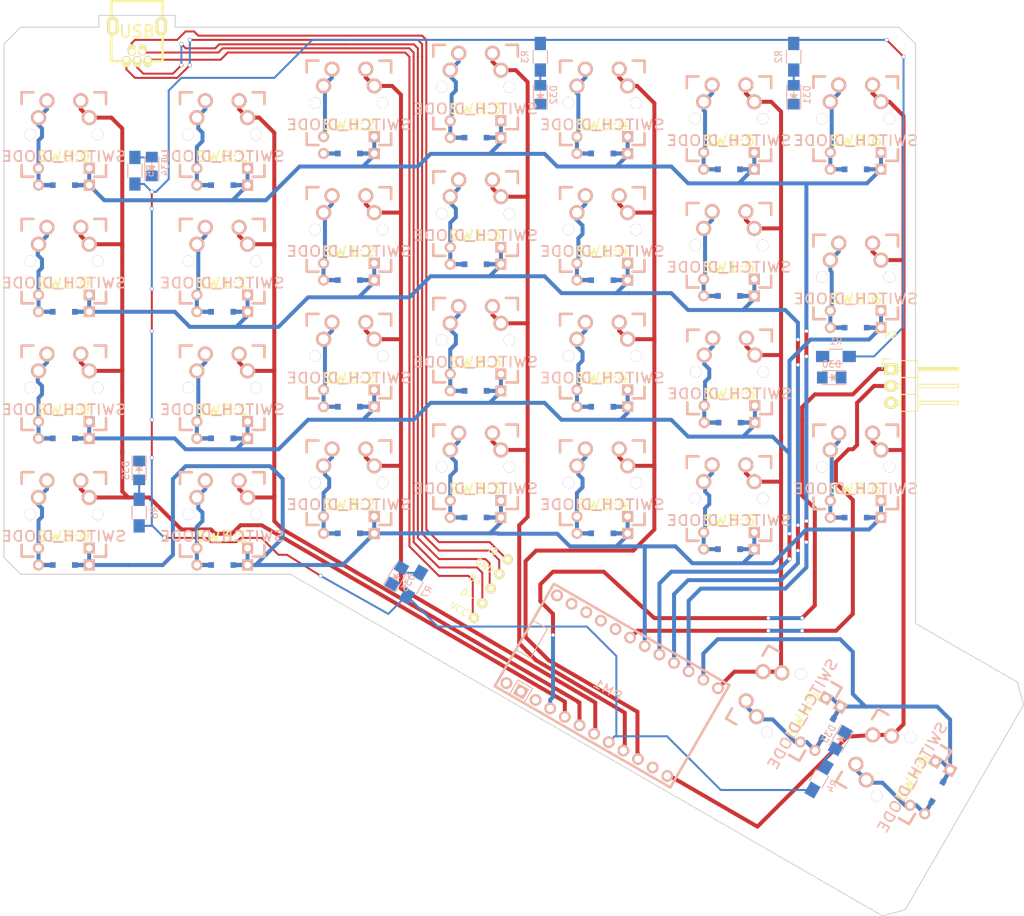
<source format=kicad_pcb>
(kicad_pcb (version 20171130) (host pcbnew "(5.1.12)-1")
  (layers (0 F.Cu signal) (31 B.Cu signal) (34 B.Paste user) (35 F.Paste user) (36 B.SilkS user) (37 F.SilkS user) (38 B.Mask user) (39 F.Mask user) (44 Edge.Cuts user))
  (net 0 "")
  (net 1 "Net-(D30-Pad2)")
  (net 2 GND)
  (net 3 "Net-(D31-Pad2)")
  (net 4 "Net-(D32-Pad2)")
  (net 5 "Net-(D33-Pad2)")
  (net 6 "Net-(D34-Pad2)")
  (net 7 "Net-(D35-Pad2)")
  (net 8 "Net-(D36-Pad2)")
  (net 9 VCC)
  (net 10 /SER)
  (net 11 /ROW4)
  (net 12 /ROW3)
  (net 13 /ROW2)
  (net 14 /COL5)
  (net 15 /ROW1)
  (net 16 /ROW0)
  (net 17 /COL4)
  (net 18 /COL6)
  (net 19 /COL3)
  (net 20 /LED+)
  (net 21 /COL2)
  (net 22 /COL1)
  (net 23 /COL0)
  (net 24 "Net-(SW0:0-Pad2)")
  (net 25 "Net-(SW0:1-Pad2)")
  (net 26 "Net-(SW0:2-Pad2)")
  (net 27 "Net-(SW0:3-Pad2)")
  (net 28 "Net-(SW0:4-Pad2)")
  (net 29 "Net-(SW0:5-Pad2)")
  (net 30 "Net-(SW0:6-Pad2)")
  (net 31 "Net-(SW1:0-Pad2)")
  (net 32 "Net-(SW1:1-Pad2)")
  (net 33 "Net-(SW1:2-Pad2)")
  (net 34 "Net-(SW1:3-Pad2)")
  (net 35 "Net-(SW1:4-Pad2)")
  (net 36 "Net-(SW1:5-Pad2)")
  (net 37 "Net-(SW2:0-Pad2)")
  (net 38 "Net-(SW2:1-Pad2)")
  (net 39 "Net-(SW2:2-Pad2)")
  (net 40 "Net-(SW2:3-Pad2)")
  (net 41 "Net-(SW2:4-Pad2)")
  (net 42 "Net-(SW2:5-Pad2)")
  (net 43 "Net-(SW2:6-Pad2)")
  (net 44 "Net-(SW3:0-Pad2)")
  (net 45 "Net-(SW3:1-Pad2)")
  (net 46 "Net-(SW3:2-Pad2)")
  (net 47 "Net-(SW3:3-Pad2)")
  (net 48 "Net-(SW3:4-Pad2)")
  (net 49 "Net-(SW3:5-Pad2)")
  (net 50 "Net-(SW3:6-Pad2)")
  (net 51 "Net-(SW4:5-Pad2)")
  (net 52 "Net-(SW4:6-Pad2)")
  (net 53 "Net-(P1-Pad1)")
  (net 54 "Net-(P1-Pad2)")
  (net 55 "Net-(P1-Pad3)")
  (net 56 "Net-(P1-Pad4)")
  (net 57 "Net-(P1-Pad5)")
  (module LEDs:LED_1206 (layer B.Cu) (at 124.46 52.705 180)
    (fp_text reference D30 (at 0 2 180) (layer B.SilkS) (effects (justify mirror)))
    (fp_text value LED)
    (pad 2 smd rect (at 1.41986 0) (size 1.59766 1.80086) (layers B.Cu B.Paste B.Mask) (net 1 "Net-(D30-Pad2)"))
    (pad 1 smd rect (at -1.41986 0) (size 1.59766 1.80086) (layers B.Cu B.Paste B.Mask) (net 2 GND))
  )
  (module LEDs:LED_1206 (layer B.Cu) (at 118.745 10.16 90)
    (fp_text reference D31 (at 0 2 90) (layer B.SilkS) (effects (justify mirror)))
    (fp_text value LED)
    (pad 2 smd rect (at 1.41986 0 270) (size 1.59766 1.80086) (layers B.Cu B.Paste B.Mask) (net 3 "Net-(D31-Pad2)"))
    (pad 1 smd rect (at -1.41986 0 270) (size 1.59766 1.80086) (layers B.Cu B.Paste B.Mask) (net 2 GND))
  )
  (module LEDs:LED_1206 (layer B.Cu) (at 80.645 10.16 90)
    (fp_text reference D32 (at 0 2 90) (layer B.SilkS) (effects (justify mirror)))
    (fp_text value LED)
    (pad 2 smd rect (at 1.41986 0 270) (size 1.59766 1.80086) (layers B.Cu B.Paste B.Mask) (net 4 "Net-(D32-Pad2)"))
    (pad 1 smd rect (at -1.41986 0 270) (size 1.59766 1.80086) (layers B.Cu B.Paste B.Mask) (net 2 GND))
  )
  (module LEDs:LED_1206 (layer B.Cu) (at 125.73 107.315 240)
    (fp_text reference D33 (at 0 2 240) (layer B.SilkS) (effects (justify mirror)))
    (fp_text value LED)
    (pad 2 smd rect (at 1.41986 0 60) (size 1.59766 1.80086) (layers B.Cu B.Paste B.Mask) (net 5 "Net-(D33-Pad2)"))
    (pad 1 smd rect (at -1.41986 0 60) (size 1.59766 1.80086) (layers B.Cu B.Paste B.Mask) (net 2 GND))
  )
  (module LEDs:LED_1206 (layer B.Cu) (at 22.225 20.955 90)
    (fp_text reference D34 (at 0 2 90) (layer B.SilkS) (effects (justify mirror)))
    (fp_text value LED)
    (pad 2 smd rect (at 1.41986 0 270) (size 1.59766 1.80086) (layers B.Cu B.Paste B.Mask) (net 6 "Net-(D34-Pad2)"))
    (pad 1 smd rect (at -1.41986 0 270) (size 1.59766 1.80086) (layers B.Cu B.Paste B.Mask) (net 2 GND))
  )
  (module LEDs:LED_1206 (layer B.Cu) (at 20.32 66.675 270)
    (fp_text reference D35 (at 0 2 270) (layer B.SilkS) (effects (justify mirror)))
    (fp_text value LED)
    (pad 2 smd rect (at 1.41986 0 90) (size 1.59766 1.80086) (layers B.Cu B.Paste B.Mask) (net 7 "Net-(D35-Pad2)"))
    (pad 1 smd rect (at -1.41986 0 90) (size 1.59766 1.80086) (layers B.Cu B.Paste B.Mask) (net 2 GND))
  )
  (module LEDs:LED_1206 (layer B.Cu) (at 59.055 82.55 60)
    (fp_text reference D36 (at 0 2 60) (layer B.SilkS) (effects (justify mirror)))
    (fp_text value LED)
    (pad 2 smd rect (at 1.41986 0 240) (size 1.59766 1.80086) (layers B.Cu B.Paste B.Mask) (net 8 "Net-(D36-Pad2)"))
    (pad 1 smd rect (at -1.41986 0 240) (size 1.59766 1.80086) (layers B.Cu B.Paste B.Mask) (net 2 GND))
  )
  (module Pin_Headers:Pin_Header_Angled_1x03 (layer F.Cu) (at 133.35 51.435)
    (fp_text reference P2 (at 0 -5.1) (layer F.SilkS))
    (fp_text value CONN_01X03)
    (pad 1 thru_hole rect (at 0 0) (size 2.032 1.7272) (drill 1.016) (layers *.Cu *.Mask F.SilkS) (net 9 VCC))
    (pad 2 thru_hole oval (at 0 2.54) (size 2.032 1.7272) (drill 1.016) (layers *.Cu *.Mask F.SilkS) (net 10 /SER))
    (pad 3 thru_hole oval (at 0 5.08) (size 2.032 1.7272) (drill 1.016) (layers *.Cu *.Mask F.SilkS) (net 2 GND))
  )
  (module Keyboards:PROMICRO (layer B.Cu) (at 91.44 99.06 330)
    (fp_text reference PM1 (at -0.232426 0.867426 330) (layer B.SilkS) (effects (font (size 1.27 1.524) (thickness 0.2032)) (justify mirror)))
    (fp_text value PROMICRO hide)
    (pad 1 thru_hole circle (at -11.43 -7.62 330) (size 1.7526 1.7526) (drill 1.0922) (layers *.Cu *.SilkS *.Mask))
    (pad 2 thru_hole circle (at -8.89 -7.62 330) (size 1.7526 1.7526) (drill 1.0922) (layers *.Cu *.SilkS *.Mask) (net 2 GND))
    (pad 3 thru_hole circle (at -6.35 -7.62 330) (size 1.7526 1.7526) (drill 1.0922) (layers *.Cu *.SilkS *.Mask) (net 2 GND))
    (pad 4 thru_hole circle (at -3.81 -7.62 330) (size 1.7526 1.7526) (drill 1.0922) (layers *.Cu *.SilkS *.Mask))
    (pad 5 thru_hole circle (at -1.27 -7.62 330) (size 1.7526 1.7526) (drill 1.0922) (layers *.Cu *.SilkS *.Mask) (net 10 /SER))
    (pad 6 thru_hole circle (at 1.27 -7.62 330) (size 1.7526 1.7526) (drill 1.0922) (layers *.Cu *.SilkS *.Mask) (net 12 /ROW3))
    (pad 7 thru_hole circle (at 3.81 -7.62 330) (size 1.7526 1.7526) (drill 1.0922) (layers *.Cu *.SilkS *.Mask) (net 13 /ROW2))
    (pad 8 thru_hole circle (at 6.35 -7.62 330) (size 1.7526 1.7526) (drill 1.0922) (layers *.Cu *.SilkS *.Mask) (net 15 /ROW1))
    (pad 9 thru_hole circle (at 8.89 -7.62 330) (size 1.7526 1.7526) (drill 1.0922) (layers *.Cu *.SilkS *.Mask) (net 16 /ROW0))
    (pad 10 thru_hole circle (at 11.43 -7.62 330) (size 1.7526 1.7526) (drill 1.0922) (layers *.Cu *.SilkS *.Mask) (net 11 /ROW4))
    (pad 11 thru_hole circle (at 13.97 -7.62 330) (size 1.7526 1.7526) (drill 1.0922) (layers *.Cu *.SilkS *.Mask) (net 14 /COL5))
    (pad 23 thru_hole circle (at 13.97 7.62 330) (size 1.7526 1.7526) (drill 1.0922) (layers *.Cu *.SilkS *.Mask) (net 18 /COL6))
    (pad 22 thru_hole circle (at 11.43 7.62 330) (size 1.7526 1.7526) (drill 1.0922) (layers *.Cu *.SilkS *.Mask))
    (pad 21 thru_hole circle (at 8.89 7.62 330) (size 1.7526 1.7526) (drill 1.0922) (layers *.Cu *.SilkS *.Mask) (net 17 /COL4))
    (pad 20 thru_hole circle (at 6.35 7.62 330) (size 1.7526 1.7526) (drill 1.0922) (layers *.Cu *.SilkS *.Mask) (net 19 /COL3))
    (pad 19 thru_hole circle (at 3.81 7.62 330) (size 1.7526 1.7526) (drill 1.0922) (layers *.Cu *.SilkS *.Mask) (net 20 /LED+))
    (pad 18 thru_hole circle (at 1.27 7.62 330) (size 1.7526 1.7526) (drill 1.0922) (layers *.Cu *.SilkS *.Mask) (net 21 /COL2))
    (pad 17 thru_hole circle (at -1.27 7.62 330) (size 1.7526 1.7526) (drill 1.0922) (layers *.Cu *.SilkS *.Mask) (net 22 /COL1))
    (pad 16 thru_hole circle (at -3.81 7.62 330) (size 1.7526 1.7526) (drill 1.0922) (layers *.Cu *.SilkS *.Mask) (net 23 /COL0))
    (pad 15 thru_hole circle (at -6.35 7.62 330) (size 1.7526 1.7526) (drill 1.0922) (layers *.Cu *.SilkS *.Mask) (net 9 VCC))
    (pad 14 thru_hole circle (at -8.89 7.62 330) (size 1.7526 1.7526) (drill 1.0922) (layers *.Cu *.SilkS *.Mask))
    (pad 13 thru_hole rect (at -11.43 7.62 330) (size 1.7526 1.7526) (drill 1.0922) (layers *.Cu *.SilkS *.Mask) (net 2 GND))
    (pad 12 thru_hole circle (at -13.97 7.62 330) (size 1.7526 1.7526) (drill 1.0922) (layers *.Cu *.SilkS *.Mask))
    (pad 0 thru_hole circle (at -13.97 -7.62 330) (size 1.7526 1.7526) (drill 1.092) (layers *.Cu *.Mask B.SilkS))
  )
  (module Keyboards:MX_FLIP_DIODE (layer F.Cu) (at 8.998 16.141)
    (fp_text reference SW0:0 (at 0 3.302) (layer F.SilkS) (effects (font (size 1.524 1.778) (thickness 0.254))))
    (fp_text value SWITCH_DIODE (at 0 3.302) (layer B.SilkS) (effects (font (size 1.524 1.778) (thickness 0.254)) (justify mirror)))
    (fp_line (start 1.6637 7.62) (end 3.81 7.62) (layer F.Cu) (width 0.6096))
    (fp_line (start -3.81 7.62) (end -1.6637 7.62) (layer F.Cu) (width 0.6096))
    (fp_line (start 1.6637 7.62) (end 3.81 7.62) (layer B.Cu) (width 0.6096))
    (fp_line (start -3.81 7.62) (end -1.6637 7.62) (layer B.Cu) (width 0.6096))
    (pad 1 thru_hole circle (at 2.54 -5.08) (size 2.286 2.286) (drill 1.4986) (layers *.Cu *.SilkS *.Mask) (net 23 /COL0))
    (pad 2 thru_hole circle (at -3.81 -2.54) (size 2.286 2.286) (drill 1.4986) (layers *.Cu *.SilkS *.Mask) (net 24 "Net-(SW0:0-Pad2)"))
    (pad 0 np_thru_hole circle (at 0 0) (size 3.9878 3.9878) (drill 3.9878) (layers *.Cu))
    (pad 0 thru_hole circle (at -5.08 0) (size 1.7018 1.7018) (drill 1.7018) (layers *.Cu))
    (pad 0 thru_hole circle (at 5.08 0) (size 1.7018 1.7018) (drill 1.7018) (layers *.Cu))
    (pad 1 thru_hole circle (at 3.81 -2.54) (size 2.286 2.286) (drill 1.4986) (layers *.Cu *.SilkS *.Mask) (net 23 /COL0))
    (pad 2 thru_hole circle (at -2.54 -5.08) (size 2.286 2.286) (drill 1.4986) (layers *.Cu *.SilkS *.Mask) (net 24 "Net-(SW0:0-Pad2)"))
    (pad 3 thru_hole circle (at -3.81 5.08) (size 1.651 1.651) (drill 0.9906) (layers *.Cu *.SilkS *.Mask) (net 24 "Net-(SW0:0-Pad2)"))
    (pad 4 thru_hole rect (at 3.81 5.08) (size 1.651 1.651) (drill 0.9906) (layers *.Cu *.SilkS *.Mask) (net 16 /ROW0))
    (pad 3 thru_hole circle (at -3.81 7.62) (size 1.651 1.651) (drill 0.9906) (layers *.Cu *.SilkS *.Mask) (net 24 "Net-(SW0:0-Pad2)"))
    (pad 4 thru_hole rect (at 3.81 7.62) (size 1.651 1.651) (drill 0.9906) (layers *.Cu *.SilkS *.Mask) (net 16 /ROW0))
    (pad 99 smd rect (at -1.6637 7.62) (size 0.8382 0.8382) (layers F.Cu F.Paste F.Mask))
    (pad 99 smd rect (at -1.6637 7.62) (size 0.8382 0.8382) (layers B.Cu B.Paste B.Mask))
    (pad 99 smd rect (at 1.6637 7.62) (size 0.8382 0.8382) (layers F.Cu F.Paste F.Mask))
    (pad 99 smd rect (at 1.6637 7.62) (size 0.8382 0.8382) (layers B.Cu B.Paste B.Mask))
  )
  (module Keyboards:MX_FLIP_DIODE (layer F.Cu) (at 32.81 16.14)
    (fp_text reference SW0:1 (at 0 3.302) (layer F.SilkS) (effects (font (size 1.524 1.778) (thickness 0.254))))
    (fp_text value SWITCH_DIODE (at 0 3.302) (layer B.SilkS) (effects (font (size 1.524 1.778) (thickness 0.254)) (justify mirror)))
    (fp_line (start 1.6637 7.62) (end 3.81 7.62) (layer F.Cu) (width 0.6096))
    (fp_line (start -3.81 7.62) (end -1.6637 7.62) (layer F.Cu) (width 0.6096))
    (fp_line (start 1.6637 7.62) (end 3.81 7.62) (layer B.Cu) (width 0.6096))
    (fp_line (start -3.81 7.62) (end -1.6637 7.62) (layer B.Cu) (width 0.6096))
    (pad 1 thru_hole circle (at 2.54 -5.08) (size 2.286 2.286) (drill 1.4986) (layers *.Cu *.SilkS *.Mask) (net 22 /COL1))
    (pad 2 thru_hole circle (at -3.81 -2.54) (size 2.286 2.286) (drill 1.4986) (layers *.Cu *.SilkS *.Mask) (net 25 "Net-(SW0:1-Pad2)"))
    (pad 0 np_thru_hole circle (at 0 0) (size 3.9878 3.9878) (drill 3.9878) (layers *.Cu))
    (pad 0 thru_hole circle (at -5.08 0) (size 1.7018 1.7018) (drill 1.7018) (layers *.Cu))
    (pad 0 thru_hole circle (at 5.08 0) (size 1.7018 1.7018) (drill 1.7018) (layers *.Cu))
    (pad 1 thru_hole circle (at 3.81 -2.54) (size 2.286 2.286) (drill 1.4986) (layers *.Cu *.SilkS *.Mask) (net 22 /COL1))
    (pad 2 thru_hole circle (at -2.54 -5.08) (size 2.286 2.286) (drill 1.4986) (layers *.Cu *.SilkS *.Mask) (net 25 "Net-(SW0:1-Pad2)"))
    (pad 3 thru_hole circle (at -3.81 5.08) (size 1.651 1.651) (drill 0.9906) (layers *.Cu *.SilkS *.Mask) (net 25 "Net-(SW0:1-Pad2)"))
    (pad 4 thru_hole rect (at 3.81 5.08) (size 1.651 1.651) (drill 0.9906) (layers *.Cu *.SilkS *.Mask) (net 16 /ROW0))
    (pad 3 thru_hole circle (at -3.81 7.62) (size 1.651 1.651) (drill 0.9906) (layers *.Cu *.SilkS *.Mask) (net 25 "Net-(SW0:1-Pad2)"))
    (pad 4 thru_hole rect (at 3.81 7.62) (size 1.651 1.651) (drill 0.9906) (layers *.Cu *.SilkS *.Mask) (net 16 /ROW0))
    (pad 99 smd rect (at -1.6637 7.62) (size 0.8382 0.8382) (layers F.Cu F.Paste F.Mask))
    (pad 99 smd rect (at -1.6637 7.62) (size 0.8382 0.8382) (layers B.Cu B.Paste B.Mask))
    (pad 99 smd rect (at 1.6637 7.62) (size 0.8382 0.8382) (layers F.Cu F.Paste F.Mask))
    (pad 99 smd rect (at 1.6637 7.62) (size 0.8382 0.8382) (layers B.Cu B.Paste B.Mask))
  )
  (module Keyboards:MX_FLIP_DIODE (layer F.Cu) (at 51.86 11.379)
    (fp_text reference SW0:2 (at 0 3.302) (layer F.SilkS) (effects (font (size 1.524 1.778) (thickness 0.254))))
    (fp_text value SWITCH_DIODE (at 0 3.302) (layer B.SilkS) (effects (font (size 1.524 1.778) (thickness 0.254)) (justify mirror)))
    (fp_line (start 1.6637 7.62) (end 3.81 7.62) (layer F.Cu) (width 0.6096))
    (fp_line (start -3.81 7.62) (end -1.6637 7.62) (layer F.Cu) (width 0.6096))
    (fp_line (start 1.6637 7.62) (end 3.81 7.62) (layer B.Cu) (width 0.6096))
    (fp_line (start -3.81 7.62) (end -1.6637 7.62) (layer B.Cu) (width 0.6096))
    (pad 1 thru_hole circle (at 2.54 -5.08) (size 2.286 2.286) (drill 1.4986) (layers *.Cu *.SilkS *.Mask) (net 21 /COL2))
    (pad 2 thru_hole circle (at -3.81 -2.54) (size 2.286 2.286) (drill 1.4986) (layers *.Cu *.SilkS *.Mask) (net 26 "Net-(SW0:2-Pad2)"))
    (pad 0 np_thru_hole circle (at 0 0) (size 3.9878 3.9878) (drill 3.9878) (layers *.Cu))
    (pad 0 thru_hole circle (at -5.08 0) (size 1.7018 1.7018) (drill 1.7018) (layers *.Cu))
    (pad 0 thru_hole circle (at 5.08 0) (size 1.7018 1.7018) (drill 1.7018) (layers *.Cu))
    (pad 1 thru_hole circle (at 3.81 -2.54) (size 2.286 2.286) (drill 1.4986) (layers *.Cu *.SilkS *.Mask) (net 21 /COL2))
    (pad 2 thru_hole circle (at -2.54 -5.08) (size 2.286 2.286) (drill 1.4986) (layers *.Cu *.SilkS *.Mask) (net 26 "Net-(SW0:2-Pad2)"))
    (pad 3 thru_hole circle (at -3.81 5.08) (size 1.651 1.651) (drill 0.9906) (layers *.Cu *.SilkS *.Mask) (net 26 "Net-(SW0:2-Pad2)"))
    (pad 4 thru_hole rect (at 3.81 5.08) (size 1.651 1.651) (drill 0.9906) (layers *.Cu *.SilkS *.Mask) (net 16 /ROW0))
    (pad 3 thru_hole circle (at -3.81 7.62) (size 1.651 1.651) (drill 0.9906) (layers *.Cu *.SilkS *.Mask) (net 26 "Net-(SW0:2-Pad2)"))
    (pad 4 thru_hole rect (at 3.81 7.62) (size 1.651 1.651) (drill 0.9906) (layers *.Cu *.SilkS *.Mask) (net 16 /ROW0))
    (pad 99 smd rect (at -1.6637 7.62) (size 0.8382 0.8382) (layers F.Cu F.Paste F.Mask))
    (pad 99 smd rect (at -1.6637 7.62) (size 0.8382 0.8382) (layers B.Cu B.Paste B.Mask))
    (pad 99 smd rect (at 1.6637 7.62) (size 0.8382 0.8382) (layers F.Cu F.Paste F.Mask))
    (pad 99 smd rect (at 1.6637 7.62) (size 0.8382 0.8382) (layers B.Cu B.Paste B.Mask))
  )
  (module Keyboards:MX_FLIP_DIODE (layer F.Cu) (at 70.91 8.998)
    (fp_text reference SW0:3 (at 0 3.302) (layer F.SilkS) (effects (font (size 1.524 1.778) (thickness 0.254))))
    (fp_text value SWITCH_DIODE (at 0 3.302) (layer B.SilkS) (effects (font (size 1.524 1.778) (thickness 0.254)) (justify mirror)))
    (fp_line (start 1.6637 7.62) (end 3.81 7.62) (layer F.Cu) (width 0.6096))
    (fp_line (start -3.81 7.62) (end -1.6637 7.62) (layer F.Cu) (width 0.6096))
    (fp_line (start 1.6637 7.62) (end 3.81 7.62) (layer B.Cu) (width 0.6096))
    (fp_line (start -3.81 7.62) (end -1.6637 7.62) (layer B.Cu) (width 0.6096))
    (pad 1 thru_hole circle (at 2.54 -5.08) (size 2.286 2.286) (drill 1.4986) (layers *.Cu *.SilkS *.Mask) (net 19 /COL3))
    (pad 2 thru_hole circle (at -3.81 -2.54) (size 2.286 2.286) (drill 1.4986) (layers *.Cu *.SilkS *.Mask) (net 27 "Net-(SW0:3-Pad2)"))
    (pad 0 np_thru_hole circle (at 0 0) (size 3.9878 3.9878) (drill 3.9878) (layers *.Cu))
    (pad 0 thru_hole circle (at -5.08 0) (size 1.7018 1.7018) (drill 1.7018) (layers *.Cu))
    (pad 0 thru_hole circle (at 5.08 0) (size 1.7018 1.7018) (drill 1.7018) (layers *.Cu))
    (pad 1 thru_hole circle (at 3.81 -2.54) (size 2.286 2.286) (drill 1.4986) (layers *.Cu *.SilkS *.Mask) (net 19 /COL3))
    (pad 2 thru_hole circle (at -2.54 -5.08) (size 2.286 2.286) (drill 1.4986) (layers *.Cu *.SilkS *.Mask) (net 27 "Net-(SW0:3-Pad2)"))
    (pad 3 thru_hole circle (at -3.81 5.08) (size 1.651 1.651) (drill 0.9906) (layers *.Cu *.SilkS *.Mask) (net 27 "Net-(SW0:3-Pad2)"))
    (pad 4 thru_hole rect (at 3.81 5.08) (size 1.651 1.651) (drill 0.9906) (layers *.Cu *.SilkS *.Mask) (net 16 /ROW0))
    (pad 3 thru_hole circle (at -3.81 7.62) (size 1.651 1.651) (drill 0.9906) (layers *.Cu *.SilkS *.Mask) (net 27 "Net-(SW0:3-Pad2)"))
    (pad 4 thru_hole rect (at 3.81 7.62) (size 1.651 1.651) (drill 0.9906) (layers *.Cu *.SilkS *.Mask) (net 16 /ROW0))
    (pad 99 smd rect (at -1.6637 7.62) (size 0.8382 0.8382) (layers F.Cu F.Paste F.Mask))
    (pad 99 smd rect (at -1.6637 7.62) (size 0.8382 0.8382) (layers B.Cu B.Paste B.Mask))
    (pad 99 smd rect (at 1.6637 7.62) (size 0.8382 0.8382) (layers F.Cu F.Paste F.Mask))
    (pad 99 smd rect (at 1.6637 7.62) (size 0.8382 0.8382) (layers B.Cu B.Paste B.Mask))
  )
  (module Keyboards:MX_FLIP_DIODE (layer F.Cu) (at 89.96 11.379)
    (fp_text reference SW0:4 (at 0 3.302) (layer F.SilkS) (effects (font (size 1.524 1.778) (thickness 0.254))))
    (fp_text value SWITCH_DIODE (at 0 3.302) (layer B.SilkS) (effects (font (size 1.524 1.778) (thickness 0.254)) (justify mirror)))
    (fp_line (start 1.6637 7.62) (end 3.81 7.62) (layer F.Cu) (width 0.6096))
    (fp_line (start -3.81 7.62) (end -1.6637 7.62) (layer F.Cu) (width 0.6096))
    (fp_line (start 1.6637 7.62) (end 3.81 7.62) (layer B.Cu) (width 0.6096))
    (fp_line (start -3.81 7.62) (end -1.6637 7.62) (layer B.Cu) (width 0.6096))
    (pad 1 thru_hole circle (at 2.54 -5.08) (size 2.286 2.286) (drill 1.4986) (layers *.Cu *.SilkS *.Mask) (net 17 /COL4))
    (pad 2 thru_hole circle (at -3.81 -2.54) (size 2.286 2.286) (drill 1.4986) (layers *.Cu *.SilkS *.Mask) (net 28 "Net-(SW0:4-Pad2)"))
    (pad 0 np_thru_hole circle (at 0 0) (size 3.9878 3.9878) (drill 3.9878) (layers *.Cu))
    (pad 0 thru_hole circle (at -5.08 0) (size 1.7018 1.7018) (drill 1.7018) (layers *.Cu))
    (pad 0 thru_hole circle (at 5.08 0) (size 1.7018 1.7018) (drill 1.7018) (layers *.Cu))
    (pad 1 thru_hole circle (at 3.81 -2.54) (size 2.286 2.286) (drill 1.4986) (layers *.Cu *.SilkS *.Mask) (net 17 /COL4))
    (pad 2 thru_hole circle (at -2.54 -5.08) (size 2.286 2.286) (drill 1.4986) (layers *.Cu *.SilkS *.Mask) (net 28 "Net-(SW0:4-Pad2)"))
    (pad 3 thru_hole circle (at -3.81 5.08) (size 1.651 1.651) (drill 0.9906) (layers *.Cu *.SilkS *.Mask) (net 28 "Net-(SW0:4-Pad2)"))
    (pad 4 thru_hole rect (at 3.81 5.08) (size 1.651 1.651) (drill 0.9906) (layers *.Cu *.SilkS *.Mask) (net 16 /ROW0))
    (pad 3 thru_hole circle (at -3.81 7.62) (size 1.651 1.651) (drill 0.9906) (layers *.Cu *.SilkS *.Mask) (net 28 "Net-(SW0:4-Pad2)"))
    (pad 4 thru_hole rect (at 3.81 7.62) (size 1.651 1.651) (drill 0.9906) (layers *.Cu *.SilkS *.Mask) (net 16 /ROW0))
    (pad 99 smd rect (at -1.6637 7.62) (size 0.8382 0.8382) (layers F.Cu F.Paste F.Mask))
    (pad 99 smd rect (at -1.6637 7.62) (size 0.8382 0.8382) (layers B.Cu B.Paste B.Mask))
    (pad 99 smd rect (at 1.6637 7.62) (size 0.8382 0.8382) (layers F.Cu F.Paste F.Mask))
    (pad 99 smd rect (at 1.6637 7.62) (size 0.8382 0.8382) (layers B.Cu B.Paste B.Mask))
  )
  (module Keyboards:MX_FLIP_DIODE (layer F.Cu) (at 109.01 13.76)
    (fp_text reference SW0:5 (at 0 3.302) (layer F.SilkS) (effects (font (size 1.524 1.778) (thickness 0.254))))
    (fp_text value SWITCH_DIODE (at 0 3.302) (layer B.SilkS) (effects (font (size 1.524 1.778) (thickness 0.254)) (justify mirror)))
    (fp_line (start 1.6637 7.62) (end 3.81 7.62) (layer F.Cu) (width 0.6096))
    (fp_line (start -3.81 7.62) (end -1.6637 7.62) (layer F.Cu) (width 0.6096))
    (fp_line (start 1.6637 7.62) (end 3.81 7.62) (layer B.Cu) (width 0.6096))
    (fp_line (start -3.81 7.62) (end -1.6637 7.62) (layer B.Cu) (width 0.6096))
    (pad 1 thru_hole circle (at 2.54 -5.08) (size 2.286 2.286) (drill 1.4986) (layers *.Cu *.SilkS *.Mask) (net 14 /COL5))
    (pad 2 thru_hole circle (at -3.81 -2.54) (size 2.286 2.286) (drill 1.4986) (layers *.Cu *.SilkS *.Mask) (net 29 "Net-(SW0:5-Pad2)"))
    (pad 0 np_thru_hole circle (at 0 0) (size 3.9878 3.9878) (drill 3.9878) (layers *.Cu))
    (pad 0 thru_hole circle (at -5.08 0) (size 1.7018 1.7018) (drill 1.7018) (layers *.Cu))
    (pad 0 thru_hole circle (at 5.08 0) (size 1.7018 1.7018) (drill 1.7018) (layers *.Cu))
    (pad 1 thru_hole circle (at 3.81 -2.54) (size 2.286 2.286) (drill 1.4986) (layers *.Cu *.SilkS *.Mask) (net 14 /COL5))
    (pad 2 thru_hole circle (at -2.54 -5.08) (size 2.286 2.286) (drill 1.4986) (layers *.Cu *.SilkS *.Mask) (net 29 "Net-(SW0:5-Pad2)"))
    (pad 3 thru_hole circle (at -3.81 5.08) (size 1.651 1.651) (drill 0.9906) (layers *.Cu *.SilkS *.Mask) (net 29 "Net-(SW0:5-Pad2)"))
    (pad 4 thru_hole rect (at 3.81 5.08) (size 1.651 1.651) (drill 0.9906) (layers *.Cu *.SilkS *.Mask) (net 16 /ROW0))
    (pad 3 thru_hole circle (at -3.81 7.62) (size 1.651 1.651) (drill 0.9906) (layers *.Cu *.SilkS *.Mask) (net 29 "Net-(SW0:5-Pad2)"))
    (pad 4 thru_hole rect (at 3.81 7.62) (size 1.651 1.651) (drill 0.9906) (layers *.Cu *.SilkS *.Mask) (net 16 /ROW0))
    (pad 99 smd rect (at -1.6637 7.62) (size 0.8382 0.8382) (layers F.Cu F.Paste F.Mask))
    (pad 99 smd rect (at -1.6637 7.62) (size 0.8382 0.8382) (layers B.Cu B.Paste B.Mask))
    (pad 99 smd rect (at 1.6637 7.62) (size 0.8382 0.8382) (layers F.Cu F.Paste F.Mask))
    (pad 99 smd rect (at 1.6637 7.62) (size 0.8382 0.8382) (layers B.Cu B.Paste B.Mask))
  )
  (module Keyboards:MX_FLIP_DIODE (layer F.Cu) (at 128.06 13.76)
    (fp_text reference SW0:6 (at 0 3.302) (layer F.SilkS) (effects (font (size 1.524 1.778) (thickness 0.254))))
    (fp_text value SWITCH_DIODE (at 0 3.302) (layer B.SilkS) (effects (font (size 1.524 1.778) (thickness 0.254)) (justify mirror)))
    (fp_line (start 1.6637 7.62) (end 3.81 7.62) (layer F.Cu) (width 0.6096))
    (fp_line (start -3.81 7.62) (end -1.6637 7.62) (layer F.Cu) (width 0.6096))
    (fp_line (start 1.6637 7.62) (end 3.81 7.62) (layer B.Cu) (width 0.6096))
    (fp_line (start -3.81 7.62) (end -1.6637 7.62) (layer B.Cu) (width 0.6096))
    (pad 1 thru_hole circle (at 2.54 -5.08) (size 2.286 2.286) (drill 1.4986) (layers *.Cu *.SilkS *.Mask) (net 18 /COL6))
    (pad 2 thru_hole circle (at -3.81 -2.54) (size 2.286 2.286) (drill 1.4986) (layers *.Cu *.SilkS *.Mask) (net 30 "Net-(SW0:6-Pad2)"))
    (pad 0 np_thru_hole circle (at 0 0) (size 3.9878 3.9878) (drill 3.9878) (layers *.Cu))
    (pad 0 thru_hole circle (at -5.08 0) (size 1.7018 1.7018) (drill 1.7018) (layers *.Cu))
    (pad 0 thru_hole circle (at 5.08 0) (size 1.7018 1.7018) (drill 1.7018) (layers *.Cu))
    (pad 1 thru_hole circle (at 3.81 -2.54) (size 2.286 2.286) (drill 1.4986) (layers *.Cu *.SilkS *.Mask) (net 18 /COL6))
    (pad 2 thru_hole circle (at -2.54 -5.08) (size 2.286 2.286) (drill 1.4986) (layers *.Cu *.SilkS *.Mask) (net 30 "Net-(SW0:6-Pad2)"))
    (pad 3 thru_hole circle (at -3.81 5.08) (size 1.651 1.651) (drill 0.9906) (layers *.Cu *.SilkS *.Mask) (net 30 "Net-(SW0:6-Pad2)"))
    (pad 4 thru_hole rect (at 3.81 5.08) (size 1.651 1.651) (drill 0.9906) (layers *.Cu *.SilkS *.Mask) (net 16 /ROW0))
    (pad 3 thru_hole circle (at -3.81 7.62) (size 1.651 1.651) (drill 0.9906) (layers *.Cu *.SilkS *.Mask) (net 30 "Net-(SW0:6-Pad2)"))
    (pad 4 thru_hole rect (at 3.81 7.62) (size 1.651 1.651) (drill 0.9906) (layers *.Cu *.SilkS *.Mask) (net 16 /ROW0))
    (pad 99 smd rect (at -1.6637 7.62) (size 0.8382 0.8382) (layers F.Cu F.Paste F.Mask))
    (pad 99 smd rect (at -1.6637 7.62) (size 0.8382 0.8382) (layers B.Cu B.Paste B.Mask))
    (pad 99 smd rect (at 1.6637 7.62) (size 0.8382 0.8382) (layers F.Cu F.Paste F.Mask))
    (pad 99 smd rect (at 1.6637 7.62) (size 0.8382 0.8382) (layers B.Cu B.Paste B.Mask))
  )
  (module Keyboards:MX_FLIP_DIODE (layer F.Cu) (at 8.998 35.191)
    (fp_text reference SW1:0 (at 0 3.302) (layer F.SilkS) (effects (font (size 1.524 1.778) (thickness 0.254))))
    (fp_text value SWITCH_DIODE (at 0 3.302) (layer B.SilkS) (effects (font (size 1.524 1.778) (thickness 0.254)) (justify mirror)))
    (fp_line (start 1.6637 7.62) (end 3.81 7.62) (layer F.Cu) (width 0.6096))
    (fp_line (start -3.81 7.62) (end -1.6637 7.62) (layer F.Cu) (width 0.6096))
    (fp_line (start 1.6637 7.62) (end 3.81 7.62) (layer B.Cu) (width 0.6096))
    (fp_line (start -3.81 7.62) (end -1.6637 7.62) (layer B.Cu) (width 0.6096))
    (pad 1 thru_hole circle (at 2.54 -5.08) (size 2.286 2.286) (drill 1.4986) (layers *.Cu *.SilkS *.Mask) (net 23 /COL0))
    (pad 2 thru_hole circle (at -3.81 -2.54) (size 2.286 2.286) (drill 1.4986) (layers *.Cu *.SilkS *.Mask) (net 31 "Net-(SW1:0-Pad2)"))
    (pad 0 np_thru_hole circle (at 0 0) (size 3.9878 3.9878) (drill 3.9878) (layers *.Cu))
    (pad 0 thru_hole circle (at -5.08 0) (size 1.7018 1.7018) (drill 1.7018) (layers *.Cu))
    (pad 0 thru_hole circle (at 5.08 0) (size 1.7018 1.7018) (drill 1.7018) (layers *.Cu))
    (pad 1 thru_hole circle (at 3.81 -2.54) (size 2.286 2.286) (drill 1.4986) (layers *.Cu *.SilkS *.Mask) (net 23 /COL0))
    (pad 2 thru_hole circle (at -2.54 -5.08) (size 2.286 2.286) (drill 1.4986) (layers *.Cu *.SilkS *.Mask) (net 31 "Net-(SW1:0-Pad2)"))
    (pad 3 thru_hole circle (at -3.81 5.08) (size 1.651 1.651) (drill 0.9906) (layers *.Cu *.SilkS *.Mask) (net 31 "Net-(SW1:0-Pad2)"))
    (pad 4 thru_hole rect (at 3.81 5.08) (size 1.651 1.651) (drill 0.9906) (layers *.Cu *.SilkS *.Mask) (net 15 /ROW1))
    (pad 3 thru_hole circle (at -3.81 7.62) (size 1.651 1.651) (drill 0.9906) (layers *.Cu *.SilkS *.Mask) (net 31 "Net-(SW1:0-Pad2)"))
    (pad 4 thru_hole rect (at 3.81 7.62) (size 1.651 1.651) (drill 0.9906) (layers *.Cu *.SilkS *.Mask) (net 15 /ROW1))
    (pad 99 smd rect (at -1.6637 7.62) (size 0.8382 0.8382) (layers F.Cu F.Paste F.Mask))
    (pad 99 smd rect (at -1.6637 7.62) (size 0.8382 0.8382) (layers B.Cu B.Paste B.Mask))
    (pad 99 smd rect (at 1.6637 7.62) (size 0.8382 0.8382) (layers F.Cu F.Paste F.Mask))
    (pad 99 smd rect (at 1.6637 7.62) (size 0.8382 0.8382) (layers B.Cu B.Paste B.Mask))
  )
  (module Keyboards:MX_FLIP_DIODE (layer F.Cu) (at 32.81 35.191)
    (fp_text reference SW1:1 (at 0 3.302) (layer F.SilkS) (effects (font (size 1.524 1.778) (thickness 0.254))))
    (fp_text value SWITCH_DIODE (at 0 3.302) (layer B.SilkS) (effects (font (size 1.524 1.778) (thickness 0.254)) (justify mirror)))
    (fp_line (start 1.6637 7.62) (end 3.81 7.62) (layer F.Cu) (width 0.6096))
    (fp_line (start -3.81 7.62) (end -1.6637 7.62) (layer F.Cu) (width 0.6096))
    (fp_line (start 1.6637 7.62) (end 3.81 7.62) (layer B.Cu) (width 0.6096))
    (fp_line (start -3.81 7.62) (end -1.6637 7.62) (layer B.Cu) (width 0.6096))
    (pad 1 thru_hole circle (at 2.54 -5.08) (size 2.286 2.286) (drill 1.4986) (layers *.Cu *.SilkS *.Mask) (net 22 /COL1))
    (pad 2 thru_hole circle (at -3.81 -2.54) (size 2.286 2.286) (drill 1.4986) (layers *.Cu *.SilkS *.Mask) (net 32 "Net-(SW1:1-Pad2)"))
    (pad 0 np_thru_hole circle (at 0 0) (size 3.9878 3.9878) (drill 3.9878) (layers *.Cu))
    (pad 0 thru_hole circle (at -5.08 0) (size 1.7018 1.7018) (drill 1.7018) (layers *.Cu))
    (pad 0 thru_hole circle (at 5.08 0) (size 1.7018 1.7018) (drill 1.7018) (layers *.Cu))
    (pad 1 thru_hole circle (at 3.81 -2.54) (size 2.286 2.286) (drill 1.4986) (layers *.Cu *.SilkS *.Mask) (net 22 /COL1))
    (pad 2 thru_hole circle (at -2.54 -5.08) (size 2.286 2.286) (drill 1.4986) (layers *.Cu *.SilkS *.Mask) (net 32 "Net-(SW1:1-Pad2)"))
    (pad 3 thru_hole circle (at -3.81 5.08) (size 1.651 1.651) (drill 0.9906) (layers *.Cu *.SilkS *.Mask) (net 32 "Net-(SW1:1-Pad2)"))
    (pad 4 thru_hole rect (at 3.81 5.08) (size 1.651 1.651) (drill 0.9906) (layers *.Cu *.SilkS *.Mask) (net 15 /ROW1))
    (pad 3 thru_hole circle (at -3.81 7.62) (size 1.651 1.651) (drill 0.9906) (layers *.Cu *.SilkS *.Mask) (net 32 "Net-(SW1:1-Pad2)"))
    (pad 4 thru_hole rect (at 3.81 7.62) (size 1.651 1.651) (drill 0.9906) (layers *.Cu *.SilkS *.Mask) (net 15 /ROW1))
    (pad 99 smd rect (at -1.6637 7.62) (size 0.8382 0.8382) (layers F.Cu F.Paste F.Mask))
    (pad 99 smd rect (at -1.6637 7.62) (size 0.8382 0.8382) (layers B.Cu B.Paste B.Mask))
    (pad 99 smd rect (at 1.6637 7.62) (size 0.8382 0.8382) (layers F.Cu F.Paste F.Mask))
    (pad 99 smd rect (at 1.6637 7.62) (size 0.8382 0.8382) (layers B.Cu B.Paste B.Mask))
  )
  (module Keyboards:MX_FLIP_DIODE (layer F.Cu) (at 51.86 30.429)
    (fp_text reference SW1:2 (at 0 3.302) (layer F.SilkS) (effects (font (size 1.524 1.778) (thickness 0.254))))
    (fp_text value SWITCH_DIODE (at 0 3.302) (layer B.SilkS) (effects (font (size 1.524 1.778) (thickness 0.254)) (justify mirror)))
    (fp_line (start 1.6637 7.62) (end 3.81 7.62) (layer F.Cu) (width 0.6096))
    (fp_line (start -3.81 7.62) (end -1.6637 7.62) (layer F.Cu) (width 0.6096))
    (fp_line (start 1.6637 7.62) (end 3.81 7.62) (layer B.Cu) (width 0.6096))
    (fp_line (start -3.81 7.62) (end -1.6637 7.62) (layer B.Cu) (width 0.6096))
    (pad 1 thru_hole circle (at 2.54 -5.08) (size 2.286 2.286) (drill 1.4986) (layers *.Cu *.SilkS *.Mask) (net 21 /COL2))
    (pad 2 thru_hole circle (at -3.81 -2.54) (size 2.286 2.286) (drill 1.4986) (layers *.Cu *.SilkS *.Mask) (net 33 "Net-(SW1:2-Pad2)"))
    (pad 0 np_thru_hole circle (at 0 0) (size 3.9878 3.9878) (drill 3.9878) (layers *.Cu))
    (pad 0 thru_hole circle (at -5.08 0) (size 1.7018 1.7018) (drill 1.7018) (layers *.Cu))
    (pad 0 thru_hole circle (at 5.08 0) (size 1.7018 1.7018) (drill 1.7018) (layers *.Cu))
    (pad 1 thru_hole circle (at 3.81 -2.54) (size 2.286 2.286) (drill 1.4986) (layers *.Cu *.SilkS *.Mask) (net 21 /COL2))
    (pad 2 thru_hole circle (at -2.54 -5.08) (size 2.286 2.286) (drill 1.4986) (layers *.Cu *.SilkS *.Mask) (net 33 "Net-(SW1:2-Pad2)"))
    (pad 3 thru_hole circle (at -3.81 5.08) (size 1.651 1.651) (drill 0.9906) (layers *.Cu *.SilkS *.Mask) (net 33 "Net-(SW1:2-Pad2)"))
    (pad 4 thru_hole rect (at 3.81 5.08) (size 1.651 1.651) (drill 0.9906) (layers *.Cu *.SilkS *.Mask) (net 15 /ROW1))
    (pad 3 thru_hole circle (at -3.81 7.62) (size 1.651 1.651) (drill 0.9906) (layers *.Cu *.SilkS *.Mask) (net 33 "Net-(SW1:2-Pad2)"))
    (pad 4 thru_hole rect (at 3.81 7.62) (size 1.651 1.651) (drill 0.9906) (layers *.Cu *.SilkS *.Mask) (net 15 /ROW1))
    (pad 99 smd rect (at -1.6637 7.62) (size 0.8382 0.8382) (layers F.Cu F.Paste F.Mask))
    (pad 99 smd rect (at -1.6637 7.62) (size 0.8382 0.8382) (layers B.Cu B.Paste B.Mask))
    (pad 99 smd rect (at 1.6637 7.62) (size 0.8382 0.8382) (layers F.Cu F.Paste F.Mask))
    (pad 99 smd rect (at 1.6637 7.62) (size 0.8382 0.8382) (layers B.Cu B.Paste B.Mask))
  )
  (module Keyboards:MX_FLIP_DIODE (layer F.Cu) (at 70.91 28.038)
    (fp_text reference SW1:3 (at 0 3.302) (layer F.SilkS) (effects (font (size 1.524 1.778) (thickness 0.254))))
    (fp_text value SWITCH_DIODE (at 0 3.302) (layer B.SilkS) (effects (font (size 1.524 1.778) (thickness 0.254)) (justify mirror)))
    (fp_line (start 1.6637 7.62) (end 3.81 7.62) (layer F.Cu) (width 0.6096))
    (fp_line (start -3.81 7.62) (end -1.6637 7.62) (layer F.Cu) (width 0.6096))
    (fp_line (start 1.6637 7.62) (end 3.81 7.62) (layer B.Cu) (width 0.6096))
    (fp_line (start -3.81 7.62) (end -1.6637 7.62) (layer B.Cu) (width 0.6096))
    (pad 1 thru_hole circle (at 2.54 -5.08) (size 2.286 2.286) (drill 1.4986) (layers *.Cu *.SilkS *.Mask) (net 19 /COL3))
    (pad 2 thru_hole circle (at -3.81 -2.54) (size 2.286 2.286) (drill 1.4986) (layers *.Cu *.SilkS *.Mask) (net 34 "Net-(SW1:3-Pad2)"))
    (pad 0 np_thru_hole circle (at 0 0) (size 3.9878 3.9878) (drill 3.9878) (layers *.Cu))
    (pad 0 thru_hole circle (at -5.08 0) (size 1.7018 1.7018) (drill 1.7018) (layers *.Cu))
    (pad 0 thru_hole circle (at 5.08 0) (size 1.7018 1.7018) (drill 1.7018) (layers *.Cu))
    (pad 1 thru_hole circle (at 3.81 -2.54) (size 2.286 2.286) (drill 1.4986) (layers *.Cu *.SilkS *.Mask) (net 19 /COL3))
    (pad 2 thru_hole circle (at -2.54 -5.08) (size 2.286 2.286) (drill 1.4986) (layers *.Cu *.SilkS *.Mask) (net 34 "Net-(SW1:3-Pad2)"))
    (pad 3 thru_hole circle (at -3.81 5.08) (size 1.651 1.651) (drill 0.9906) (layers *.Cu *.SilkS *.Mask) (net 34 "Net-(SW1:3-Pad2)"))
    (pad 4 thru_hole rect (at 3.81 5.08) (size 1.651 1.651) (drill 0.9906) (layers *.Cu *.SilkS *.Mask) (net 15 /ROW1))
    (pad 3 thru_hole circle (at -3.81 7.62) (size 1.651 1.651) (drill 0.9906) (layers *.Cu *.SilkS *.Mask) (net 34 "Net-(SW1:3-Pad2)"))
    (pad 4 thru_hole rect (at 3.81 7.62) (size 1.651 1.651) (drill 0.9906) (layers *.Cu *.SilkS *.Mask) (net 15 /ROW1))
    (pad 99 smd rect (at -1.6637 7.62) (size 0.8382 0.8382) (layers F.Cu F.Paste F.Mask))
    (pad 99 smd rect (at -1.6637 7.62) (size 0.8382 0.8382) (layers B.Cu B.Paste B.Mask))
    (pad 99 smd rect (at 1.6637 7.62) (size 0.8382 0.8382) (layers F.Cu F.Paste F.Mask))
    (pad 99 smd rect (at 1.6637 7.62) (size 0.8382 0.8382) (layers B.Cu B.Paste B.Mask))
  )
  (module Keyboards:MX_FLIP_DIODE (layer F.Cu) (at 89.96 30.429)
    (fp_text reference SW1:4 (at 0 3.302) (layer F.SilkS) (effects (font (size 1.524 1.778) (thickness 0.254))))
    (fp_text value SWITCH_DIODE (at 0 3.302) (layer B.SilkS) (effects (font (size 1.524 1.778) (thickness 0.254)) (justify mirror)))
    (fp_line (start 1.6637 7.62) (end 3.81 7.62) (layer F.Cu) (width 0.6096))
    (fp_line (start -3.81 7.62) (end -1.6637 7.62) (layer F.Cu) (width 0.6096))
    (fp_line (start 1.6637 7.62) (end 3.81 7.62) (layer B.Cu) (width 0.6096))
    (fp_line (start -3.81 7.62) (end -1.6637 7.62) (layer B.Cu) (width 0.6096))
    (pad 1 thru_hole circle (at 2.54 -5.08) (size 2.286 2.286) (drill 1.4986) (layers *.Cu *.SilkS *.Mask) (net 17 /COL4))
    (pad 2 thru_hole circle (at -3.81 -2.54) (size 2.286 2.286) (drill 1.4986) (layers *.Cu *.SilkS *.Mask) (net 35 "Net-(SW1:4-Pad2)"))
    (pad 0 np_thru_hole circle (at 0 0) (size 3.9878 3.9878) (drill 3.9878) (layers *.Cu))
    (pad 0 thru_hole circle (at -5.08 0) (size 1.7018 1.7018) (drill 1.7018) (layers *.Cu))
    (pad 0 thru_hole circle (at 5.08 0) (size 1.7018 1.7018) (drill 1.7018) (layers *.Cu))
    (pad 1 thru_hole circle (at 3.81 -2.54) (size 2.286 2.286) (drill 1.4986) (layers *.Cu *.SilkS *.Mask) (net 17 /COL4))
    (pad 2 thru_hole circle (at -2.54 -5.08) (size 2.286 2.286) (drill 1.4986) (layers *.Cu *.SilkS *.Mask) (net 35 "Net-(SW1:4-Pad2)"))
    (pad 3 thru_hole circle (at -3.81 5.08) (size 1.651 1.651) (drill 0.9906) (layers *.Cu *.SilkS *.Mask) (net 35 "Net-(SW1:4-Pad2)"))
    (pad 4 thru_hole rect (at 3.81 5.08) (size 1.651 1.651) (drill 0.9906) (layers *.Cu *.SilkS *.Mask) (net 15 /ROW1))
    (pad 3 thru_hole circle (at -3.81 7.62) (size 1.651 1.651) (drill 0.9906) (layers *.Cu *.SilkS *.Mask) (net 35 "Net-(SW1:4-Pad2)"))
    (pad 4 thru_hole rect (at 3.81 7.62) (size 1.651 1.651) (drill 0.9906) (layers *.Cu *.SilkS *.Mask) (net 15 /ROW1))
    (pad 99 smd rect (at -1.6637 7.62) (size 0.8382 0.8382) (layers F.Cu F.Paste F.Mask))
    (pad 99 smd rect (at -1.6637 7.62) (size 0.8382 0.8382) (layers B.Cu B.Paste B.Mask))
    (pad 99 smd rect (at 1.6637 7.62) (size 0.8382 0.8382) (layers F.Cu F.Paste F.Mask))
    (pad 99 smd rect (at 1.6637 7.62) (size 0.8382 0.8382) (layers B.Cu B.Paste B.Mask))
  )
  (module Keyboards:MX_FLIP_DIODE (layer F.Cu) (at 109.01 32.81)
    (fp_text reference SW1:5 (at 0 3.302) (layer F.SilkS) (effects (font (size 1.524 1.778) (thickness 0.254))))
    (fp_text value SWITCH_DIODE (at 0 3.302) (layer B.SilkS) (effects (font (size 1.524 1.778) (thickness 0.254)) (justify mirror)))
    (fp_line (start 1.6637 7.62) (end 3.81 7.62) (layer F.Cu) (width 0.6096))
    (fp_line (start -3.81 7.62) (end -1.6637 7.62) (layer F.Cu) (width 0.6096))
    (fp_line (start 1.6637 7.62) (end 3.81 7.62) (layer B.Cu) (width 0.6096))
    (fp_line (start -3.81 7.62) (end -1.6637 7.62) (layer B.Cu) (width 0.6096))
    (pad 1 thru_hole circle (at 2.54 -5.08) (size 2.286 2.286) (drill 1.4986) (layers *.Cu *.SilkS *.Mask) (net 14 /COL5))
    (pad 2 thru_hole circle (at -3.81 -2.54) (size 2.286 2.286) (drill 1.4986) (layers *.Cu *.SilkS *.Mask) (net 36 "Net-(SW1:5-Pad2)"))
    (pad 0 np_thru_hole circle (at 0 0) (size 3.9878 3.9878) (drill 3.9878) (layers *.Cu))
    (pad 0 thru_hole circle (at -5.08 0) (size 1.7018 1.7018) (drill 1.7018) (layers *.Cu))
    (pad 0 thru_hole circle (at 5.08 0) (size 1.7018 1.7018) (drill 1.7018) (layers *.Cu))
    (pad 1 thru_hole circle (at 3.81 -2.54) (size 2.286 2.286) (drill 1.4986) (layers *.Cu *.SilkS *.Mask) (net 14 /COL5))
    (pad 2 thru_hole circle (at -2.54 -5.08) (size 2.286 2.286) (drill 1.4986) (layers *.Cu *.SilkS *.Mask) (net 36 "Net-(SW1:5-Pad2)"))
    (pad 3 thru_hole circle (at -3.81 5.08) (size 1.651 1.651) (drill 0.9906) (layers *.Cu *.SilkS *.Mask) (net 36 "Net-(SW1:5-Pad2)"))
    (pad 4 thru_hole rect (at 3.81 5.08) (size 1.651 1.651) (drill 0.9906) (layers *.Cu *.SilkS *.Mask) (net 15 /ROW1))
    (pad 3 thru_hole circle (at -3.81 7.62) (size 1.651 1.651) (drill 0.9906) (layers *.Cu *.SilkS *.Mask) (net 36 "Net-(SW1:5-Pad2)"))
    (pad 4 thru_hole rect (at 3.81 7.62) (size 1.651 1.651) (drill 0.9906) (layers *.Cu *.SilkS *.Mask) (net 15 /ROW1))
    (pad 99 smd rect (at -1.6637 7.62) (size 0.8382 0.8382) (layers F.Cu F.Paste F.Mask))
    (pad 99 smd rect (at -1.6637 7.62) (size 0.8382 0.8382) (layers B.Cu B.Paste B.Mask))
    (pad 99 smd rect (at 1.6637 7.62) (size 0.8382 0.8382) (layers F.Cu F.Paste F.Mask))
    (pad 99 smd rect (at 1.6637 7.62) (size 0.8382 0.8382) (layers B.Cu B.Paste B.Mask))
  )
  (module Keyboards:MX_FLIP_DIODE (layer F.Cu) (at 8.998 54.241)
    (fp_text reference SW2:0 (at 0 3.302) (layer F.SilkS) (effects (font (size 1.524 1.778) (thickness 0.254))))
    (fp_text value SWITCH_DIODE (at 0 3.302) (layer B.SilkS) (effects (font (size 1.524 1.778) (thickness 0.254)) (justify mirror)))
    (fp_line (start 1.6637 7.62) (end 3.81 7.62) (layer F.Cu) (width 0.6096))
    (fp_line (start -3.81 7.62) (end -1.6637 7.62) (layer F.Cu) (width 0.6096))
    (fp_line (start 1.6637 7.62) (end 3.81 7.62) (layer B.Cu) (width 0.6096))
    (fp_line (start -3.81 7.62) (end -1.6637 7.62) (layer B.Cu) (width 0.6096))
    (pad 1 thru_hole circle (at 2.54 -5.08) (size 2.286 2.286) (drill 1.4986) (layers *.Cu *.SilkS *.Mask) (net 23 /COL0))
    (pad 2 thru_hole circle (at -3.81 -2.54) (size 2.286 2.286) (drill 1.4986) (layers *.Cu *.SilkS *.Mask) (net 37 "Net-(SW2:0-Pad2)"))
    (pad 0 np_thru_hole circle (at 0 0) (size 3.9878 3.9878) (drill 3.9878) (layers *.Cu))
    (pad 0 thru_hole circle (at -5.08 0) (size 1.7018 1.7018) (drill 1.7018) (layers *.Cu))
    (pad 0 thru_hole circle (at 5.08 0) (size 1.7018 1.7018) (drill 1.7018) (layers *.Cu))
    (pad 1 thru_hole circle (at 3.81 -2.54) (size 2.286 2.286) (drill 1.4986) (layers *.Cu *.SilkS *.Mask) (net 23 /COL0))
    (pad 2 thru_hole circle (at -2.54 -5.08) (size 2.286 2.286) (drill 1.4986) (layers *.Cu *.SilkS *.Mask) (net 37 "Net-(SW2:0-Pad2)"))
    (pad 3 thru_hole circle (at -3.81 5.08) (size 1.651 1.651) (drill 0.9906) (layers *.Cu *.SilkS *.Mask) (net 37 "Net-(SW2:0-Pad2)"))
    (pad 4 thru_hole rect (at 3.81 5.08) (size 1.651 1.651) (drill 0.9906) (layers *.Cu *.SilkS *.Mask) (net 13 /ROW2))
    (pad 3 thru_hole circle (at -3.81 7.62) (size 1.651 1.651) (drill 0.9906) (layers *.Cu *.SilkS *.Mask) (net 37 "Net-(SW2:0-Pad2)"))
    (pad 4 thru_hole rect (at 3.81 7.62) (size 1.651 1.651) (drill 0.9906) (layers *.Cu *.SilkS *.Mask) (net 13 /ROW2))
    (pad 99 smd rect (at -1.6637 7.62) (size 0.8382 0.8382) (layers F.Cu F.Paste F.Mask))
    (pad 99 smd rect (at -1.6637 7.62) (size 0.8382 0.8382) (layers B.Cu B.Paste B.Mask))
    (pad 99 smd rect (at 1.6637 7.62) (size 0.8382 0.8382) (layers F.Cu F.Paste F.Mask))
    (pad 99 smd rect (at 1.6637 7.62) (size 0.8382 0.8382) (layers B.Cu B.Paste B.Mask))
  )
  (module Keyboards:MX_FLIP_DIODE (layer F.Cu) (at 32.81 54.241)
    (fp_text reference SW2:1 (at 0 3.302) (layer F.SilkS) (effects (font (size 1.524 1.778) (thickness 0.254))))
    (fp_text value SWITCH_DIODE (at 0 3.302) (layer B.SilkS) (effects (font (size 1.524 1.778) (thickness 0.254)) (justify mirror)))
    (fp_line (start 1.6637 7.62) (end 3.81 7.62) (layer F.Cu) (width 0.6096))
    (fp_line (start -3.81 7.62) (end -1.6637 7.62) (layer F.Cu) (width 0.6096))
    (fp_line (start 1.6637 7.62) (end 3.81 7.62) (layer B.Cu) (width 0.6096))
    (fp_line (start -3.81 7.62) (end -1.6637 7.62) (layer B.Cu) (width 0.6096))
    (pad 1 thru_hole circle (at 2.54 -5.08) (size 2.286 2.286) (drill 1.4986) (layers *.Cu *.SilkS *.Mask) (net 22 /COL1))
    (pad 2 thru_hole circle (at -3.81 -2.54) (size 2.286 2.286) (drill 1.4986) (layers *.Cu *.SilkS *.Mask) (net 38 "Net-(SW2:1-Pad2)"))
    (pad 0 np_thru_hole circle (at 0 0) (size 3.9878 3.9878) (drill 3.9878) (layers *.Cu))
    (pad 0 thru_hole circle (at -5.08 0) (size 1.7018 1.7018) (drill 1.7018) (layers *.Cu))
    (pad 0 thru_hole circle (at 5.08 0) (size 1.7018 1.7018) (drill 1.7018) (layers *.Cu))
    (pad 1 thru_hole circle (at 3.81 -2.54) (size 2.286 2.286) (drill 1.4986) (layers *.Cu *.SilkS *.Mask) (net 22 /COL1))
    (pad 2 thru_hole circle (at -2.54 -5.08) (size 2.286 2.286) (drill 1.4986) (layers *.Cu *.SilkS *.Mask) (net 38 "Net-(SW2:1-Pad2)"))
    (pad 3 thru_hole circle (at -3.81 5.08) (size 1.651 1.651) (drill 0.9906) (layers *.Cu *.SilkS *.Mask) (net 38 "Net-(SW2:1-Pad2)"))
    (pad 4 thru_hole rect (at 3.81 5.08) (size 1.651 1.651) (drill 0.9906) (layers *.Cu *.SilkS *.Mask) (net 13 /ROW2))
    (pad 3 thru_hole circle (at -3.81 7.62) (size 1.651 1.651) (drill 0.9906) (layers *.Cu *.SilkS *.Mask) (net 38 "Net-(SW2:1-Pad2)"))
    (pad 4 thru_hole rect (at 3.81 7.62) (size 1.651 1.651) (drill 0.9906) (layers *.Cu *.SilkS *.Mask) (net 13 /ROW2))
    (pad 99 smd rect (at -1.6637 7.62) (size 0.8382 0.8382) (layers F.Cu F.Paste F.Mask))
    (pad 99 smd rect (at -1.6637 7.62) (size 0.8382 0.8382) (layers B.Cu B.Paste B.Mask))
    (pad 99 smd rect (at 1.6637 7.62) (size 0.8382 0.8382) (layers F.Cu F.Paste F.Mask))
    (pad 99 smd rect (at 1.6637 7.62) (size 0.8382 0.8382) (layers B.Cu B.Paste B.Mask))
  )
  (module Keyboards:MX_FLIP_DIODE (layer F.Cu) (at 51.86 49.479)
    (fp_text reference SW2:2 (at 0 3.302) (layer F.SilkS) (effects (font (size 1.524 1.778) (thickness 0.254))))
    (fp_text value SWITCH_DIODE (at 0 3.302) (layer B.SilkS) (effects (font (size 1.524 1.778) (thickness 0.254)) (justify mirror)))
    (fp_line (start 1.6637 7.62) (end 3.81 7.62) (layer F.Cu) (width 0.6096))
    (fp_line (start -3.81 7.62) (end -1.6637 7.62) (layer F.Cu) (width 0.6096))
    (fp_line (start 1.6637 7.62) (end 3.81 7.62) (layer B.Cu) (width 0.6096))
    (fp_line (start -3.81 7.62) (end -1.6637 7.62) (layer B.Cu) (width 0.6096))
    (pad 1 thru_hole circle (at 2.54 -5.08) (size 2.286 2.286) (drill 1.4986) (layers *.Cu *.SilkS *.Mask) (net 21 /COL2))
    (pad 2 thru_hole circle (at -3.81 -2.54) (size 2.286 2.286) (drill 1.4986) (layers *.Cu *.SilkS *.Mask) (net 39 "Net-(SW2:2-Pad2)"))
    (pad 0 np_thru_hole circle (at 0 0) (size 3.9878 3.9878) (drill 3.9878) (layers *.Cu))
    (pad 0 thru_hole circle (at -5.08 0) (size 1.7018 1.7018) (drill 1.7018) (layers *.Cu))
    (pad 0 thru_hole circle (at 5.08 0) (size 1.7018 1.7018) (drill 1.7018) (layers *.Cu))
    (pad 1 thru_hole circle (at 3.81 -2.54) (size 2.286 2.286) (drill 1.4986) (layers *.Cu *.SilkS *.Mask) (net 21 /COL2))
    (pad 2 thru_hole circle (at -2.54 -5.08) (size 2.286 2.286) (drill 1.4986) (layers *.Cu *.SilkS *.Mask) (net 39 "Net-(SW2:2-Pad2)"))
    (pad 3 thru_hole circle (at -3.81 5.08) (size 1.651 1.651) (drill 0.9906) (layers *.Cu *.SilkS *.Mask) (net 39 "Net-(SW2:2-Pad2)"))
    (pad 4 thru_hole rect (at 3.81 5.08) (size 1.651 1.651) (drill 0.9906) (layers *.Cu *.SilkS *.Mask) (net 13 /ROW2))
    (pad 3 thru_hole circle (at -3.81 7.62) (size 1.651 1.651) (drill 0.9906) (layers *.Cu *.SilkS *.Mask) (net 39 "Net-(SW2:2-Pad2)"))
    (pad 4 thru_hole rect (at 3.81 7.62) (size 1.651 1.651) (drill 0.9906) (layers *.Cu *.SilkS *.Mask) (net 13 /ROW2))
    (pad 99 smd rect (at -1.6637 7.62) (size 0.8382 0.8382) (layers F.Cu F.Paste F.Mask))
    (pad 99 smd rect (at -1.6637 7.62) (size 0.8382 0.8382) (layers B.Cu B.Paste B.Mask))
    (pad 99 smd rect (at 1.6637 7.62) (size 0.8382 0.8382) (layers F.Cu F.Paste F.Mask))
    (pad 99 smd rect (at 1.6637 7.62) (size 0.8382 0.8382) (layers B.Cu B.Paste B.Mask))
  )
  (module Keyboards:MX_FLIP_DIODE (layer F.Cu) (at 70.91 47.088)
    (fp_text reference SW2:3 (at 0 3.302) (layer F.SilkS) (effects (font (size 1.524 1.778) (thickness 0.254))))
    (fp_text value SWITCH_DIODE (at 0 3.302) (layer B.SilkS) (effects (font (size 1.524 1.778) (thickness 0.254)) (justify mirror)))
    (fp_line (start 1.6637 7.62) (end 3.81 7.62) (layer F.Cu) (width 0.6096))
    (fp_line (start -3.81 7.62) (end -1.6637 7.62) (layer F.Cu) (width 0.6096))
    (fp_line (start 1.6637 7.62) (end 3.81 7.62) (layer B.Cu) (width 0.6096))
    (fp_line (start -3.81 7.62) (end -1.6637 7.62) (layer B.Cu) (width 0.6096))
    (pad 1 thru_hole circle (at 2.54 -5.08) (size 2.286 2.286) (drill 1.4986) (layers *.Cu *.SilkS *.Mask) (net 19 /COL3))
    (pad 2 thru_hole circle (at -3.81 -2.54) (size 2.286 2.286) (drill 1.4986) (layers *.Cu *.SilkS *.Mask) (net 40 "Net-(SW2:3-Pad2)"))
    (pad 0 np_thru_hole circle (at 0 0) (size 3.9878 3.9878) (drill 3.9878) (layers *.Cu))
    (pad 0 thru_hole circle (at -5.08 0) (size 1.7018 1.7018) (drill 1.7018) (layers *.Cu))
    (pad 0 thru_hole circle (at 5.08 0) (size 1.7018 1.7018) (drill 1.7018) (layers *.Cu))
    (pad 1 thru_hole circle (at 3.81 -2.54) (size 2.286 2.286) (drill 1.4986) (layers *.Cu *.SilkS *.Mask) (net 19 /COL3))
    (pad 2 thru_hole circle (at -2.54 -5.08) (size 2.286 2.286) (drill 1.4986) (layers *.Cu *.SilkS *.Mask) (net 40 "Net-(SW2:3-Pad2)"))
    (pad 3 thru_hole circle (at -3.81 5.08) (size 1.651 1.651) (drill 0.9906) (layers *.Cu *.SilkS *.Mask) (net 40 "Net-(SW2:3-Pad2)"))
    (pad 4 thru_hole rect (at 3.81 5.08) (size 1.651 1.651) (drill 0.9906) (layers *.Cu *.SilkS *.Mask) (net 13 /ROW2))
    (pad 3 thru_hole circle (at -3.81 7.62) (size 1.651 1.651) (drill 0.9906) (layers *.Cu *.SilkS *.Mask) (net 40 "Net-(SW2:3-Pad2)"))
    (pad 4 thru_hole rect (at 3.81 7.62) (size 1.651 1.651) (drill 0.9906) (layers *.Cu *.SilkS *.Mask) (net 13 /ROW2))
    (pad 99 smd rect (at -1.6637 7.62) (size 0.8382 0.8382) (layers F.Cu F.Paste F.Mask))
    (pad 99 smd rect (at -1.6637 7.62) (size 0.8382 0.8382) (layers B.Cu B.Paste B.Mask))
    (pad 99 smd rect (at 1.6637 7.62) (size 0.8382 0.8382) (layers F.Cu F.Paste F.Mask))
    (pad 99 smd rect (at 1.6637 7.62) (size 0.8382 0.8382) (layers B.Cu B.Paste B.Mask))
  )
  (module Keyboards:MX_FLIP_DIODE (layer F.Cu) (at 89.96 49.479)
    (fp_text reference SW2:4 (at 0 3.302) (layer F.SilkS) (effects (font (size 1.524 1.778) (thickness 0.254))))
    (fp_text value SWITCH_DIODE (at 0 3.302) (layer B.SilkS) (effects (font (size 1.524 1.778) (thickness 0.254)) (justify mirror)))
    (fp_line (start 1.6637 7.62) (end 3.81 7.62) (layer F.Cu) (width 0.6096))
    (fp_line (start -3.81 7.62) (end -1.6637 7.62) (layer F.Cu) (width 0.6096))
    (fp_line (start 1.6637 7.62) (end 3.81 7.62) (layer B.Cu) (width 0.6096))
    (fp_line (start -3.81 7.62) (end -1.6637 7.62) (layer B.Cu) (width 0.6096))
    (pad 1 thru_hole circle (at 2.54 -5.08) (size 2.286 2.286) (drill 1.4986) (layers *.Cu *.SilkS *.Mask) (net 17 /COL4))
    (pad 2 thru_hole circle (at -3.81 -2.54) (size 2.286 2.286) (drill 1.4986) (layers *.Cu *.SilkS *.Mask) (net 41 "Net-(SW2:4-Pad2)"))
    (pad 0 np_thru_hole circle (at 0 0) (size 3.9878 3.9878) (drill 3.9878) (layers *.Cu))
    (pad 0 thru_hole circle (at -5.08 0) (size 1.7018 1.7018) (drill 1.7018) (layers *.Cu))
    (pad 0 thru_hole circle (at 5.08 0) (size 1.7018 1.7018) (drill 1.7018) (layers *.Cu))
    (pad 1 thru_hole circle (at 3.81 -2.54) (size 2.286 2.286) (drill 1.4986) (layers *.Cu *.SilkS *.Mask) (net 17 /COL4))
    (pad 2 thru_hole circle (at -2.54 -5.08) (size 2.286 2.286) (drill 1.4986) (layers *.Cu *.SilkS *.Mask) (net 41 "Net-(SW2:4-Pad2)"))
    (pad 3 thru_hole circle (at -3.81 5.08) (size 1.651 1.651) (drill 0.9906) (layers *.Cu *.SilkS *.Mask) (net 41 "Net-(SW2:4-Pad2)"))
    (pad 4 thru_hole rect (at 3.81 5.08) (size 1.651 1.651) (drill 0.9906) (layers *.Cu *.SilkS *.Mask) (net 13 /ROW2))
    (pad 3 thru_hole circle (at -3.81 7.62) (size 1.651 1.651) (drill 0.9906) (layers *.Cu *.SilkS *.Mask) (net 41 "Net-(SW2:4-Pad2)"))
    (pad 4 thru_hole rect (at 3.81 7.62) (size 1.651 1.651) (drill 0.9906) (layers *.Cu *.SilkS *.Mask) (net 13 /ROW2))
    (pad 99 smd rect (at -1.6637 7.62) (size 0.8382 0.8382) (layers F.Cu F.Paste F.Mask))
    (pad 99 smd rect (at -1.6637 7.62) (size 0.8382 0.8382) (layers B.Cu B.Paste B.Mask))
    (pad 99 smd rect (at 1.6637 7.62) (size 0.8382 0.8382) (layers F.Cu F.Paste F.Mask))
    (pad 99 smd rect (at 1.6637 7.62) (size 0.8382 0.8382) (layers B.Cu B.Paste B.Mask))
  )
  (module Keyboards:MX_FLIP_DIODE (layer F.Cu) (at 109.101 51.86)
    (fp_text reference SW2:5 (at 0 3.302) (layer F.SilkS) (effects (font (size 1.524 1.778) (thickness 0.254))))
    (fp_text value SWITCH_DIODE (at 0 3.302) (layer B.SilkS) (effects (font (size 1.524 1.778) (thickness 0.254)) (justify mirror)))
    (fp_line (start 1.6637 7.62) (end 3.81 7.62) (layer F.Cu) (width 0.6096))
    (fp_line (start -3.81 7.62) (end -1.6637 7.62) (layer F.Cu) (width 0.6096))
    (fp_line (start 1.6637 7.62) (end 3.81 7.62) (layer B.Cu) (width 0.6096))
    (fp_line (start -3.81 7.62) (end -1.6637 7.62) (layer B.Cu) (width 0.6096))
    (pad 1 thru_hole circle (at 2.54 -5.08) (size 2.286 2.286) (drill 1.4986) (layers *.Cu *.SilkS *.Mask) (net 14 /COL5))
    (pad 2 thru_hole circle (at -3.81 -2.54) (size 2.286 2.286) (drill 1.4986) (layers *.Cu *.SilkS *.Mask) (net 42 "Net-(SW2:5-Pad2)"))
    (pad 0 np_thru_hole circle (at 0 0) (size 3.9878 3.9878) (drill 3.9878) (layers *.Cu))
    (pad 0 thru_hole circle (at -5.08 0) (size 1.7018 1.7018) (drill 1.7018) (layers *.Cu))
    (pad 0 thru_hole circle (at 5.08 0) (size 1.7018 1.7018) (drill 1.7018) (layers *.Cu))
    (pad 1 thru_hole circle (at 3.81 -2.54) (size 2.286 2.286) (drill 1.4986) (layers *.Cu *.SilkS *.Mask) (net 14 /COL5))
    (pad 2 thru_hole circle (at -2.54 -5.08) (size 2.286 2.286) (drill 1.4986) (layers *.Cu *.SilkS *.Mask) (net 42 "Net-(SW2:5-Pad2)"))
    (pad 3 thru_hole circle (at -3.81 5.08) (size 1.651 1.651) (drill 0.9906) (layers *.Cu *.SilkS *.Mask) (net 42 "Net-(SW2:5-Pad2)"))
    (pad 4 thru_hole rect (at 3.81 5.08) (size 1.651 1.651) (drill 0.9906) (layers *.Cu *.SilkS *.Mask) (net 13 /ROW2))
    (pad 3 thru_hole circle (at -3.81 7.62) (size 1.651 1.651) (drill 0.9906) (layers *.Cu *.SilkS *.Mask) (net 42 "Net-(SW2:5-Pad2)"))
    (pad 4 thru_hole rect (at 3.81 7.62) (size 1.651 1.651) (drill 0.9906) (layers *.Cu *.SilkS *.Mask) (net 13 /ROW2))
    (pad 99 smd rect (at -1.6637 7.62) (size 0.8382 0.8382) (layers F.Cu F.Paste F.Mask))
    (pad 99 smd rect (at -1.6637 7.62) (size 0.8382 0.8382) (layers B.Cu B.Paste B.Mask))
    (pad 99 smd rect (at 1.6637 7.62) (size 0.8382 0.8382) (layers F.Cu F.Paste F.Mask))
    (pad 99 smd rect (at 1.6637 7.62) (size 0.8382 0.8382) (layers B.Cu B.Paste B.Mask))
  )
  (module Keyboards:MX_FLIP_DIODE (layer F.Cu) (at 128.06 37.573)
    (fp_text reference SW2:6 (at 0 3.302) (layer F.SilkS) (effects (font (size 1.524 1.778) (thickness 0.254))))
    (fp_text value SWITCH_DIODE (at 0 3.302) (layer B.SilkS) (effects (font (size 1.524 1.778) (thickness 0.254)) (justify mirror)))
    (fp_line (start 1.6637 7.62) (end 3.81 7.62) (layer F.Cu) (width 0.6096))
    (fp_line (start -3.81 7.62) (end -1.6637 7.62) (layer F.Cu) (width 0.6096))
    (fp_line (start 1.6637 7.62) (end 3.81 7.62) (layer B.Cu) (width 0.6096))
    (fp_line (start -3.81 7.62) (end -1.6637 7.62) (layer B.Cu) (width 0.6096))
    (pad 1 thru_hole circle (at 2.54 -5.08) (size 2.286 2.286) (drill 1.4986) (layers *.Cu *.SilkS *.Mask) (net 18 /COL6))
    (pad 2 thru_hole circle (at -3.81 -2.54) (size 2.286 2.286) (drill 1.4986) (layers *.Cu *.SilkS *.Mask) (net 43 "Net-(SW2:6-Pad2)"))
    (pad 0 np_thru_hole circle (at 0 0) (size 3.9878 3.9878) (drill 3.9878) (layers *.Cu))
    (pad 0 thru_hole circle (at -5.08 0) (size 1.7018 1.7018) (drill 1.7018) (layers *.Cu))
    (pad 0 thru_hole circle (at 5.08 0) (size 1.7018 1.7018) (drill 1.7018) (layers *.Cu))
    (pad 1 thru_hole circle (at 3.81 -2.54) (size 2.286 2.286) (drill 1.4986) (layers *.Cu *.SilkS *.Mask) (net 18 /COL6))
    (pad 2 thru_hole circle (at -2.54 -5.08) (size 2.286 2.286) (drill 1.4986) (layers *.Cu *.SilkS *.Mask) (net 43 "Net-(SW2:6-Pad2)"))
    (pad 3 thru_hole circle (at -3.81 5.08) (size 1.651 1.651) (drill 0.9906) (layers *.Cu *.SilkS *.Mask) (net 43 "Net-(SW2:6-Pad2)"))
    (pad 4 thru_hole rect (at 3.81 5.08) (size 1.651 1.651) (drill 0.9906) (layers *.Cu *.SilkS *.Mask) (net 13 /ROW2))
    (pad 3 thru_hole circle (at -3.81 7.62) (size 1.651 1.651) (drill 0.9906) (layers *.Cu *.SilkS *.Mask) (net 43 "Net-(SW2:6-Pad2)"))
    (pad 4 thru_hole rect (at 3.81 7.62) (size 1.651 1.651) (drill 0.9906) (layers *.Cu *.SilkS *.Mask) (net 13 /ROW2))
    (pad 99 smd rect (at -1.6637 7.62) (size 0.8382 0.8382) (layers F.Cu F.Paste F.Mask))
    (pad 99 smd rect (at -1.6637 7.62) (size 0.8382 0.8382) (layers B.Cu B.Paste B.Mask))
    (pad 99 smd rect (at 1.6637 7.62) (size 0.8382 0.8382) (layers F.Cu F.Paste F.Mask))
    (pad 99 smd rect (at 1.6637 7.62) (size 0.8382 0.8382) (layers B.Cu B.Paste B.Mask))
  )
  (module Keyboards:MX_FLIP_DIODE (layer F.Cu) (at 8.998 73.291)
    (fp_text reference SW3:0 (at 0 3.302) (layer F.SilkS) (effects (font (size 1.524 1.778) (thickness 0.254))))
    (fp_text value SWITCH_DIODE (at 0 3.302) (layer B.SilkS) (effects (font (size 1.524 1.778) (thickness 0.254)) (justify mirror)))
    (fp_line (start 1.6637 7.62) (end 3.81 7.62) (layer F.Cu) (width 0.6096))
    (fp_line (start -3.81 7.62) (end -1.6637 7.62) (layer F.Cu) (width 0.6096))
    (fp_line (start 1.6637 7.62) (end 3.81 7.62) (layer B.Cu) (width 0.6096))
    (fp_line (start -3.81 7.62) (end -1.6637 7.62) (layer B.Cu) (width 0.6096))
    (pad 1 thru_hole circle (at 2.54 -5.08) (size 2.286 2.286) (drill 1.4986) (layers *.Cu *.SilkS *.Mask) (net 23 /COL0))
    (pad 2 thru_hole circle (at -3.81 -2.54) (size 2.286 2.286) (drill 1.4986) (layers *.Cu *.SilkS *.Mask) (net 44 "Net-(SW3:0-Pad2)"))
    (pad 0 np_thru_hole circle (at 0 0) (size 3.9878 3.9878) (drill 3.9878) (layers *.Cu))
    (pad 0 thru_hole circle (at -5.08 0) (size 1.7018 1.7018) (drill 1.7018) (layers *.Cu))
    (pad 0 thru_hole circle (at 5.08 0) (size 1.7018 1.7018) (drill 1.7018) (layers *.Cu))
    (pad 1 thru_hole circle (at 3.81 -2.54) (size 2.286 2.286) (drill 1.4986) (layers *.Cu *.SilkS *.Mask) (net 23 /COL0))
    (pad 2 thru_hole circle (at -2.54 -5.08) (size 2.286 2.286) (drill 1.4986) (layers *.Cu *.SilkS *.Mask) (net 44 "Net-(SW3:0-Pad2)"))
    (pad 3 thru_hole circle (at -3.81 5.08) (size 1.651 1.651) (drill 0.9906) (layers *.Cu *.SilkS *.Mask) (net 44 "Net-(SW3:0-Pad2)"))
    (pad 4 thru_hole rect (at 3.81 5.08) (size 1.651 1.651) (drill 0.9906) (layers *.Cu *.SilkS *.Mask) (net 12 /ROW3))
    (pad 3 thru_hole circle (at -3.81 7.62) (size 1.651 1.651) (drill 0.9906) (layers *.Cu *.SilkS *.Mask) (net 44 "Net-(SW3:0-Pad2)"))
    (pad 4 thru_hole rect (at 3.81 7.62) (size 1.651 1.651) (drill 0.9906) (layers *.Cu *.SilkS *.Mask) (net 12 /ROW3))
    (pad 99 smd rect (at -1.6637 7.62) (size 0.8382 0.8382) (layers F.Cu F.Paste F.Mask))
    (pad 99 smd rect (at -1.6637 7.62) (size 0.8382 0.8382) (layers B.Cu B.Paste B.Mask))
    (pad 99 smd rect (at 1.6637 7.62) (size 0.8382 0.8382) (layers F.Cu F.Paste F.Mask))
    (pad 99 smd rect (at 1.6637 7.62) (size 0.8382 0.8382) (layers B.Cu B.Paste B.Mask))
  )
  (module Keyboards:MX_FLIP_DIODE (layer F.Cu) (at 32.81 73.291)
    (fp_text reference SW3:1 (at 0 3.302) (layer F.SilkS) (effects (font (size 1.524 1.778) (thickness 0.254))))
    (fp_text value SWITCH_DIODE (at 0 3.302) (layer B.SilkS) (effects (font (size 1.524 1.778) (thickness 0.254)) (justify mirror)))
    (fp_line (start 1.6637 7.62) (end 3.81 7.62) (layer F.Cu) (width 0.6096))
    (fp_line (start -3.81 7.62) (end -1.6637 7.62) (layer F.Cu) (width 0.6096))
    (fp_line (start 1.6637 7.62) (end 3.81 7.62) (layer B.Cu) (width 0.6096))
    (fp_line (start -3.81 7.62) (end -1.6637 7.62) (layer B.Cu) (width 0.6096))
    (pad 1 thru_hole circle (at 2.54 -5.08) (size 2.286 2.286) (drill 1.4986) (layers *.Cu *.SilkS *.Mask) (net 22 /COL1))
    (pad 2 thru_hole circle (at -3.81 -2.54) (size 2.286 2.286) (drill 1.4986) (layers *.Cu *.SilkS *.Mask) (net 45 "Net-(SW3:1-Pad2)"))
    (pad 0 np_thru_hole circle (at 0 0) (size 3.9878 3.9878) (drill 3.9878) (layers *.Cu))
    (pad 0 thru_hole circle (at -5.08 0) (size 1.7018 1.7018) (drill 1.7018) (layers *.Cu))
    (pad 0 thru_hole circle (at 5.08 0) (size 1.7018 1.7018) (drill 1.7018) (layers *.Cu))
    (pad 1 thru_hole circle (at 3.81 -2.54) (size 2.286 2.286) (drill 1.4986) (layers *.Cu *.SilkS *.Mask) (net 22 /COL1))
    (pad 2 thru_hole circle (at -2.54 -5.08) (size 2.286 2.286) (drill 1.4986) (layers *.Cu *.SilkS *.Mask) (net 45 "Net-(SW3:1-Pad2)"))
    (pad 3 thru_hole circle (at -3.81 5.08) (size 1.651 1.651) (drill 0.9906) (layers *.Cu *.SilkS *.Mask) (net 45 "Net-(SW3:1-Pad2)"))
    (pad 4 thru_hole rect (at 3.81 5.08) (size 1.651 1.651) (drill 0.9906) (layers *.Cu *.SilkS *.Mask) (net 12 /ROW3))
    (pad 3 thru_hole circle (at -3.81 7.62) (size 1.651 1.651) (drill 0.9906) (layers *.Cu *.SilkS *.Mask) (net 45 "Net-(SW3:1-Pad2)"))
    (pad 4 thru_hole rect (at 3.81 7.62) (size 1.651 1.651) (drill 0.9906) (layers *.Cu *.SilkS *.Mask) (net 12 /ROW3))
    (pad 99 smd rect (at -1.6637 7.62) (size 0.8382 0.8382) (layers F.Cu F.Paste F.Mask))
    (pad 99 smd rect (at -1.6637 7.62) (size 0.8382 0.8382) (layers B.Cu B.Paste B.Mask))
    (pad 99 smd rect (at 1.6637 7.62) (size 0.8382 0.8382) (layers F.Cu F.Paste F.Mask))
    (pad 99 smd rect (at 1.6637 7.62) (size 0.8382 0.8382) (layers B.Cu B.Paste B.Mask))
  )
  (module Keyboards:MX_FLIP_DIODE (layer F.Cu) (at 51.86 68.529)
    (fp_text reference SW3:2 (at 0 3.302) (layer F.SilkS) (effects (font (size 1.524 1.778) (thickness 0.254))))
    (fp_text value SWITCH_DIODE (at 0 3.302) (layer B.SilkS) (effects (font (size 1.524 1.778) (thickness 0.254)) (justify mirror)))
    (fp_line (start 1.6637 7.62) (end 3.81 7.62) (layer F.Cu) (width 0.6096))
    (fp_line (start -3.81 7.62) (end -1.6637 7.62) (layer F.Cu) (width 0.6096))
    (fp_line (start 1.6637 7.62) (end 3.81 7.62) (layer B.Cu) (width 0.6096))
    (fp_line (start -3.81 7.62) (end -1.6637 7.62) (layer B.Cu) (width 0.6096))
    (pad 1 thru_hole circle (at 2.54 -5.08) (size 2.286 2.286) (drill 1.4986) (layers *.Cu *.SilkS *.Mask) (net 21 /COL2))
    (pad 2 thru_hole circle (at -3.81 -2.54) (size 2.286 2.286) (drill 1.4986) (layers *.Cu *.SilkS *.Mask) (net 46 "Net-(SW3:2-Pad2)"))
    (pad 0 np_thru_hole circle (at 0 0) (size 3.9878 3.9878) (drill 3.9878) (layers *.Cu))
    (pad 0 thru_hole circle (at -5.08 0) (size 1.7018 1.7018) (drill 1.7018) (layers *.Cu))
    (pad 0 thru_hole circle (at 5.08 0) (size 1.7018 1.7018) (drill 1.7018) (layers *.Cu))
    (pad 1 thru_hole circle (at 3.81 -2.54) (size 2.286 2.286) (drill 1.4986) (layers *.Cu *.SilkS *.Mask) (net 21 /COL2))
    (pad 2 thru_hole circle (at -2.54 -5.08) (size 2.286 2.286) (drill 1.4986) (layers *.Cu *.SilkS *.Mask) (net 46 "Net-(SW3:2-Pad2)"))
    (pad 3 thru_hole circle (at -3.81 5.08) (size 1.651 1.651) (drill 0.9906) (layers *.Cu *.SilkS *.Mask) (net 46 "Net-(SW3:2-Pad2)"))
    (pad 4 thru_hole rect (at 3.81 5.08) (size 1.651 1.651) (drill 0.9906) (layers *.Cu *.SilkS *.Mask) (net 12 /ROW3))
    (pad 3 thru_hole circle (at -3.81 7.62) (size 1.651 1.651) (drill 0.9906) (layers *.Cu *.SilkS *.Mask) (net 46 "Net-(SW3:2-Pad2)"))
    (pad 4 thru_hole rect (at 3.81 7.62) (size 1.651 1.651) (drill 0.9906) (layers *.Cu *.SilkS *.Mask) (net 12 /ROW3))
    (pad 99 smd rect (at -1.6637 7.62) (size 0.8382 0.8382) (layers F.Cu F.Paste F.Mask))
    (pad 99 smd rect (at -1.6637 7.62) (size 0.8382 0.8382) (layers B.Cu B.Paste B.Mask))
    (pad 99 smd rect (at 1.6637 7.62) (size 0.8382 0.8382) (layers F.Cu F.Paste F.Mask))
    (pad 99 smd rect (at 1.6637 7.62) (size 0.8382 0.8382) (layers B.Cu B.Paste B.Mask))
  )
  (module Keyboards:MX_FLIP_DIODE (layer F.Cu) (at 70.91 66.138)
    (fp_text reference SW3:3 (at 0 3.302) (layer F.SilkS) (effects (font (size 1.524 1.778) (thickness 0.254))))
    (fp_text value SWITCH_DIODE (at 0 3.302) (layer B.SilkS) (effects (font (size 1.524 1.778) (thickness 0.254)) (justify mirror)))
    (fp_line (start 1.6637 7.62) (end 3.81 7.62) (layer F.Cu) (width 0.6096))
    (fp_line (start -3.81 7.62) (end -1.6637 7.62) (layer F.Cu) (width 0.6096))
    (fp_line (start 1.6637 7.62) (end 3.81 7.62) (layer B.Cu) (width 0.6096))
    (fp_line (start -3.81 7.62) (end -1.6637 7.62) (layer B.Cu) (width 0.6096))
    (pad 1 thru_hole circle (at 2.54 -5.08) (size 2.286 2.286) (drill 1.4986) (layers *.Cu *.SilkS *.Mask) (net 19 /COL3))
    (pad 2 thru_hole circle (at -3.81 -2.54) (size 2.286 2.286) (drill 1.4986) (layers *.Cu *.SilkS *.Mask) (net 47 "Net-(SW3:3-Pad2)"))
    (pad 0 np_thru_hole circle (at 0 0) (size 3.9878 3.9878) (drill 3.9878) (layers *.Cu))
    (pad 0 thru_hole circle (at -5.08 0) (size 1.7018 1.7018) (drill 1.7018) (layers *.Cu))
    (pad 0 thru_hole circle (at 5.08 0) (size 1.7018 1.7018) (drill 1.7018) (layers *.Cu))
    (pad 1 thru_hole circle (at 3.81 -2.54) (size 2.286 2.286) (drill 1.4986) (layers *.Cu *.SilkS *.Mask) (net 19 /COL3))
    (pad 2 thru_hole circle (at -2.54 -5.08) (size 2.286 2.286) (drill 1.4986) (layers *.Cu *.SilkS *.Mask) (net 47 "Net-(SW3:3-Pad2)"))
    (pad 3 thru_hole circle (at -3.81 5.08) (size 1.651 1.651) (drill 0.9906) (layers *.Cu *.SilkS *.Mask) (net 47 "Net-(SW3:3-Pad2)"))
    (pad 4 thru_hole rect (at 3.81 5.08) (size 1.651 1.651) (drill 0.9906) (layers *.Cu *.SilkS *.Mask) (net 12 /ROW3))
    (pad 3 thru_hole circle (at -3.81 7.62) (size 1.651 1.651) (drill 0.9906) (layers *.Cu *.SilkS *.Mask) (net 47 "Net-(SW3:3-Pad2)"))
    (pad 4 thru_hole rect (at 3.81 7.62) (size 1.651 1.651) (drill 0.9906) (layers *.Cu *.SilkS *.Mask) (net 12 /ROW3))
    (pad 99 smd rect (at -1.6637 7.62) (size 0.8382 0.8382) (layers F.Cu F.Paste F.Mask))
    (pad 99 smd rect (at -1.6637 7.62) (size 0.8382 0.8382) (layers B.Cu B.Paste B.Mask))
    (pad 99 smd rect (at 1.6637 7.62) (size 0.8382 0.8382) (layers F.Cu F.Paste F.Mask))
    (pad 99 smd rect (at 1.6637 7.62) (size 0.8382 0.8382) (layers B.Cu B.Paste B.Mask))
  )
  (module Keyboards:MX_FLIP_DIODE (layer F.Cu) (at 89.96 68.529)
    (fp_text reference SW3:4 (at 0 3.302) (layer F.SilkS) (effects (font (size 1.524 1.778) (thickness 0.254))))
    (fp_text value SWITCH_DIODE (at 0 3.302) (layer B.SilkS) (effects (font (size 1.524 1.778) (thickness 0.254)) (justify mirror)))
    (fp_line (start 1.6637 7.62) (end 3.81 7.62) (layer F.Cu) (width 0.6096))
    (fp_line (start -3.81 7.62) (end -1.6637 7.62) (layer F.Cu) (width 0.6096))
    (fp_line (start 1.6637 7.62) (end 3.81 7.62) (layer B.Cu) (width 0.6096))
    (fp_line (start -3.81 7.62) (end -1.6637 7.62) (layer B.Cu) (width 0.6096))
    (pad 1 thru_hole circle (at 2.54 -5.08) (size 2.286 2.286) (drill 1.4986) (layers *.Cu *.SilkS *.Mask) (net 17 /COL4))
    (pad 2 thru_hole circle (at -3.81 -2.54) (size 2.286 2.286) (drill 1.4986) (layers *.Cu *.SilkS *.Mask) (net 48 "Net-(SW3:4-Pad2)"))
    (pad 0 np_thru_hole circle (at 0 0) (size 3.9878 3.9878) (drill 3.9878) (layers *.Cu))
    (pad 0 thru_hole circle (at -5.08 0) (size 1.7018 1.7018) (drill 1.7018) (layers *.Cu))
    (pad 0 thru_hole circle (at 5.08 0) (size 1.7018 1.7018) (drill 1.7018) (layers *.Cu))
    (pad 1 thru_hole circle (at 3.81 -2.54) (size 2.286 2.286) (drill 1.4986) (layers *.Cu *.SilkS *.Mask) (net 17 /COL4))
    (pad 2 thru_hole circle (at -2.54 -5.08) (size 2.286 2.286) (drill 1.4986) (layers *.Cu *.SilkS *.Mask) (net 48 "Net-(SW3:4-Pad2)"))
    (pad 3 thru_hole circle (at -3.81 5.08) (size 1.651 1.651) (drill 0.9906) (layers *.Cu *.SilkS *.Mask) (net 48 "Net-(SW3:4-Pad2)"))
    (pad 4 thru_hole rect (at 3.81 5.08) (size 1.651 1.651) (drill 0.9906) (layers *.Cu *.SilkS *.Mask) (net 12 /ROW3))
    (pad 3 thru_hole circle (at -3.81 7.62) (size 1.651 1.651) (drill 0.9906) (layers *.Cu *.SilkS *.Mask) (net 48 "Net-(SW3:4-Pad2)"))
    (pad 4 thru_hole rect (at 3.81 7.62) (size 1.651 1.651) (drill 0.9906) (layers *.Cu *.SilkS *.Mask) (net 12 /ROW3))
    (pad 99 smd rect (at -1.6637 7.62) (size 0.8382 0.8382) (layers F.Cu F.Paste F.Mask))
    (pad 99 smd rect (at -1.6637 7.62) (size 0.8382 0.8382) (layers B.Cu B.Paste B.Mask))
    (pad 99 smd rect (at 1.6637 7.62) (size 0.8382 0.8382) (layers F.Cu F.Paste F.Mask))
    (pad 99 smd rect (at 1.6637 7.62) (size 0.8382 0.8382) (layers B.Cu B.Paste B.Mask))
  )
  (module Keyboards:MX_FLIP_DIODE (layer F.Cu) (at 109.01 70.91)
    (fp_text reference SW3:5 (at 0 3.302) (layer F.SilkS) (effects (font (size 1.524 1.778) (thickness 0.254))))
    (fp_text value SWITCH_DIODE (at 0 3.302) (layer B.SilkS) (effects (font (size 1.524 1.778) (thickness 0.254)) (justify mirror)))
    (fp_line (start 1.6637 7.62) (end 3.81 7.62) (layer F.Cu) (width 0.6096))
    (fp_line (start -3.81 7.62) (end -1.6637 7.62) (layer F.Cu) (width 0.6096))
    (fp_line (start 1.6637 7.62) (end 3.81 7.62) (layer B.Cu) (width 0.6096))
    (fp_line (start -3.81 7.62) (end -1.6637 7.62) (layer B.Cu) (width 0.6096))
    (pad 1 thru_hole circle (at 2.54 -5.08) (size 2.286 2.286) (drill 1.4986) (layers *.Cu *.SilkS *.Mask) (net 14 /COL5))
    (pad 2 thru_hole circle (at -3.81 -2.54) (size 2.286 2.286) (drill 1.4986) (layers *.Cu *.SilkS *.Mask) (net 49 "Net-(SW3:5-Pad2)"))
    (pad 0 np_thru_hole circle (at 0 0) (size 3.9878 3.9878) (drill 3.9878) (layers *.Cu))
    (pad 0 thru_hole circle (at -5.08 0) (size 1.7018 1.7018) (drill 1.7018) (layers *.Cu))
    (pad 0 thru_hole circle (at 5.08 0) (size 1.7018 1.7018) (drill 1.7018) (layers *.Cu))
    (pad 1 thru_hole circle (at 3.81 -2.54) (size 2.286 2.286) (drill 1.4986) (layers *.Cu *.SilkS *.Mask) (net 14 /COL5))
    (pad 2 thru_hole circle (at -2.54 -5.08) (size 2.286 2.286) (drill 1.4986) (layers *.Cu *.SilkS *.Mask) (net 49 "Net-(SW3:5-Pad2)"))
    (pad 3 thru_hole circle (at -3.81 5.08) (size 1.651 1.651) (drill 0.9906) (layers *.Cu *.SilkS *.Mask) (net 49 "Net-(SW3:5-Pad2)"))
    (pad 4 thru_hole rect (at 3.81 5.08) (size 1.651 1.651) (drill 0.9906) (layers *.Cu *.SilkS *.Mask) (net 12 /ROW3))
    (pad 3 thru_hole circle (at -3.81 7.62) (size 1.651 1.651) (drill 0.9906) (layers *.Cu *.SilkS *.Mask) (net 49 "Net-(SW3:5-Pad2)"))
    (pad 4 thru_hole rect (at 3.81 7.62) (size 1.651 1.651) (drill 0.9906) (layers *.Cu *.SilkS *.Mask) (net 12 /ROW3))
    (pad 99 smd rect (at -1.6637 7.62) (size 0.8382 0.8382) (layers F.Cu F.Paste F.Mask))
    (pad 99 smd rect (at -1.6637 7.62) (size 0.8382 0.8382) (layers B.Cu B.Paste B.Mask))
    (pad 99 smd rect (at 1.6637 7.62) (size 0.8382 0.8382) (layers F.Cu F.Paste F.Mask))
    (pad 99 smd rect (at 1.6637 7.62) (size 0.8382 0.8382) (layers B.Cu B.Paste B.Mask))
  )
  (module Keyboards:MX_FLIP_DIODE (layer F.Cu) (at 128.06 66.148)
    (fp_text reference SW3:6 (at 0 3.302) (layer F.SilkS) (effects (font (size 1.524 1.778) (thickness 0.254))))
    (fp_text value SWITCH_DIODE (at 0 3.302) (layer B.SilkS) (effects (font (size 1.524 1.778) (thickness 0.254)) (justify mirror)))
    (fp_line (start 1.6637 7.62) (end 3.81 7.62) (layer F.Cu) (width 0.6096))
    (fp_line (start -3.81 7.62) (end -1.6637 7.62) (layer F.Cu) (width 0.6096))
    (fp_line (start 1.6637 7.62) (end 3.81 7.62) (layer B.Cu) (width 0.6096))
    (fp_line (start -3.81 7.62) (end -1.6637 7.62) (layer B.Cu) (width 0.6096))
    (pad 1 thru_hole circle (at 2.54 -5.08) (size 2.286 2.286) (drill 1.4986) (layers *.Cu *.SilkS *.Mask) (net 18 /COL6))
    (pad 2 thru_hole circle (at -3.81 -2.54) (size 2.286 2.286) (drill 1.4986) (layers *.Cu *.SilkS *.Mask) (net 50 "Net-(SW3:6-Pad2)"))
    (pad 0 np_thru_hole circle (at 0 0) (size 3.9878 3.9878) (drill 3.9878) (layers *.Cu))
    (pad 0 thru_hole circle (at -5.08 0) (size 1.7018 1.7018) (drill 1.7018) (layers *.Cu))
    (pad 0 thru_hole circle (at 5.08 0) (size 1.7018 1.7018) (drill 1.7018) (layers *.Cu))
    (pad 1 thru_hole circle (at 3.81 -2.54) (size 2.286 2.286) (drill 1.4986) (layers *.Cu *.SilkS *.Mask) (net 18 /COL6))
    (pad 2 thru_hole circle (at -2.54 -5.08) (size 2.286 2.286) (drill 1.4986) (layers *.Cu *.SilkS *.Mask) (net 50 "Net-(SW3:6-Pad2)"))
    (pad 3 thru_hole circle (at -3.81 5.08) (size 1.651 1.651) (drill 0.9906) (layers *.Cu *.SilkS *.Mask) (net 50 "Net-(SW3:6-Pad2)"))
    (pad 4 thru_hole rect (at 3.81 5.08) (size 1.651 1.651) (drill 0.9906) (layers *.Cu *.SilkS *.Mask) (net 12 /ROW3))
    (pad 3 thru_hole circle (at -3.81 7.62) (size 1.651 1.651) (drill 0.9906) (layers *.Cu *.SilkS *.Mask) (net 50 "Net-(SW3:6-Pad2)"))
    (pad 4 thru_hole rect (at 3.81 7.62) (size 1.651 1.651) (drill 0.9906) (layers *.Cu *.SilkS *.Mask) (net 12 /ROW3))
    (pad 99 smd rect (at -1.6637 7.62) (size 0.8382 0.8382) (layers F.Cu F.Paste F.Mask))
    (pad 99 smd rect (at -1.6637 7.62) (size 0.8382 0.8382) (layers B.Cu B.Paste B.Mask))
    (pad 99 smd rect (at 1.6637 7.62) (size 0.8382 0.8382) (layers F.Cu F.Paste F.Mask))
    (pad 99 smd rect (at 1.6637 7.62) (size 0.8382 0.8382) (layers B.Cu B.Paste B.Mask))
  )
  (module Keyboards:MX_FLIP_DIODE (layer F.Cu) (at 117.259 101.695 60)
    (fp_text reference SW4:5 (at 0 3.302 60) (layer F.SilkS) (effects (font (size 1.524 1.778) (thickness 0.254))))
    (fp_text value SWITCH_DIODE (at 0 3.302 60) (layer B.SilkS) (effects (font (size 1.524 1.778) (thickness 0.254)) (justify mirror)))
    (fp_line (start 1.6637 7.62) (end 3.81 7.62) (layer F.Cu) (width 0.6096))
    (fp_line (start -3.81 7.62) (end -1.6637 7.62) (layer F.Cu) (width 0.6096))
    (fp_line (start 1.6637 7.62) (end 3.81 7.62) (layer B.Cu) (width 0.6096))
    (fp_line (start -3.81 7.62) (end -1.6637 7.62) (layer B.Cu) (width 0.6096))
    (pad 1 thru_hole circle (at 2.54 -5.08 60) (size 2.286 2.286) (drill 1.4986) (layers *.Cu *.SilkS *.Mask) (net 14 /COL5))
    (pad 2 thru_hole circle (at -3.81 -2.54 60) (size 2.286 2.286) (drill 1.4986) (layers *.Cu *.SilkS *.Mask) (net 51 "Net-(SW4:5-Pad2)"))
    (pad 0 np_thru_hole circle (at 0 0 60) (size 3.9878 3.9878) (drill 3.9878) (layers *.Cu))
    (pad 0 thru_hole circle (at -5.08 0 60) (size 1.7018 1.7018) (drill 1.7018) (layers *.Cu))
    (pad 0 thru_hole circle (at 5.08 0 60) (size 1.7018 1.7018) (drill 1.7018) (layers *.Cu))
    (pad 1 thru_hole circle (at 3.81 -2.54 60) (size 2.286 2.286) (drill 1.4986) (layers *.Cu *.SilkS *.Mask) (net 14 /COL5))
    (pad 2 thru_hole circle (at -2.54 -5.08 60) (size 2.286 2.286) (drill 1.4986) (layers *.Cu *.SilkS *.Mask) (net 51 "Net-(SW4:5-Pad2)"))
    (pad 3 thru_hole circle (at -3.81 5.08 60) (size 1.651 1.651) (drill 0.9906) (layers *.Cu *.SilkS *.Mask) (net 51 "Net-(SW4:5-Pad2)"))
    (pad 4 thru_hole rect (at 3.81 5.08 60) (size 1.651 1.651) (drill 0.9906) (layers *.Cu *.SilkS *.Mask) (net 11 /ROW4))
    (pad 3 thru_hole circle (at -3.81 7.62 60) (size 1.651 1.651) (drill 0.9906) (layers *.Cu *.SilkS *.Mask) (net 51 "Net-(SW4:5-Pad2)"))
    (pad 4 thru_hole rect (at 3.81 7.62 60) (size 1.651 1.651) (drill 0.9906) (layers *.Cu *.SilkS *.Mask) (net 11 /ROW4))
    (pad 99 smd rect (at -1.6637 7.62 60) (size 0.8382 0.8382) (layers F.Cu F.Paste F.Mask))
    (pad 99 smd rect (at -1.6637 7.62 60) (size 0.8382 0.8382) (layers B.Cu B.Paste B.Mask))
    (pad 99 smd rect (at 1.6637 7.62 60) (size 0.8382 0.8382) (layers F.Cu F.Paste F.Mask))
    (pad 99 smd rect (at 1.6637 7.62 60) (size 0.8382 0.8382) (layers B.Cu B.Paste B.Mask))
  )
  (module Keyboards:MX_FLIP_DIODE (layer F.Cu) (at 133.757 111.22 60)
    (fp_text reference SW4:6 (at 0 3.302 60) (layer F.SilkS) (effects (font (size 1.524 1.778) (thickness 0.254))))
    (fp_text value SWITCH_DIODE (at 0 3.302 60) (layer B.SilkS) (effects (font (size 1.524 1.778) (thickness 0.254)) (justify mirror)))
    (fp_line (start 1.6637 7.62) (end 3.81 7.62) (layer F.Cu) (width 0.6096))
    (fp_line (start -3.81 7.62) (end -1.6637 7.62) (layer F.Cu) (width 0.6096))
    (fp_line (start 1.6637 7.62) (end 3.81 7.62) (layer B.Cu) (width 0.6096))
    (fp_line (start -3.81 7.62) (end -1.6637 7.62) (layer B.Cu) (width 0.6096))
    (pad 1 thru_hole circle (at 2.54 -5.08 60) (size 2.286 2.286) (drill 1.4986) (layers *.Cu *.SilkS *.Mask) (net 18 /COL6))
    (pad 2 thru_hole circle (at -3.81 -2.54 60) (size 2.286 2.286) (drill 1.4986) (layers *.Cu *.SilkS *.Mask) (net 52 "Net-(SW4:6-Pad2)"))
    (pad 0 np_thru_hole circle (at 0 0 60) (size 3.9878 3.9878) (drill 3.9878) (layers *.Cu))
    (pad 0 thru_hole circle (at -5.08 0 60) (size 1.7018 1.7018) (drill 1.7018) (layers *.Cu))
    (pad 0 thru_hole circle (at 5.08 0 60) (size 1.7018 1.7018) (drill 1.7018) (layers *.Cu))
    (pad 1 thru_hole circle (at 3.81 -2.54 60) (size 2.286 2.286) (drill 1.4986) (layers *.Cu *.SilkS *.Mask) (net 18 /COL6))
    (pad 2 thru_hole circle (at -2.54 -5.08 60) (size 2.286 2.286) (drill 1.4986) (layers *.Cu *.SilkS *.Mask) (net 52 "Net-(SW4:6-Pad2)"))
    (pad 3 thru_hole circle (at -3.81 5.08 60) (size 1.651 1.651) (drill 0.9906) (layers *.Cu *.SilkS *.Mask) (net 52 "Net-(SW4:6-Pad2)"))
    (pad 4 thru_hole rect (at 3.81 5.08 60) (size 1.651 1.651) (drill 0.9906) (layers *.Cu *.SilkS *.Mask) (net 11 /ROW4))
    (pad 3 thru_hole circle (at -3.81 7.62 60) (size 1.651 1.651) (drill 0.9906) (layers *.Cu *.SilkS *.Mask) (net 52 "Net-(SW4:6-Pad2)"))
    (pad 4 thru_hole rect (at 3.81 7.62 60) (size 1.651 1.651) (drill 0.9906) (layers *.Cu *.SilkS *.Mask) (net 11 /ROW4))
    (pad 99 smd rect (at -1.6637 7.62 60) (size 0.8382 0.8382) (layers F.Cu F.Paste F.Mask))
    (pad 99 smd rect (at -1.6637 7.62 60) (size 0.8382 0.8382) (layers B.Cu B.Paste B.Mask))
    (pad 99 smd rect (at 1.6637 7.62 60) (size 0.8382 0.8382) (layers F.Cu F.Paste F.Mask))
    (pad 99 smd rect (at 1.6637 7.62 60) (size 0.8382 0.8382) (layers B.Cu B.Paste B.Mask))
  )
  (module Resistors_SMD:R_1206_HandSoldering (layer B.Cu) (at 125.095 49.53 180)
    (fp_text reference R1 (at 0 2.3 180) (layer B.SilkS) (effects (justify mirror)))
    (fp_text value 100R)
    (pad 1 smd rect (at -2 0 180) (size 2 1.7) (layers B.Cu B.Paste B.Mask) (net 20 /LED+))
    (pad 2 smd rect (at 2 0 180) (size 2 1.7) (layers B.Cu B.Paste B.Mask) (net 1 "Net-(D30-Pad2)"))
  )
  (module Resistors_SMD:R_1206_HandSoldering (layer B.Cu) (at 118.745 4.445 270)
    (fp_text reference R2 (at 0 2.3 270) (layer B.SilkS) (effects (justify mirror)))
    (fp_text value 100R)
    (pad 1 smd rect (at -2 0 270) (size 2 1.7) (layers B.Cu B.Paste B.Mask) (net 20 /LED+))
    (pad 2 smd rect (at 2 0 270) (size 2 1.7) (layers B.Cu B.Paste B.Mask) (net 3 "Net-(D31-Pad2)"))
  )
  (module Resistors_SMD:R_1206_HandSoldering (layer B.Cu) (at 80.645 4.445 270)
    (fp_text reference R3 (at 0 2.3 270) (layer B.SilkS) (effects (justify mirror)))
    (fp_text value 100R)
    (pad 1 smd rect (at -2 0 270) (size 2 1.7) (layers B.Cu B.Paste B.Mask) (net 20 /LED+))
    (pad 2 smd rect (at 2 0 270) (size 2 1.7) (layers B.Cu B.Paste B.Mask) (net 4 "Net-(D32-Pad2)"))
  )
  (module Resistors_SMD:R_1206_HandSoldering (layer B.Cu) (at 122.555 113.03 60)
    (fp_text reference R4 (at 0 2.3 60) (layer B.SilkS) (effects (justify mirror)))
    (fp_text value 100R)
    (pad 1 smd rect (at -2 0 60) (size 2 1.7) (layers B.Cu B.Paste B.Mask) (net 20 /LED+))
    (pad 2 smd rect (at 2 0 60) (size 2 1.7) (layers B.Cu B.Paste B.Mask) (net 5 "Net-(D33-Pad2)"))
  )
  (module Resistors_SMD:R_1206_HandSoldering (layer B.Cu) (at 19.685 21.59 90)
    (fp_text reference R5 (at 0 2.3 90) (layer B.SilkS) (effects (justify mirror)))
    (fp_text value 100R)
    (pad 1 smd rect (at -2 0 90) (size 2 1.7) (layers B.Cu B.Paste B.Mask) (net 20 /LED+))
    (pad 2 smd rect (at 2 0 90) (size 2 1.7) (layers B.Cu B.Paste B.Mask) (net 6 "Net-(D34-Pad2)"))
  )
  (module Resistors_SMD:R_1206_HandSoldering (layer B.Cu) (at 20.32 73.025 90)
    (fp_text reference R6 (at 0 2.3 90) (layer B.SilkS) (effects (justify mirror)))
    (fp_text value 100R)
    (pad 1 smd rect (at -2 0 90) (size 2 1.7) (layers B.Cu B.Paste B.Mask) (net 20 /LED+))
    (pad 2 smd rect (at 2 0 90) (size 2 1.7) (layers B.Cu B.Paste B.Mask) (net 7 "Net-(D35-Pad2)"))
  )
  (module Resistors_SMD:R_1206_HandSoldering (layer B.Cu) (at 61.595 83.82 60)
    (fp_text reference R7 (at 0 2.3 60) (layer B.SilkS) (effects (justify mirror)))
    (fp_text value 100R)
    (pad 1 smd rect (at -2 0 60) (size 2 1.7) (layers B.Cu B.Paste B.Mask) (net 20 /LED+))
    (pad 2 smd rect (at 2 0 60) (size 2 1.7) (layers B.Cu B.Paste B.Mask) (net 8 "Net-(D36-Pad2)"))
  )
  (module Keyboards:USBMINI (layer F.Cu) (at 20 -1.905 270)
    (fp_text reference P1 hide)
    (fp_text value USB (at 2.54 0) (layer F.SilkS) (effects (font (size 1.778 1.778) (thickness 0.3048))))
    (pad 1 thru_hole oval (at 6.79958 -1.6002 270) (size 1.651 1.143) (drill 0.762 (offset 0.27432 0)) (layers *.Cu *.Mask F.SilkS) (net 53 "Net-(P1-Pad1)"))
    (pad 2 thru_hole oval (at 5.6007 -0.8001 270) (size 1.651 1.143) (drill 0.762 (offset -0.27432 0)) (layers *.Cu *.Mask F.SilkS) (net 54 "Net-(P1-Pad2)"))
    (pad 3 thru_hole oval (at 6.79958 0 270) (size 1.651 1.143) (drill 0.762 (offset 0.27432 0)) (layers *.Cu *.Mask F.SilkS) (net 55 "Net-(P1-Pad3)"))
    (pad 4 thru_hole oval (at 5.6007 0.8001 270) (size 1.651 1.143) (drill 0.762 (offset -0.27432 0)) (layers *.Cu *.Mask F.SilkS) (net 56 "Net-(P1-Pad4)"))
    (pad 5 thru_hole oval (at 6.79958 1.6002 270) (size 1.651 1.143) (drill 0.762 (offset 0.27432 0)) (layers *.Cu *.Mask F.SilkS) (net 57 "Net-(P1-Pad5)"))
    (pad 6 thru_hole oval (at 1.75006 3.64744 270) (size 2.794 1.7018) (drill oval 1.905 0.762) (layers *.Cu *.Mask F.SilkS) (net 2 GND))
    (pad 6 thru_hole oval (at 1.75006 -3.64744 270) (size 2.794 1.7018) (drill oval 1.905 0.762) (layers *.Cu *.Mask F.SilkS) (net 2 GND))
  )
  (module Keyboards:USBWirePins (layer F.Cu) (at 74.295 85.09 240)
    (fp_text reference "" (at 0 6.35 240) (layer F.SilkS))
    (fp_text value "")
    (fp_text user VCC (at 5.08 3.81 330) (layer F.SilkS))
    (fp_text user D- (at 2.54 3.81 330) (layer F.SilkS))
    (fp_text user D+ (at 0 3.81 330) (layer F.SilkS))
    (fp_text user GND (at -2.54 3.81 330) (layer F.SilkS))
    (fp_text user ID (at -5.08 3.81 330) (layer F.SilkS))
    (pad 4 thru_hole circle (at -5.08 1.27 240) (size 1.524 1.524) (drill 0.762) (layers *.Cu *.Mask F.SilkS) (net 56 "Net-(P1-Pad4)"))
    (pad 5 thru_hole circle (at -2.54 1.27 240) (size 1.524 1.524) (drill 0.762) (layers *.Cu *.Mask F.SilkS) (net 57 "Net-(P1-Pad5)"))
    (pad 3 thru_hole circle (at 0 1.27 240) (size 1.524 1.524) (drill 0.762) (layers *.Cu *.Mask F.SilkS) (net 55 "Net-(P1-Pad3)"))
    (pad 2 thru_hole circle (at 2.54 1.27 240) (size 1.524 1.524) (drill 0.762) (layers *.Cu *.Mask F.SilkS) (net 54 "Net-(P1-Pad2)"))
    (pad 1 thru_hole circle (at 5.08 1.27 240) (size 1.524 1.524) (drill 0.762) (layers *.Cu *.Mask F.SilkS) (net 53 "Net-(P1-Pad1)"))
  )
  (gr_line (start 31.115 0) (end 134.558 0) (angle 90) (layer Edge.Cuts) (width 0.15))
  (gr_line (start 25.7513 0) (end 31.115 0) (angle 90) (layer Edge.Cuts) (width 0.15))
  (gr_line (start 2.5 0) (end 14.2487 0) (angle 90) (layer Edge.Cuts) (width 0.15))
  (gr_line (start 25.7513 -1.778) (end 25.7513 0) (angle 90) (layer Edge.Cuts) (width 0.15))
  (gr_line (start 14.2487 -1.778) (end 25.7513 -1.778) (angle 90) (layer Edge.Cuts) (width 0.15))
  (gr_line (start 14.2487 -1.778) (end 14.2487 0) (angle 90) (layer Edge.Cuts) (width 0.15))
  (gr_line (start 135.508 132.778) (end 132.088 133.698) (angle 90) (layer Edge.Cuts) (width 0.15))
  (gr_line (start 152.386 98.541) (end 153.306 101.961) (angle 90) (layer Edge.Cuts) (width 0.15))
  (gr_line (start 0 79.789) (end 2.5 82.289) (angle 90) (layer Edge.Cuts) (width 0.15))
  (gr_line (start 134.558 0) (end 137.05 2.5) (angle 90) (layer Edge.Cuts) (width 0.15))
  (gr_line (start 0 2.5) (end 2.5 0) (angle 90) (layer Edge.Cuts) (width 0.15))
  (gr_line (start 137.05 89.689) (end 137.05 2.5) (angle 90) (layer Edge.Cuts) (width 0.15))
  (gr_line (start 152.386 98.541) (end 137.05 89.689) (angle 90) (layer Edge.Cuts) (width 0.15))
  (gr_line (start 135.508 132.778) (end 153.306 101.961) (angle 90) (layer Edge.Cuts) (width 0.15))
  (gr_line (start 43.051 82.289) (end 132.088 133.698) (angle 90) (layer Edge.Cuts) (width 0.15))
  (gr_line (start 2.5 82.289) (end 43.051 82.289) (angle 90) (layer Edge.Cuts) (width 0.15))
  (gr_line (start 0 2.5) (end 0 79.789) (angle 90) (layer Edge.Cuts) (width 0.15))
  (segment (start 118.745 6.445) (end 118.745 8.74014) (width 0.3) (layer B.Cu) (net 3))
  (segment (start 80.645 6.445) (end 80.645 8.74014) (width 0.3) (layer B.Cu) (net 4))
  (segment (start 123.555 111.297949) (end 123.555 110.009705) (width 0.3) (layer B.Cu) (net 5))
  (segment (start 123.555 110.009705) (end 125.02007 108.544635) (width 0.3) (layer B.Cu) (net 5))
  (segment (start 19.685 19.59) (end 22.17014 19.59) (width 0.3) (layer B.Cu) (net 6))
  (segment (start 22.17014 19.59) (end 22.225 19.53514) (width 0.3) (layer B.Cu) (net 6))
  (segment (start 20.32 71.025) (end 20.32 68.09486) (width 0.3) (layer B.Cu) (net 7))
  (segment (start 62.595 82.087949) (end 60.532514 82.087949) (width 0.3) (layer B.Cu) (net 8))
  (segment (start 60.532514 82.087949) (end 59.76493 81.320365) (width 0.3) (layer B.Cu) (net 8))
  (segment (start 120.015 59.055) (end 120.015 57.15) (width 0.6) (layer F.Cu) (net 9))
  (segment (start 121.92 72.39) (end 120.015 70.485) (width 0.6) (layer F.Cu) (net 9))
  (segment (start 120.015 70.485) (end 120.015 59.055) (width 0.6) (layer F.Cu) (net 9))
  (segment (start 120.015 88.9) (end 120.015 88.9) (width 0.6) (layer F.Cu) (net 9))
  (segment (start 82.55 88.265) (end 80.645 86.36) (width 0.6) (layer F.Cu) (net 9))
  (segment (start 80.645 86.36) (end 80.645 83.82) (width 0.6) (layer F.Cu) (net 9))
  (segment (start 80.645 83.82) (end 82.55 81.915) (width 0.6) (layer F.Cu) (net 9))
  (segment (start 82.55 81.915) (end 90.17 81.915) (width 0.6) (layer F.Cu) (net 9))
  (segment (start 90.17 81.915) (end 97.79 88.9) (width 0.6) (layer F.Cu) (net 9))
  (segment (start 97.79 88.9) (end 114.935 88.9) (width 0.6) (layer F.Cu) (net 9))
  (via (at 114.935 88.9) (size 0.6) (drill 0.5) (layers F.Cu B.Cu) (net 9))
  (segment (start 114.935 88.9) (end 120.015 88.9) (width 0.6) (layer B.Cu) (net 9))
  (via (at 120.015 88.9) (size 0.6) (drill 0.5) (layers F.Cu B.Cu) (net 9))
  (segment (start 82.55 89.535) (end 82.55 91.44) (width 0.6) (layer F.Cu) (net 9))
  (segment (start 82.130739 101.180739) (end 82.55 100.761478) (width 0.6) (layer B.Cu) (net 9))
  (segment (start 82.55 100.761478) (end 82.55 91.44) (width 0.6) (layer B.Cu) (net 9))
  (via (at 82.55 91.44) (size 0.6) (drill 0.5) (layers F.Cu B.Cu) (net 9))
  (segment (start 82.130739 102.484114) (end 82.130739 101.180739) (width 0.6) (layer B.Cu) (net 9))
  (segment (start 82.55 89.535) (end 82.55 88.265) (width 0.6) (layer F.Cu) (net 9))
  (segment (start 120.015 88.9) (end 121.92 86.995) (width 0.6) (layer F.Cu) (net 9))
  (segment (start 121.92 86.995) (end 121.92 72.39) (width 0.6) (layer F.Cu) (net 9))
  (segment (start 131.445 51.435) (end 133.35 51.435) (width 0.6) (layer F.Cu) (net 9))
  (segment (start 127.635 55.245) (end 131.445 51.435) (width 0.6) (layer F.Cu) (net 9))
  (segment (start 121.92 55.245) (end 127.635 55.245) (width 0.6) (layer F.Cu) (net 9))
  (segment (start 120.015 57.15) (end 121.92 55.245) (width 0.6) (layer F.Cu) (net 9))
  (segment (start 133.35 53.975) (end 130.81 53.975) (width 0.6) (layer F.Cu) (net 10))
  (segment (start 120.015 90.805) (end 120.015 90.805) (width 0.6) (layer F.Cu) (net 10))
  (via (at 120.015 90.805) (size 0.6) (drill 0.5) (layers F.Cu B.Cu) (net 10))
  (segment (start 114.935 90.805) (end 120.015 90.805) (width 0.6) (layer B.Cu) (net 10))
  (via (at 114.935 90.805) (size 0.6) (drill 0.5) (layers F.Cu B.Cu) (net 10))
  (segment (start 95.25 90.805) (end 114.935 90.805) (width 0.6) (layer F.Cu) (net 10))
  (segment (start 95.25 90.805) (end 94.229114 91.825886) (width 0.6) (layer F.Cu) (net 10))
  (segment (start 125.095 90.805) (end 120.015 90.805) (width 0.6) (layer F.Cu) (net 10))
  (segment (start 127.635 88.265) (end 125.095 90.805) (width 0.6) (layer F.Cu) (net 10))
  (segment (start 127.635 71.12) (end 127.635 88.265) (width 0.6) (layer F.Cu) (net 10))
  (segment (start 125.095 68.58) (end 127.635 71.12) (width 0.6) (layer F.Cu) (net 10))
  (segment (start 125.095 65.405) (end 125.095 68.58) (width 0.6) (layer F.Cu) (net 10))
  (segment (start 127 63.5) (end 125.095 65.405) (width 0.6) (layer F.Cu) (net 10))
  (segment (start 127.635 63.5) (end 127 63.5) (width 0.6) (layer F.Cu) (net 10))
  (segment (start 128.27 62.865) (end 127.635 63.5) (width 0.6) (layer F.Cu) (net 10))
  (segment (start 128.27 61.595) (end 128.27 62.865) (width 0.6) (layer F.Cu) (net 10))
  (segment (start 128.27 56.515) (end 128.27 61.595) (width 0.6) (layer F.Cu) (net 10))
  (segment (start 130.81 53.975) (end 128.27 56.515) (width 0.6) (layer F.Cu) (net 10))
  (segment (start 94.150148 91.825886) (end 94.229114 91.825886) (width 0.6) (layer F.Cu) (net 10))
  (segment (start 127.635 100.33) (end 129.510443 102.205443) (width 0.6) (layer B.Cu) (net 11))
  (segment (start 129.54 102.235) (end 129.54 102.205443) (width 0.6) (layer B.Cu) (net 11))
  (segment (start 129.510443 102.205443) (end 129.54 102.235) (width 0.6) (layer B.Cu) (net 11))
  (segment (start 127.635 100.33) (end 127.635 93.98) (width 0.6) (layer B.Cu) (net 11))
  (segment (start 105.14867 94.24133) (end 105.14867 98.175886) (width 0.6) (layer B.Cu) (net 11))
  (segment (start 107.315 92.075) (end 105.14867 94.24133) (width 0.6) (layer B.Cu) (net 11))
  (segment (start 125.73 92.075) (end 107.315 92.075) (width 0.6) (layer B.Cu) (net 11))
  (segment (start 127.635 93.98) (end 125.73 92.075) (width 0.6) (layer B.Cu) (net 11))
  (segment (start 125.763114 102.205443) (end 127.635 102.205443) (width 0.6) (layer B.Cu) (net 11))
  (segment (start 127.635 102.205443) (end 129.54 102.205443) (width 0.6) (layer B.Cu) (net 11))
  (segment (start 129.54 102.205443) (end 140.305443 102.205443) (width 0.6) (layer B.Cu) (net 11))
  (segment (start 142.261114 104.161114) (end 142.261114 111.730443) (width 0.6) (layer B.Cu) (net 11))
  (segment (start 140.305443 102.205443) (end 142.261114 104.161114) (width 0.6) (layer B.Cu) (net 11))
  (segment (start 140.061409 110.460443) (end 140.991114 110.460443) (width 0.6) (layer B.Cu) (net 11))
  (segment (start 140.991114 110.460443) (end 142.261114 111.730443) (width 0.6) (layer B.Cu) (net 11))
  (segment (start 123.563409 100.935443) (end 124.493114 100.935443) (width 0.6) (layer B.Cu) (net 11))
  (segment (start 124.493114 100.935443) (end 125.763114 102.205443) (width 0.6) (layer B.Cu) (net 11))
  (segment (start 105.14867 98.175886) (end 105.14867 98.05133) (width 0.6) (layer F.Cu) (net 11))
  (segment (start 55.67 76.149) (end 73.076 76.149) (width 0.6) (layer B.Cu) (net 12))
  (segment (start 18.784 80.911) (end 23.864 80.911) (width 0.6) (layer B.Cu) (net 12))
  (segment (start 25.4 67.945) (end 27.305 66.04) (width 0.6) (layer B.Cu) (net 12))
  (segment (start 25.4 79.375) (end 25.4 67.945) (width 0.6) (layer B.Cu) (net 12))
  (segment (start 23.864 80.911) (end 25.4 79.375) (width 0.6) (layer B.Cu) (net 12))
  (segment (start 96.349852 93.095886) (end 96.349852 78.105) (width 0.6) (layer B.Cu) (net 12))
  (segment (start 96.349852 78.105) (end 96.52 78.105) (width 0.6) (layer B.Cu) (net 12))
  (segment (start 113.03 80.645) (end 115.57 80.645) (width 0.6) (layer B.Cu) (net 12))
  (segment (start 111.125 80.645) (end 113.03 80.645) (width 0.6) (layer B.Cu) (net 12))
  (segment (start 130.073 75.565) (end 131.87 73.768) (width 0.6) (layer B.Cu) (net 12))
  (segment (start 120.65 75.565) (end 130.073 75.565) (width 0.6) (layer B.Cu) (net 12))
  (segment (start 115.57 80.645) (end 120.65 75.565) (width 0.6) (layer B.Cu) (net 12))
  (segment (start 112.82 78.53) (end 112.82 78.95) (width 0.6) (layer B.Cu) (net 12))
  (segment (start 112.82 78.95) (end 111.125 80.645) (width 0.6) (layer B.Cu) (net 12))
  (segment (start 93.98 78.105) (end 96.52 78.105) (width 0.6) (layer B.Cu) (net 12))
  (segment (start 96.52 78.105) (end 100.965 78.105) (width 0.6) (layer B.Cu) (net 12))
  (segment (start 92.075 78.105) (end 93.98 78.105) (width 0.6) (layer B.Cu) (net 12))
  (segment (start 103.505 80.645) (end 111.125 80.645) (width 0.6) (layer B.Cu) (net 12))
  (segment (start 100.965 78.105) (end 103.505 80.645) (width 0.6) (layer B.Cu) (net 12))
  (segment (start 93.77 76.149) (end 93.77 76.41) (width 0.6) (layer B.Cu) (net 12))
  (segment (start 93.77 76.41) (end 92.075 78.105) (width 0.6) (layer B.Cu) (net 12))
  (segment (start 74.295 76.2) (end 83.185 76.2) (width 0.6) (layer B.Cu) (net 12))
  (segment (start 83.185 76.2) (end 85.09 78.105) (width 0.6) (layer B.Cu) (net 12))
  (segment (start 85.09 78.105) (end 92.075 78.105) (width 0.6) (layer B.Cu) (net 12))
  (segment (start 73.076 76.149) (end 74.244 76.149) (width 0.6) (layer B.Cu) (net 12))
  (segment (start 74.244 76.149) (end 74.295 76.2) (width 0.6) (layer B.Cu) (net 12))
  (segment (start 74.72 73.758) (end 74.72 74.505) (width 0.6) (layer B.Cu) (net 12))
  (segment (start 74.72 74.505) (end 73.076 76.149) (width 0.6) (layer B.Cu) (net 12))
  (segment (start 37.834 80.911) (end 50.908 80.911) (width 0.6) (layer B.Cu) (net 12))
  (segment (start 50.908 80.911) (end 55.67 76.149) (width 0.6) (layer B.Cu) (net 12))
  (segment (start 36.62 80.911) (end 37.834 80.911) (width 0.6) (layer B.Cu) (net 12))
  (segment (start 27.305 66.04) (end 40.005 66.04) (width 0.6) (layer B.Cu) (net 12))
  (segment (start 37.834 80.911) (end 41.91 76.835) (width 0.6) (layer B.Cu) (net 12))
  (segment (start 41.91 67.945) (end 41.91 76.835) (width 0.6) (layer B.Cu) (net 12))
  (segment (start 40.005 66.04) (end 41.91 67.945) (width 0.6) (layer B.Cu) (net 12))
  (segment (start 18.784 80.911) (end 12.808 80.911) (width 0.6) (layer B.Cu) (net 12))
  (segment (start 12.808 78.371) (end 12.808 80.911) (width 0.6) (layer B.Cu) (net 12))
  (segment (start 36.62 80.911) (end 36.62 78.371) (width 0.6) (layer B.Cu) (net 12))
  (segment (start 55.67 73.609) (end 55.67 76.149) (width 0.6) (layer B.Cu) (net 12))
  (segment (start 74.72 71.218) (end 74.72 73.758) (width 0.6) (layer B.Cu) (net 12))
  (segment (start 93.77 73.609) (end 93.77 76.149) (width 0.6) (layer B.Cu) (net 12))
  (segment (start 112.82 75.99) (end 112.82 78.53) (width 0.6) (layer B.Cu) (net 12))
  (segment (start 131.87 71.228) (end 131.87 73.768) (width 0.6) (layer B.Cu) (net 12))
  (segment (start 118.11 80.01) (end 116.205 81.915) (width 0.6) (layer B.Cu) (net 13))
  (via (at 118.11 80.01) (size 0.6) (drill 0.5) (layers F.Cu B.Cu) (net 13))
  (segment (start 118.11 76.2) (end 118.11 80.01) (width 0.6) (layer F.Cu) (net 13))
  (via (at 118.11 76.2) (size 0.6) (drill 0.5) (layers F.Cu B.Cu) (net 13))
  (segment (start 118.11 64.135) (end 118.11 76.2) (width 0.6) (layer B.Cu) (net 13))
  (segment (start 98.549557 83.695443) (end 98.549557 94.365886) (width 0.6) (layer B.Cu) (net 13))
  (segment (start 100.33 81.915) (end 98.549557 83.695443) (width 0.6) (layer B.Cu) (net 13))
  (segment (start 116.205 81.915) (end 100.33 81.915) (width 0.6) (layer B.Cu) (net 13))
  (segment (start 115.57 61.595) (end 118.11 64.135) (width 0.6) (layer B.Cu) (net 13))
  (segment (start 118.11 59.055) (end 118.11 64.135) (width 0.6) (layer B.Cu) (net 13))
  (segment (start 111.125 61.595) (end 115.57 61.595) (width 0.6) (layer B.Cu) (net 13))
  (segment (start 130.073 46.99) (end 131.87 45.193) (width 0.6) (layer B.Cu) (net 13))
  (segment (start 121.285 46.99) (end 130.073 46.99) (width 0.6) (layer B.Cu) (net 13))
  (segment (start 118.11 50.165) (end 121.285 46.99) (width 0.6) (layer B.Cu) (net 13))
  (segment (start 118.11 59.055) (end 118.11 50.165) (width 0.6) (layer B.Cu) (net 13))
  (segment (start 112.911 59.48) (end 112.911 59.809) (width 0.6) (layer B.Cu) (net 13))
  (segment (start 112.911 59.809) (end 111.125 61.595) (width 0.6) (layer B.Cu) (net 13))
  (segment (start 95.25 59.055) (end 100.33 59.055) (width 0.6) (layer B.Cu) (net 13))
  (segment (start 92.71 59.055) (end 95.25 59.055) (width 0.6) (layer B.Cu) (net 13))
  (segment (start 102.87 61.595) (end 111.125 61.595) (width 0.6) (layer B.Cu) (net 13))
  (segment (start 100.33 59.055) (end 102.87 61.595) (width 0.6) (layer B.Cu) (net 13))
  (segment (start 93.77 57.099) (end 93.77 57.995) (width 0.6) (layer B.Cu) (net 13))
  (segment (start 93.77 57.995) (end 92.71 59.055) (width 0.6) (layer B.Cu) (net 13))
  (segment (start 78.105 56.515) (end 81.28 56.515) (width 0.6) (layer B.Cu) (net 13))
  (segment (start 81.28 56.515) (end 83.82 59.055) (width 0.6) (layer B.Cu) (net 13))
  (segment (start 83.82 59.055) (end 92.71 59.055) (width 0.6) (layer B.Cu) (net 13))
  (segment (start 73.025 56.515) (end 78.105 56.515) (width 0.6) (layer B.Cu) (net 13))
  (segment (start 74.72 54.708) (end 74.72 54.82) (width 0.6) (layer B.Cu) (net 13))
  (segment (start 74.72 54.82) (end 73.025 56.515) (width 0.6) (layer B.Cu) (net 13))
  (segment (start 59.055 59.055) (end 61.595 59.055) (width 0.6) (layer B.Cu) (net 13))
  (segment (start 53.975 59.055) (end 59.055 59.055) (width 0.6) (layer B.Cu) (net 13))
  (segment (start 64.135 56.515) (end 73.025 56.515) (width 0.6) (layer B.Cu) (net 13))
  (segment (start 61.595 59.055) (end 64.135 56.515) (width 0.6) (layer B.Cu) (net 13))
  (segment (start 55.67 57.099) (end 55.67 57.36) (width 0.6) (layer B.Cu) (net 13))
  (segment (start 55.67 57.36) (end 53.975 59.055) (width 0.6) (layer B.Cu) (net 13))
  (segment (start 39.37 63.5) (end 41.275 63.5) (width 0.6) (layer B.Cu) (net 13))
  (segment (start 34.925 63.5) (end 39.37 63.5) (width 0.6) (layer B.Cu) (net 13))
  (segment (start 45.72 59.055) (end 53.975 59.055) (width 0.6) (layer B.Cu) (net 13))
  (segment (start 41.275 63.5) (end 45.72 59.055) (width 0.6) (layer B.Cu) (net 13))
  (segment (start 36.62 61.861) (end 36.564 61.861) (width 0.6) (layer B.Cu) (net 13))
  (segment (start 36.564 61.861) (end 34.925 63.5) (width 0.6) (layer B.Cu) (net 13))
  (segment (start 12.808 61.861) (end 25.666 61.861) (width 0.6) (layer B.Cu) (net 13))
  (segment (start 27.305 63.5) (end 34.925 63.5) (width 0.6) (layer B.Cu) (net 13))
  (segment (start 25.666 61.861) (end 27.305 63.5) (width 0.6) (layer B.Cu) (net 13))
  (segment (start 12.808 59.321) (end 12.808 61.861) (width 0.6) (layer B.Cu) (net 13))
  (segment (start 36.62 59.321) (end 36.62 61.861) (width 0.6) (layer B.Cu) (net 13))
  (segment (start 55.67 54.559) (end 55.67 57.099) (width 0.6) (layer B.Cu) (net 13))
  (segment (start 74.72 52.168) (end 74.72 54.708) (width 0.6) (layer B.Cu) (net 13))
  (segment (start 93.77 54.559) (end 93.77 57.099) (width 0.6) (layer B.Cu) (net 13))
  (segment (start 112.911 59.48) (end 112.911 56.94) (width 0.6) (layer B.Cu) (net 13))
  (segment (start 131.87 42.653) (end 131.87 45.193) (width 0.6) (layer B.Cu) (net 13))
  (segment (start 114.129591 96.955295) (end 109.838966 96.955295) (width 0.6) (layer F.Cu) (net 14))
  (segment (start 109.838966 96.955295) (end 107.348375 99.445886) (width 0.6) (layer F.Cu) (net 14))
  (segment (start 116.84 68.37) (end 116.84 97.001148) (width 0.6) (layer F.Cu) (net 14))
  (segment (start 116.84 97.001148) (end 116.964295 97.125443) (width 0.6) (layer F.Cu) (net 14))
  (segment (start 112.82 30.27) (end 116.84 30.27) (width 0.6) (layer F.Cu) (net 14))
  (segment (start 116.84 30.27) (end 116.84 29.845) (width 0.6) (layer F.Cu) (net 14))
  (segment (start 112.911 49.32) (end 116.84 49.32) (width 0.6) (layer F.Cu) (net 14))
  (segment (start 116.84 49.32) (end 116.84 49.53) (width 0.6) (layer F.Cu) (net 14))
  (segment (start 112.82 68.37) (end 116.84 68.37) (width 0.6) (layer F.Cu) (net 14))
  (segment (start 116.84 68.37) (end 116.84 68.58) (width 0.6) (layer F.Cu) (net 14))
  (segment (start 112.82 11.22) (end 115.36 11.22) (width 0.6) (layer F.Cu) (net 14))
  (segment (start 115.36 11.22) (end 116.84 12.7) (width 0.6) (layer F.Cu) (net 14))
  (segment (start 116.84 12.7) (end 116.84 29.845) (width 0.6) (layer F.Cu) (net 14))
  (segment (start 116.84 29.845) (end 116.84 49.53) (width 0.6) (layer F.Cu) (net 14))
  (segment (start 116.84 49.53) (end 116.84 68.58) (width 0.6) (layer F.Cu) (net 14))
  (segment (start 114.129591 96.955295) (end 116.794147 96.955295) (width 0.6) (layer F.Cu) (net 14))
  (segment (start 116.794147 96.955295) (end 116.964295 97.125443) (width 0.6) (layer F.Cu) (net 14))
  (segment (start 111.55 65.83) (end 111.55 67.1) (width 0.6) (layer F.Cu) (net 14))
  (segment (start 111.55 67.1) (end 112.82 68.37) (width 0.6) (layer F.Cu) (net 14))
  (segment (start 111.641 46.78) (end 111.641 48.05) (width 0.6) (layer F.Cu) (net 14))
  (segment (start 111.641 48.05) (end 112.911 49.32) (width 0.6) (layer F.Cu) (net 14))
  (segment (start 111.55 27.73) (end 111.55 29) (width 0.6) (layer F.Cu) (net 14))
  (segment (start 111.55 29) (end 112.82 30.27) (width 0.6) (layer F.Cu) (net 14))
  (segment (start 111.55 8.68) (end 111.55 9.95) (width 0.6) (layer F.Cu) (net 14))
  (segment (start 111.55 9.95) (end 112.82 11.22) (width 0.6) (layer F.Cu) (net 14))
  (segment (start 119.38 78.74) (end 119.38 80.645) (width 0.6) (layer B.Cu) (net 15))
  (segment (start 117.475 42.545) (end 119.38 44.45) (width 0.6) (layer B.Cu) (net 15))
  (segment (start 119.38 44.45) (end 119.38 46.99) (width 0.6) (layer B.Cu) (net 15))
  (via (at 119.38 46.99) (size 0.6) (drill 0.5) (layers F.Cu B.Cu) (net 15))
  (segment (start 119.38 46.99) (end 119.38 50.8) (width 0.6) (layer F.Cu) (net 15))
  (via (at 119.38 50.8) (size 0.6) (drill 0.5) (layers F.Cu B.Cu) (net 15))
  (segment (start 119.38 50.8) (end 119.38 74.93) (width 0.6) (layer B.Cu) (net 15))
  (via (at 119.38 74.93) (size 0.6) (drill 0.5) (layers F.Cu B.Cu) (net 15))
  (segment (start 119.38 74.93) (end 119.38 78.74) (width 0.6) (layer F.Cu) (net 15))
  (via (at 119.38 78.74) (size 0.6) (drill 0.5) (layers F.Cu B.Cu) (net 15))
  (segment (start 111.125 42.545) (end 113.665 42.545) (width 0.6) (layer B.Cu) (net 15))
  (segment (start 113.665 42.545) (end 117.475 42.545) (width 0.6) (layer B.Cu) (net 15))
  (segment (start 100.749261 85.305739) (end 100.749261 95.635886) (width 0.6) (layer B.Cu) (net 15))
  (segment (start 102.87 83.185) (end 100.749261 85.305739) (width 0.6) (layer B.Cu) (net 15))
  (segment (start 116.84 83.185) (end 102.87 83.185) (width 0.6) (layer B.Cu) (net 15))
  (segment (start 119.38 80.645) (end 116.84 83.185) (width 0.6) (layer B.Cu) (net 15))
  (segment (start 112.82 40.43) (end 112.82 40.85) (width 0.6) (layer B.Cu) (net 15))
  (segment (start 112.82 40.85) (end 111.125 42.545) (width 0.6) (layer B.Cu) (net 15))
  (segment (start 93.98 40.005) (end 100.33 40.005) (width 0.6) (layer B.Cu) (net 15))
  (segment (start 92.075 40.005) (end 93.98 40.005) (width 0.6) (layer B.Cu) (net 15))
  (segment (start 102.87 42.545) (end 111.125 42.545) (width 0.6) (layer B.Cu) (net 15))
  (segment (start 100.33 40.005) (end 102.87 42.545) (width 0.6) (layer B.Cu) (net 15))
  (segment (start 93.77 38.049) (end 93.77 38.31) (width 0.6) (layer B.Cu) (net 15))
  (segment (start 93.77 38.31) (end 92.075 40.005) (width 0.6) (layer B.Cu) (net 15))
  (segment (start 76.835 37.465) (end 81.28 37.465) (width 0.6) (layer B.Cu) (net 15))
  (segment (start 73.025 37.465) (end 76.835 37.465) (width 0.6) (layer B.Cu) (net 15))
  (segment (start 83.82 40.005) (end 92.075 40.005) (width 0.6) (layer B.Cu) (net 15))
  (segment (start 81.28 37.465) (end 83.82 40.005) (width 0.6) (layer B.Cu) (net 15))
  (segment (start 74.72 35.658) (end 74.72 35.77) (width 0.6) (layer B.Cu) (net 15))
  (segment (start 74.72 35.77) (end 73.025 37.465) (width 0.6) (layer B.Cu) (net 15))
  (segment (start 58.42 40.64) (end 60.96 40.64) (width 0.6) (layer B.Cu) (net 15))
  (segment (start 53.34 40.64) (end 58.42 40.64) (width 0.6) (layer B.Cu) (net 15))
  (segment (start 64.135 37.465) (end 73.025 37.465) (width 0.6) (layer B.Cu) (net 15))
  (segment (start 60.96 40.64) (end 64.135 37.465) (width 0.6) (layer B.Cu) (net 15))
  (segment (start 55.67 38.049) (end 55.67 38.31) (width 0.6) (layer B.Cu) (net 15))
  (segment (start 55.67 38.31) (end 53.34 40.64) (width 0.6) (layer B.Cu) (net 15))
  (segment (start 38.1 45.085) (end 41.275 45.085) (width 0.6) (layer B.Cu) (net 15))
  (segment (start 34.925 45.085) (end 38.1 45.085) (width 0.6) (layer B.Cu) (net 15))
  (segment (start 45.72 40.64) (end 53.34 40.64) (width 0.6) (layer B.Cu) (net 15))
  (segment (start 41.275 45.085) (end 45.72 40.64) (width 0.6) (layer B.Cu) (net 15))
  (segment (start 36.62 42.811) (end 36.62 43.39) (width 0.6) (layer B.Cu) (net 15))
  (segment (start 36.62 43.39) (end 34.925 45.085) (width 0.6) (layer B.Cu) (net 15))
  (segment (start 12.808 42.811) (end 25.666 42.811) (width 0.6) (layer B.Cu) (net 15))
  (segment (start 25.666 42.811) (end 27.94 45.085) (width 0.6) (layer B.Cu) (net 15))
  (segment (start 27.94 45.085) (end 34.925 45.085) (width 0.6) (layer B.Cu) (net 15))
  (segment (start 12.808 40.271) (end 12.808 42.811) (width 0.6) (layer B.Cu) (net 15))
  (segment (start 36.62 40.271) (end 36.62 42.811) (width 0.6) (layer B.Cu) (net 15))
  (segment (start 55.67 35.509) (end 55.67 38.049) (width 0.6) (layer B.Cu) (net 15))
  (segment (start 74.72 33.118) (end 74.72 35.658) (width 0.6) (layer B.Cu) (net 15))
  (segment (start 93.77 35.509) (end 93.77 38.049) (width 0.6) (layer B.Cu) (net 15))
  (segment (start 112.82 40.43) (end 112.82 37.89) (width 0.6) (layer B.Cu) (net 15))
  (segment (start 28.575 26.035) (end 15.082 26.035) (width 0.6) (layer B.Cu) (net 16))
  (segment (start 15.082 26.035) (end 12.808 23.761) (width 0.6) (layer B.Cu) (net 16))
  (segment (start 120.65 77.47) (end 120.65 81.28) (width 0.6) (layer B.Cu) (net 16))
  (segment (start 120.65 23.495) (end 120.65 45.72) (width 0.6) (layer B.Cu) (net 16))
  (via (at 120.65 45.72) (size 0.6) (drill 0.5) (layers F.Cu B.Cu) (net 16))
  (segment (start 120.65 45.72) (end 120.65 49.53) (width 0.6) (layer F.Cu) (net 16))
  (via (at 120.65 49.53) (size 0.6) (drill 0.5) (layers F.Cu B.Cu) (net 16))
  (segment (start 120.65 49.53) (end 120.65 55.88) (width 0.6) (layer B.Cu) (net 16))
  (segment (start 120.65 55.88) (end 120.65 74.295) (width 0.6) (layer B.Cu) (net 16))
  (via (at 120.65 74.295) (size 0.6) (drill 0.5) (layers F.Cu B.Cu) (net 16))
  (segment (start 120.65 74.295) (end 120.65 77.47) (width 0.6) (layer F.Cu) (net 16))
  (via (at 120.65 77.47) (size 0.6) (drill 0.5) (layers F.Cu B.Cu) (net 16))
  (segment (start 102.948966 86.281034) (end 102.948966 96.905886) (width 0.6) (layer B.Cu) (net 16))
  (segment (start 104.775 84.455) (end 102.948966 86.281034) (width 0.6) (layer B.Cu) (net 16))
  (segment (start 117.475 84.455) (end 104.775 84.455) (width 0.6) (layer B.Cu) (net 16))
  (segment (start 120.65 81.28) (end 117.475 84.455) (width 0.6) (layer B.Cu) (net 16))
  (segment (start 116.205 23.495) (end 120.65 23.495) (width 0.6) (layer B.Cu) (net 16))
  (segment (start 120.65 23.495) (end 129.755 23.495) (width 0.6) (layer B.Cu) (net 16))
  (segment (start 110.49 23.495) (end 116.205 23.495) (width 0.6) (layer B.Cu) (net 16))
  (segment (start 102.87 23.495) (end 110.49 23.495) (width 0.6) (layer B.Cu) (net 16))
  (segment (start 100.33 20.955) (end 102.87 23.495) (width 0.6) (layer B.Cu) (net 16))
  (segment (start 129.755 23.495) (end 131.87 21.38) (width 0.6) (layer B.Cu) (net 16))
  (segment (start 112.82 21.38) (end 112.605 21.38) (width 0.6) (layer B.Cu) (net 16))
  (segment (start 112.605 21.38) (end 110.49 23.495) (width 0.6) (layer B.Cu) (net 16))
  (segment (start 94.615 20.955) (end 100.33 20.955) (width 0.6) (layer B.Cu) (net 16))
  (segment (start 92.075 20.955) (end 94.615 20.955) (width 0.6) (layer B.Cu) (net 16))
  (segment (start 93.77 18.999) (end 93.77 19.26) (width 0.6) (layer B.Cu) (net 16))
  (segment (start 93.77 19.26) (end 92.075 20.955) (width 0.6) (layer B.Cu) (net 16))
  (segment (start 74.93 19.05) (end 81.28 19.05) (width 0.6) (layer B.Cu) (net 16))
  (segment (start 73.025 19.05) (end 74.93 19.05) (width 0.6) (layer B.Cu) (net 16))
  (segment (start 83.185 20.955) (end 92.075 20.955) (width 0.6) (layer B.Cu) (net 16))
  (segment (start 81.28 19.05) (end 83.185 20.955) (width 0.6) (layer B.Cu) (net 16))
  (segment (start 74.72 16.618) (end 74.72 17.355) (width 0.6) (layer B.Cu) (net 16))
  (segment (start 74.72 17.355) (end 73.025 19.05) (width 0.6) (layer B.Cu) (net 16))
  (segment (start 57.785 20.955) (end 62.23 20.955) (width 0.6) (layer B.Cu) (net 16))
  (segment (start 53.975 20.955) (end 57.785 20.955) (width 0.6) (layer B.Cu) (net 16))
  (segment (start 64.135 19.05) (end 73.025 19.05) (width 0.6) (layer B.Cu) (net 16))
  (segment (start 62.23 20.955) (end 64.135 19.05) (width 0.6) (layer B.Cu) (net 16))
  (segment (start 55.67 18.999) (end 55.67 19.26) (width 0.6) (layer B.Cu) (net 16))
  (segment (start 55.67 19.26) (end 53.975 20.955) (width 0.6) (layer B.Cu) (net 16))
  (segment (start 39.37 26.035) (end 44.45 20.955) (width 0.6) (layer B.Cu) (net 16))
  (segment (start 44.45 20.955) (end 53.975 20.955) (width 0.6) (layer B.Cu) (net 16))
  (segment (start 34.345 26.035) (end 39.37 26.035) (width 0.6) (layer B.Cu) (net 16))
  (segment (start 34.345 26.035) (end 36.62 23.76) (width 0.6) (layer B.Cu) (net 16))
  (segment (start 28.575 26.035) (end 34.345 26.035) (width 0.6) (layer B.Cu) (net 16))
  (segment (start 12.808 21.221) (end 12.808 23.761) (width 0.6) (layer B.Cu) (net 16))
  (segment (start 36.62 21.22) (end 36.62 23.76) (width 0.6) (layer B.Cu) (net 16))
  (segment (start 55.67 16.459) (end 55.67 18.999) (width 0.6) (layer B.Cu) (net 16))
  (segment (start 74.72 14.078) (end 74.72 16.618) (width 0.6) (layer B.Cu) (net 16))
  (segment (start 93.77 16.459) (end 93.77 18.999) (width 0.6) (layer B.Cu) (net 16))
  (segment (start 112.82 21.38) (end 112.82 18.84) (width 0.6) (layer B.Cu) (net 16))
  (segment (start 131.87 18.84) (end 131.87 21.38) (width 0.6) (layer B.Cu) (net 16))
  (segment (start 78.4225 91.7575) (end 78.4225 80.3275) (width 0.6) (layer F.Cu) (net 17))
  (segment (start 78.4225 80.3275) (end 80.01 78.74) (width 0.6) (layer F.Cu) (net 17))
  (segment (start 78.4225 91.7575) (end 80.645 93.98) (width 0.6) (layer F.Cu) (net 17))
  (segment (start 95.328966 109.298966) (end 95.25 109.22) (width 0.6) (layer F.Cu) (net 17))
  (segment (start 95.25 109.22) (end 95.25 103.002907) (width 0.6) (layer F.Cu) (net 17))
  (segment (start 81.915 95.25) (end 81.28 94.615) (width 0.6) (layer F.Cu) (net 17))
  (segment (start 94.615 78.74) (end 97.79 75.565) (width 0.6) (layer F.Cu) (net 17))
  (segment (start 94.615 78.74) (end 80.01 78.74) (width 0.6) (layer F.Cu) (net 17))
  (segment (start 97.79 66.04) (end 97.79 75.565) (width 0.6) (layer F.Cu) (net 17))
  (segment (start 81.28 94.615) (end 80.645 93.98) (width 0.6) (layer F.Cu) (net 17))
  (segment (start 95.25 103.002907) (end 81.915 95.25) (width 0.6) (layer F.Cu) (net 17))
  (segment (start 95.328966 110.104114) (end 95.328966 109.298966) (width 0.6) (layer F.Cu) (net 17))
  (segment (start 93.77 27.889) (end 97.79 27.889) (width 0.6) (layer F.Cu) (net 17))
  (segment (start 97.79 27.889) (end 97.79 27.94) (width 0.6) (layer F.Cu) (net 17))
  (segment (start 93.77 46.939) (end 97.79 46.939) (width 0.6) (layer F.Cu) (net 17))
  (segment (start 97.79 46.939) (end 97.79 46.99) (width 0.6) (layer F.Cu) (net 17))
  (segment (start 93.77 65.989) (end 97.79 65.989) (width 0.6) (layer F.Cu) (net 17))
  (segment (start 97.79 65.989) (end 97.79 66.04) (width 0.6) (layer F.Cu) (net 17))
  (segment (start 93.77 8.839) (end 95.199 8.839) (width 0.6) (layer F.Cu) (net 17))
  (segment (start 95.199 8.839) (end 97.79 11.43) (width 0.6) (layer F.Cu) (net 17))
  (segment (start 97.79 11.43) (end 97.79 27.94) (width 0.6) (layer F.Cu) (net 17))
  (segment (start 97.79 27.94) (end 97.79 46.99) (width 0.6) (layer F.Cu) (net 17))
  (segment (start 97.79 46.99) (end 97.79 66.04) (width 0.6) (layer F.Cu) (net 17))
  (segment (start 92.5 6.299) (end 92.5 7.569) (width 0.6) (layer F.Cu) (net 17))
  (segment (start 92.5 7.569) (end 93.77 8.839) (width 0.6) (layer F.Cu) (net 17))
  (segment (start 92.5 25.349) (end 92.5 26.619) (width 0.6) (layer F.Cu) (net 17))
  (segment (start 92.5 26.619) (end 93.77 27.889) (width 0.6) (layer F.Cu) (net 17))
  (segment (start 92.5 44.399) (end 92.5 45.669) (width 0.6) (layer F.Cu) (net 17))
  (segment (start 92.5 45.669) (end 93.77 46.939) (width 0.6) (layer F.Cu) (net 17))
  (segment (start 92.5 63.449) (end 92.5 64.719) (width 0.6) (layer F.Cu) (net 17))
  (segment (start 92.5 64.719) (end 93.77 65.989) (width 0.6) (layer F.Cu) (net 17))
  (segment (start 130.627591 106.480295) (end 126.825318 106.740908) (width 0.6) (layer F.Cu) (net 18))
  (segment (start 126.825318 106.740908) (end 113.290613 120.275613) (width 0.6) (layer F.Cu) (net 18))
  (segment (start 113.290613 120.275613) (end 99.695 112.395) (width 0.6) (layer F.Cu) (net 18))
  (segment (start 135.255 76.2) (end 135.255 104.857738) (width 0.6) (layer F.Cu) (net 18))
  (segment (start 135.255 64.135) (end 135.255 76.2) (width 0.6) (layer F.Cu) (net 18))
  (segment (start 135.255 104.857738) (end 133.462295 106.650443) (width 0.6) (layer F.Cu) (net 18))
  (segment (start 131.87 35.033) (end 135.255 35.033) (width 0.6) (layer F.Cu) (net 18))
  (segment (start 135.255 35.033) (end 135.255 35.56) (width 0.6) (layer F.Cu) (net 18))
  (segment (start 131.87 63.608) (end 135.255 63.608) (width 0.6) (layer F.Cu) (net 18))
  (segment (start 135.255 63.608) (end 135.255 64.135) (width 0.6) (layer F.Cu) (net 18))
  (segment (start 131.87 11.22) (end 133.14 11.22) (width 0.6) (layer F.Cu) (net 18))
  (segment (start 135.255 13.335) (end 135.255 35.56) (width 0.6) (layer F.Cu) (net 18))
  (segment (start 133.14 11.22) (end 135.255 13.335) (width 0.6) (layer F.Cu) (net 18))
  (segment (start 135.255 35.56) (end 135.255 64.135) (width 0.6) (layer F.Cu) (net 18))
  (segment (start 130.627591 106.480295) (end 133.292147 106.480295) (width 0.6) (layer F.Cu) (net 18))
  (segment (start 133.292147 106.480295) (end 133.462295 106.650443) (width 0.6) (layer F.Cu) (net 18))
  (segment (start 130.6 8.68) (end 130.6 9.95) (width 0.6) (layer F.Cu) (net 18))
  (segment (start 130.6 9.95) (end 131.87 11.22) (width 0.6) (layer F.Cu) (net 18))
  (segment (start 130.6 32.493) (end 130.6 33.763) (width 0.6) (layer F.Cu) (net 18))
  (segment (start 130.6 33.763) (end 131.87 35.033) (width 0.6) (layer F.Cu) (net 18))
  (segment (start 130.6 61.068) (end 130.6 62.338) (width 0.6) (layer F.Cu) (net 18))
  (segment (start 130.6 62.338) (end 131.87 63.608) (width 0.6) (layer F.Cu) (net 18))
  (segment (start 77.47 92.71) (end 77.47 74.93) (width 0.6) (layer F.Cu) (net 19))
  (segment (start 78.74 73.66) (end 77.47 74.93) (width 0.6) (layer F.Cu) (net 19))
  (segment (start 78.74 64.77) (end 78.74 63.5) (width 0.6) (layer F.Cu) (net 19))
  (segment (start 78.74 64.77) (end 78.74 73.66) (width 0.6) (layer F.Cu) (net 19))
  (segment (start 77.47 92.71) (end 78.74 93.98) (width 0.6) (layer F.Cu) (net 19))
  (segment (start 93.129261 108.834114) (end 93.129261 108.165739) (width 0.6) (layer F.Cu) (net 19))
  (segment (start 93.129261 108.165739) (end 93.345 107.95) (width 0.6) (layer F.Cu) (net 19))
  (segment (start 93.345 107.95) (end 93.345 103.129773) (width 0.6) (layer F.Cu) (net 19))
  (segment (start 80.01 95.25) (end 93.345 103.129773) (width 0.6) (layer F.Cu) (net 19))
  (segment (start 78.74 93.98) (end 80.01 95.25) (width 0.6) (layer F.Cu) (net 19))
  (segment (start 74.72 44.548) (end 78.74 44.548) (width 0.6) (layer F.Cu) (net 19))
  (segment (start 78.74 44.548) (end 78.74 44.45) (width 0.6) (layer F.Cu) (net 19))
  (segment (start 74.72 25.498) (end 78.74 25.498) (width 0.6) (layer F.Cu) (net 19))
  (segment (start 78.74 25.498) (end 78.74 25.4) (width 0.6) (layer F.Cu) (net 19))
  (segment (start 74.72 63.598) (end 78.74 63.598) (width 0.6) (layer F.Cu) (net 19))
  (segment (start 78.74 63.598) (end 78.74 63.5) (width 0.6) (layer F.Cu) (net 19))
  (segment (start 74.72 6.458) (end 76.943 6.458) (width 0.6) (layer F.Cu) (net 19))
  (segment (start 78.74 8.255) (end 78.74 25.4) (width 0.6) (layer F.Cu) (net 19))
  (segment (start 76.943 6.458) (end 78.74 8.255) (width 0.6) (layer F.Cu) (net 19))
  (segment (start 78.74 25.4) (end 78.74 44.45) (width 0.6) (layer F.Cu) (net 19))
  (segment (start 78.74 44.45) (end 78.74 63.5) (width 0.6) (layer F.Cu) (net 19))
  (segment (start 73.45 61.058) (end 73.45 62.328) (width 0.6) (layer F.Cu) (net 19))
  (segment (start 73.45 62.328) (end 74.72 63.598) (width 0.6) (layer F.Cu) (net 19))
  (segment (start 73.45 42.008) (end 73.45 43.278) (width 0.6) (layer F.Cu) (net 19))
  (segment (start 73.45 43.278) (end 74.72 44.548) (width 0.6) (layer F.Cu) (net 19))
  (segment (start 73.45 22.958) (end 73.45 24.228) (width 0.6) (layer F.Cu) (net 19))
  (segment (start 73.45 24.228) (end 74.72 25.498) (width 0.6) (layer F.Cu) (net 19))
  (segment (start 73.45 3.918) (end 73.45 5.188) (width 0.6) (layer F.Cu) (net 19))
  (segment (start 73.45 5.188) (end 74.72 6.458) (width 0.6) (layer F.Cu) (net 19))
  (segment (start 24.765 9.525) (end 26.67 7.62) (width 0.3) (layer B.Cu) (net 20))
  (segment (start 40.64 7.62) (end 46.355 1.905) (width 0.3) (layer B.Cu) (net 20))
  (segment (start 26.67 7.62) (end 40.64 7.62) (width 0.3) (layer B.Cu) (net 20))
  (segment (start 42.545 79.375) (end 41.275 79.375) (width 0.3) (layer F.Cu) (net 20))
  (segment (start 41.275 79.375) (end 38.735 76.835) (width 0.3) (layer F.Cu) (net 20))
  (segment (start 38.735 76.835) (end 35.56 76.835) (width 0.3) (layer F.Cu) (net 20))
  (via (at 47.625 82.55) (size 0.6) (drill 0.5) (layers F.Cu B.Cu) (net 20))
  (segment (start 57.785 88.265) (end 47.625 82.55) (width 0.3) (layer B.Cu) (net 20))
  (segment (start 60.497949 85.552051) (end 57.785 88.265) (width 0.3) (layer B.Cu) (net 20))
  (segment (start 47.625 82.55) (end 42.545 79.375) (width 0.3) (layer F.Cu) (net 20))
  (segment (start 22.32 75.025) (end 22.225 75.025) (width 0.3) (layer B.Cu) (net 20))
  (segment (start 24.13 76.835) (end 22.32 75.025) (width 0.3) (layer B.Cu) (net 20))
  (via (at 24.13 76.835) (size 0.6) (drill 0.5) (layers F.Cu B.Cu) (net 20))
  (segment (start 30.48 76.835) (end 24.13 76.835) (width 0.3) (layer F.Cu) (net 20))
  (segment (start 31.115 77.47) (end 30.48 76.835) (width 0.3) (layer F.Cu) (net 20))
  (segment (start 34.925 77.47) (end 31.115 77.47) (width 0.3) (layer F.Cu) (net 20))
  (segment (start 35.56 76.835) (end 34.925 77.47) (width 0.3) (layer F.Cu) (net 20))
  (segment (start 92.075 106.68) (end 92.075 94.615) (width 0.3) (layer B.Cu) (net 20))
  (segment (start 65.212949 90.17) (end 60.595 85.552051) (width 0.3) (layer B.Cu) (net 20))
  (segment (start 87.63 90.17) (end 65.212949 90.17) (width 0.3) (layer B.Cu) (net 20))
  (segment (start 92.075 94.615) (end 87.63 90.17) (width 0.3) (layer B.Cu) (net 20))
  (segment (start 121.555 114.762051) (end 107.777051 114.762051) (width 0.3) (layer B.Cu) (net 20))
  (segment (start 107.777051 114.762051) (end 99.695 106.68) (width 0.3) (layer B.Cu) (net 20))
  (segment (start 99.695 106.68) (end 92.075 106.68) (width 0.3) (layer B.Cu) (net 20))
  (via (at 135.255 4.445) (size 0.6) (drill 0.5) (layers F.Cu B.Cu) (net 20))
  (segment (start 119.285 1.905) (end 132.715 1.905) (width 0.3) (layer B.Cu) (net 20))
  (segment (start 135.255 45.085) (end 135.255 4.445) (width 0.3) (layer B.Cu) (net 20))
  (segment (start 130.81 49.53) (end 135.255 45.085) (width 0.3) (layer B.Cu) (net 20))
  (segment (start 130.81 49.53) (end 127.095 49.53) (width 0.3) (layer B.Cu) (net 20))
  (via (at 132.715 1.905) (size 0.6) (drill 0.5) (layers F.Cu B.Cu) (net 20))
  (segment (start 135.255 4.445) (end 132.715 1.905) (width 0.3) (layer F.Cu) (net 20))
  (segment (start 119.285 1.905) (end 118.745 2.445) (width 0.3) (layer B.Cu) (net 20))
  (segment (start 80.645 2.445) (end 80.74 2.445) (width 0.3) (layer B.Cu) (net 20))
  (segment (start 80.74 2.445) (end 81.28 1.905) (width 0.3) (layer B.Cu) (net 20))
  (segment (start 81.28 1.905) (end 118.205 1.905) (width 0.3) (layer B.Cu) (net 20))
  (segment (start 118.205 1.905) (end 118.745 2.445) (width 0.3) (layer B.Cu) (net 20))
  (segment (start 80.105 1.905) (end 78.105 1.905) (width 0.3) (layer B.Cu) (net 20))
  (segment (start 46.355 1.905) (end 78.105 1.905) (width 0.3) (layer B.Cu) (net 20))
  (segment (start 22.86 24.765) (end 24.765 22.86) (width 0.3) (layer B.Cu) (net 20))
  (segment (start 24.765 22.86) (end 24.765 9.525) (width 0.3) (layer B.Cu) (net 20))
  (segment (start 22.86 24.765) (end 22.225 24.765) (width 0.3) (layer B.Cu) (net 20))
  (segment (start 80.105 1.905) (end 80.645 2.445) (width 0.3) (layer B.Cu) (net 20))
  (segment (start 22.225 75.025) (end 22.225 64.77) (width 0.3) (layer B.Cu) (net 20))
  (via (at 22.225 24.765) (size 0.6) (drill 0.5) (layers F.Cu B.Cu) (net 20))
  (segment (start 22.225 27.305) (end 22.225 24.765) (width 0.3) (layer F.Cu) (net 20))
  (via (at 22.225 27.305) (size 0.6) (drill 0.5) (layers F.Cu B.Cu) (net 20))
  (segment (start 22.225 39.37) (end 22.225 27.305) (width 0.3) (layer B.Cu) (net 20))
  (via (at 22.225 39.37) (size 0.6) (drill 0.5) (layers F.Cu B.Cu) (net 20))
  (segment (start 22.225 45.72) (end 22.225 39.37) (width 0.3) (layer F.Cu) (net 20))
  (via (at 22.225 45.72) (size 0.6) (drill 0.5) (layers F.Cu B.Cu) (net 20))
  (segment (start 22.225 59.055) (end 22.225 45.72) (width 0.3) (layer B.Cu) (net 20))
  (via (at 22.225 59.055) (size 0.6) (drill 0.5) (layers F.Cu B.Cu) (net 20))
  (segment (start 22.225 64.77) (end 22.225 59.055) (width 0.3) (layer F.Cu) (net 20))
  (via (at 22.225 64.77) (size 0.6) (drill 0.5) (layers F.Cu B.Cu) (net 20))
  (segment (start 21.05 23.59) (end 19.685 23.59) (width 0.3) (layer B.Cu) (net 20))
  (segment (start 22.225 24.765) (end 21.05 23.59) (width 0.3) (layer B.Cu) (net 20))
  (segment (start 22.225 75.025) (end 20.32 75.025) (width 0.3) (layer B.Cu) (net 20))
  (segment (start 60.595 85.552051) (end 60.497949 85.552051) (width 0.3) (layer B.Cu) (net 20))
  (segment (start 91.813671 106.68) (end 90.929557 107.564114) (width 0.3) (layer B.Cu) (net 20))
  (segment (start 92.075 106.68) (end 91.813671 106.68) (width 0.3) (layer B.Cu) (net 20))
  (segment (start 88.9 101.6) (end 88.9 106.123966) (width 0.6) (layer F.Cu) (net 21))
  (segment (start 88.9 106.123966) (end 88.729852 106.294114) (width 0.6) (layer F.Cu) (net 21))
  (segment (start 59.69 76.835) (end 59.69 84.455) (width 0.6) (layer F.Cu) (net 21))
  (segment (start 59.69 66.04) (end 59.69 76.835) (width 0.6) (layer F.Cu) (net 21))
  (segment (start 59.69 84.455) (end 88.9 101.6) (width 0.6) (layer F.Cu) (net 21))
  (segment (start 55.67 27.889) (end 59.69 27.889) (width 0.6) (layer F.Cu) (net 21))
  (segment (start 59.69 27.889) (end 59.69 27.94) (width 0.6) (layer F.Cu) (net 21))
  (segment (start 55.67 46.939) (end 59.69 46.939) (width 0.6) (layer F.Cu) (net 21))
  (segment (start 59.69 46.939) (end 59.69 46.99) (width 0.6) (layer F.Cu) (net 21))
  (segment (start 55.67 65.989) (end 59.69 65.989) (width 0.6) (layer F.Cu) (net 21))
  (segment (start 59.69 65.989) (end 59.69 66.04) (width 0.6) (layer F.Cu) (net 21))
  (segment (start 55.67 8.839) (end 58.369 8.839) (width 0.6) (layer F.Cu) (net 21))
  (segment (start 58.369 8.839) (end 59.69 10.16) (width 0.6) (layer F.Cu) (net 21))
  (segment (start 59.69 10.16) (end 59.69 27.94) (width 0.6) (layer F.Cu) (net 21))
  (segment (start 59.69 45.72) (end 59.69 46.99) (width 0.6) (layer F.Cu) (net 21))
  (segment (start 59.69 27.94) (end 59.69 45.72) (width 0.6) (layer F.Cu) (net 21))
  (segment (start 59.69 46.99) (end 59.69 66.04) (width 0.6) (layer F.Cu) (net 21))
  (segment (start 54.4 6.299) (end 54.4 7.569) (width 0.6) (layer F.Cu) (net 21))
  (segment (start 54.4 7.569) (end 55.67 8.839) (width 0.6) (layer F.Cu) (net 21))
  (segment (start 54.4 25.349) (end 54.4 26.619) (width 0.6) (layer F.Cu) (net 21))
  (segment (start 54.4 26.619) (end 55.67 27.889) (width 0.6) (layer F.Cu) (net 21))
  (segment (start 54.4 44.399) (end 54.4 45.669) (width 0.6) (layer F.Cu) (net 21))
  (segment (start 54.4 45.669) (end 55.67 46.939) (width 0.6) (layer F.Cu) (net 21))
  (segment (start 54.4 63.449) (end 54.4 64.719) (width 0.6) (layer F.Cu) (net 21))
  (segment (start 54.4 64.719) (end 55.67 65.989) (width 0.6) (layer F.Cu) (net 21))
  (segment (start 36.62 32.651) (end 40.64 32.651) (width 0.6) (layer F.Cu) (net 22))
  (segment (start 40.64 32.651) (end 40.64 33.02) (width 0.6) (layer F.Cu) (net 22))
  (segment (start 36.62 51.701) (end 40.64 51.701) (width 0.6) (layer F.Cu) (net 22))
  (segment (start 40.64 51.701) (end 40.64 51.435) (width 0.6) (layer F.Cu) (net 22))
  (segment (start 36.62 70.751) (end 40.64 70.751) (width 0.6) (layer F.Cu) (net 22))
  (segment (start 40.64 70.751) (end 40.64 70.485) (width 0.6) (layer F.Cu) (net 22))
  (segment (start 86.530148 105.024114) (end 86.530148 101.59342) (width 0.6) (layer F.Cu) (net 22))
  (segment (start 40.64 74.295) (end 40.64 70.485) (width 0.6) (layer F.Cu) (net 22))
  (segment (start 41.91 75.565) (end 86.36 101.494167) (width 0.6) (layer F.Cu) (net 22))
  (segment (start 40.64 74.295) (end 41.91 75.565) (width 0.6) (layer F.Cu) (net 22))
  (segment (start 86.530148 101.59342) (end 86.523568 101.6) (width 0.6) (layer F.Cu) (net 22))
  (segment (start 86.523568 101.6) (end 86.36 101.6) (width 0.6) (layer F.Cu) (net 22))
  (segment (start 86.36 101.6) (end 86.36 101.494167) (width 0.6) (layer F.Cu) (net 22))
  (segment (start 40.64 70.485) (end 40.64 68.58) (width 0.6) (layer F.Cu) (net 22))
  (segment (start 40.64 53.975) (end 40.64 51.435) (width 0.6) (layer F.Cu) (net 22))
  (segment (start 40.64 68.58) (end 40.64 53.975) (width 0.6) (layer F.Cu) (net 22))
  (segment (start 40.64 51.435) (end 40.64 43.18) (width 0.6) (layer F.Cu) (net 22))
  (segment (start 40.64 34.925) (end 40.64 33.02) (width 0.6) (layer F.Cu) (net 22))
  (segment (start 40.64 43.18) (end 40.64 34.925) (width 0.6) (layer F.Cu) (net 22))
  (segment (start 38.365 13.6) (end 36.62 13.6) (width 0.6) (layer F.Cu) (net 22))
  (segment (start 40.64 15.875) (end 38.365 13.6) (width 0.6) (layer F.Cu) (net 22))
  (segment (start 40.64 24.765) (end 40.64 15.875) (width 0.6) (layer F.Cu) (net 22))
  (segment (start 40.64 33.02) (end 40.64 24.765) (width 0.6) (layer F.Cu) (net 22))
  (segment (start 35.35 68.211) (end 35.35 69.481) (width 0.6) (layer F.Cu) (net 22))
  (segment (start 35.35 69.481) (end 36.62 70.751) (width 0.6) (layer F.Cu) (net 22))
  (segment (start 35.35 49.161) (end 35.35 50.431) (width 0.6) (layer F.Cu) (net 22))
  (segment (start 35.35 50.431) (end 36.62 51.701) (width 0.6) (layer F.Cu) (net 22))
  (segment (start 35.35 30.111) (end 35.35 31.381) (width 0.6) (layer F.Cu) (net 22))
  (segment (start 35.35 31.381) (end 36.62 32.651) (width 0.6) (layer F.Cu) (net 22))
  (segment (start 35.35 11.06) (end 35.35 12.33) (width 0.6) (layer F.Cu) (net 22))
  (segment (start 35.35 12.33) (end 36.62 13.6) (width 0.6) (layer F.Cu) (net 22))
  (segment (start 34.29 76.2) (end 31.75 76.2) (width 0.6) (layer F.Cu) (net 23))
  (segment (start 35.56 74.93) (end 34.29 76.2) (width 0.6) (layer F.Cu) (net 23))
  (segment (start 84.330443 101.475443) (end 38.735 74.93) (width 0.6) (layer F.Cu) (net 23))
  (segment (start 84.330443 103.754114) (end 84.330443 101.475443) (width 0.6) (layer F.Cu) (net 23))
  (segment (start 38.735 74.93) (end 35.56 74.93) (width 0.6) (layer F.Cu) (net 23))
  (segment (start 21.856 70.751) (end 18.681 70.751) (width 0.6) (layer F.Cu) (net 23))
  (segment (start 26.67 75.565) (end 21.856 70.751) (width 0.6) (layer F.Cu) (net 23))
  (segment (start 31.115 75.565) (end 26.67 75.565) (width 0.6) (layer F.Cu) (net 23))
  (segment (start 31.75 76.2) (end 31.115 75.565) (width 0.6) (layer F.Cu) (net 23))
  (segment (start 12.808 32.651) (end 17.78 32.651) (width 0.6) (layer F.Cu) (net 23))
  (segment (start 17.78 32.651) (end 17.78 33.02) (width 0.6) (layer F.Cu) (net 23))
  (segment (start 12.808 51.701) (end 17.78 51.701) (width 0.6) (layer F.Cu) (net 23))
  (segment (start 17.78 51.701) (end 17.78 51.435) (width 0.6) (layer F.Cu) (net 23))
  (segment (start 12.808 70.751) (end 18.681 70.751) (width 0.6) (layer F.Cu) (net 23))
  (segment (start 18.681 70.751) (end 18.415 70.485) (width 0.6) (layer F.Cu) (net 23))
  (segment (start 17.78 69.85) (end 17.78 68.58) (width 0.6) (layer F.Cu) (net 23))
  (segment (start 17.78 69.85) (end 18.415 70.485) (width 0.6) (layer F.Cu) (net 23))
  (segment (start 17.78 68.58) (end 17.78 64.135) (width 0.6) (layer F.Cu) (net 23))
  (segment (start 12.808 13.601) (end 16.141 13.601) (width 0.6) (layer F.Cu) (net 23))
  (segment (start 17.78 15.24) (end 17.78 33.02) (width 0.6) (layer F.Cu) (net 23))
  (segment (start 16.141 13.601) (end 17.78 15.24) (width 0.6) (layer F.Cu) (net 23))
  (segment (start 17.78 33.02) (end 17.78 34.925) (width 0.6) (layer F.Cu) (net 23))
  (segment (start 17.78 36.83) (end 17.78 51.435) (width 0.6) (layer F.Cu) (net 23))
  (segment (start 17.78 34.925) (end 17.78 36.83) (width 0.6) (layer F.Cu) (net 23))
  (segment (start 17.78 51.435) (end 17.78 53.975) (width 0.6) (layer F.Cu) (net 23))
  (segment (start 17.78 53.975) (end 17.78 64.135) (width 0.6) (layer F.Cu) (net 23))
  (segment (start 17.78 64.135) (end 17.78 63.5) (width 0.6) (layer F.Cu) (net 23))
  (segment (start 11.538 11.061) (end 11.538 12.331) (width 0.6) (layer F.Cu) (net 23))
  (segment (start 11.538 12.331) (end 12.808 13.601) (width 0.6) (layer F.Cu) (net 23))
  (segment (start 11.538 30.111) (end 11.538 31.381) (width 0.6) (layer F.Cu) (net 23))
  (segment (start 11.538 31.381) (end 12.808 32.651) (width 0.6) (layer F.Cu) (net 23))
  (segment (start 11.538 49.161) (end 11.538 50.431) (width 0.6) (layer F.Cu) (net 23))
  (segment (start 11.538 50.431) (end 12.808 51.701) (width 0.6) (layer F.Cu) (net 23))
  (segment (start 11.538 68.211) (end 11.538 69.481) (width 0.6) (layer F.Cu) (net 23))
  (segment (start 11.538 69.481) (end 12.808 70.751) (width 0.6) (layer F.Cu) (net 23))
  (segment (start 6.458 11.061) (end 6.458 12.331) (width 0.6) (layer B.Cu) (net 24))
  (segment (start 6.458 12.331) (end 5.08 13.709) (width 0.6) (layer B.Cu) (net 24))
  (segment (start 5.08 13.709) (end 5.08 14.605) (width 0.6) (layer B.Cu) (net 24))
  (segment (start 5.08 14.605) (end 5.715 15.24) (width 0.6) (layer B.Cu) (net 24))
  (segment (start 5.715 15.24) (end 5.715 16.51) (width 0.6) (layer B.Cu) (net 24))
  (segment (start 5.715 16.51) (end 5.188 17.037) (width 0.6) (layer B.Cu) (net 24))
  (segment (start 5.188 17.037) (end 5.188 23.761) (width 0.6) (layer B.Cu) (net 24))
  (segment (start 30.27 11.06) (end 30.27 12.33) (width 0.6) (layer B.Cu) (net 25))
  (segment (start 30.27 12.33) (end 29.21 13.39) (width 0.6) (layer B.Cu) (net 25))
  (segment (start 29.21 13.39) (end 29.21 15.24) (width 0.6) (layer B.Cu) (net 25))
  (segment (start 29.21 15.24) (end 29.845 15.875) (width 0.6) (layer B.Cu) (net 25))
  (segment (start 29.845 15.875) (end 29.845 17.145) (width 0.6) (layer B.Cu) (net 25))
  (segment (start 29.845 17.145) (end 29 17.99) (width 0.6) (layer B.Cu) (net 25))
  (segment (start 29 17.99) (end 29 23.76) (width 0.6) (layer B.Cu) (net 25))
  (segment (start 49.32 6.299) (end 49.32 7.569) (width 0.6) (layer B.Cu) (net 26))
  (segment (start 49.32 7.569) (end 48.26 8.629) (width 0.6) (layer B.Cu) (net 26))
  (segment (start 48.26 8.629) (end 48.26 16.249) (width 0.6) (layer B.Cu) (net 26))
  (segment (start 48.26 16.249) (end 48.05 16.459) (width 0.6) (layer B.Cu) (net 26))
  (segment (start 67.1 6.458) (end 67.1 7.41) (width 0.6) (layer B.Cu) (net 27))
  (segment (start 67.1 7.41) (end 67.945 8.255) (width 0.6) (layer B.Cu) (net 27))
  (segment (start 67.31 10.16) (end 67.31 13.868) (width 0.6) (layer B.Cu) (net 27))
  (segment (start 67.945 9.525) (end 67.31 10.16) (width 0.6) (layer B.Cu) (net 27))
  (segment (start 67.945 8.255) (end 67.945 9.525) (width 0.6) (layer B.Cu) (net 27))
  (segment (start 67.31 13.868) (end 67.1 14.078) (width 0.6) (layer B.Cu) (net 27))
  (segment (start 67.1 14.078) (end 67.1 16.618) (width 0.6) (layer B.Cu) (net 27))
  (segment (start 68.37 3.918) (end 68.37 5.188) (width 0.6) (layer B.Cu) (net 27))
  (segment (start 68.37 5.188) (end 67.1 6.458) (width 0.6) (layer B.Cu) (net 27))
  (segment (start 86.15 16.459) (end 86.15 18.999) (width 0.6) (layer B.Cu) (net 28))
  (segment (start 86.15 8.839) (end 86.15 9.95) (width 0.6) (layer B.Cu) (net 28))
  (segment (start 86.15 9.95) (end 86.36 10.16) (width 0.6) (layer B.Cu) (net 28))
  (segment (start 86.36 10.16) (end 86.36 16.249) (width 0.6) (layer B.Cu) (net 28))
  (segment (start 86.36 16.249) (end 86.15 16.459) (width 0.6) (layer B.Cu) (net 28))
  (segment (start 87.42 6.299) (end 87.42 7.569) (width 0.6) (layer B.Cu) (net 28))
  (segment (start 87.42 7.569) (end 86.15 8.839) (width 0.6) (layer B.Cu) (net 28))
  (segment (start 106.47 8.68) (end 106.47 9.95) (width 0.6) (layer B.Cu) (net 29))
  (segment (start 106.47 9.95) (end 105.2 11.22) (width 0.6) (layer B.Cu) (net 29))
  (segment (start 105.2 11.22) (end 105.2 12.49) (width 0.6) (layer B.Cu) (net 29))
  (segment (start 105.2 12.49) (end 105.41 12.7) (width 0.6) (layer B.Cu) (net 29))
  (segment (start 105.41 12.7) (end 105.41 18.63) (width 0.6) (layer B.Cu) (net 29))
  (segment (start 105.41 18.63) (end 105.2 18.84) (width 0.6) (layer B.Cu) (net 29))
  (segment (start 105.2 18.84) (end 105.2 21.38) (width 0.6) (layer B.Cu) (net 29))
  (segment (start 124.25 21.38) (end 124.25 18.84) (width 0.6) (layer B.Cu) (net 30))
  (segment (start 125.52 8.68) (end 125.52 9.95) (width 0.6) (layer B.Cu) (net 30))
  (segment (start 125.52 9.95) (end 124.46 11.01) (width 0.6) (layer B.Cu) (net 30))
  (segment (start 124.46 11.01) (end 124.46 18.63) (width 0.6) (layer B.Cu) (net 30))
  (segment (start 124.46 18.63) (end 124.25 18.84) (width 0.6) (layer B.Cu) (net 30))
  (segment (start 124.46 18.63) (end 124.25 18.84) (width 0.3) (layer B.Cu) (net 30))
  (segment (start 6.458 30.111) (end 6.458 31.381) (width 0.6) (layer B.Cu) (net 31))
  (segment (start 6.458 31.381) (end 5.08 32.759) (width 0.6) (layer B.Cu) (net 31))
  (segment (start 5.08 32.759) (end 5.08 34.29) (width 0.6) (layer B.Cu) (net 31))
  (segment (start 5.08 34.29) (end 5.715 34.925) (width 0.6) (layer B.Cu) (net 31))
  (segment (start 5.715 34.925) (end 5.715 36.195) (width 0.6) (layer B.Cu) (net 31))
  (segment (start 5.715 36.195) (end 5.188 36.722) (width 0.6) (layer B.Cu) (net 31))
  (segment (start 5.188 36.722) (end 5.188 42.811) (width 0.6) (layer B.Cu) (net 31))
  (segment (start 30.27 30.111) (end 30.27 31.381) (width 0.6) (layer B.Cu) (net 32))
  (segment (start 30.27 31.381) (end 29.21 32.441) (width 0.6) (layer B.Cu) (net 32))
  (segment (start 29.21 32.441) (end 29.21 40.061) (width 0.6) (layer B.Cu) (net 32))
  (segment (start 29.21 40.061) (end 29 40.271) (width 0.6) (layer B.Cu) (net 32))
  (segment (start 29 40.271) (end 29 42.811) (width 0.6) (layer B.Cu) (net 32))
  (segment (start 48.05 35.509) (end 48.05 38.049) (width 0.6) (layer B.Cu) (net 33))
  (segment (start 49.32 25.349) (end 49.32 26.619) (width 0.6) (layer B.Cu) (net 33))
  (segment (start 49.32 26.619) (end 48.26 27.679) (width 0.6) (layer B.Cu) (net 33))
  (segment (start 48.26 27.679) (end 48.26 35.299) (width 0.6) (layer B.Cu) (net 33))
  (segment (start 48.26 35.299) (end 48.05 35.509) (width 0.6) (layer B.Cu) (net 33))
  (segment (start 68.37 22.958) (end 68.37 24.228) (width 0.6) (layer B.Cu) (net 34))
  (segment (start 68.37 24.228) (end 67.31 25.288) (width 0.6) (layer B.Cu) (net 34))
  (segment (start 67.31 25.288) (end 67.31 26.67) (width 0.6) (layer B.Cu) (net 34))
  (segment (start 67.31 26.67) (end 67.945 27.305) (width 0.6) (layer B.Cu) (net 34))
  (segment (start 67.945 27.305) (end 67.945 28.575) (width 0.6) (layer B.Cu) (net 34))
  (segment (start 67.945 28.575) (end 67.1 29.42) (width 0.6) (layer B.Cu) (net 34))
  (segment (start 67.1 29.42) (end 67.1 35.658) (width 0.6) (layer B.Cu) (net 34))
  (segment (start 86.15 38.049) (end 86.15 35.509) (width 0.6) (layer B.Cu) (net 35))
  (segment (start 87.42 25.349) (end 87.42 26.619) (width 0.6) (layer B.Cu) (net 35))
  (segment (start 87.42 26.619) (end 86.15 27.889) (width 0.6) (layer B.Cu) (net 35))
  (segment (start 86.15 27.889) (end 86.15 29) (width 0.6) (layer B.Cu) (net 35))
  (segment (start 86.15 29) (end 86.995 29.845) (width 0.6) (layer B.Cu) (net 35))
  (segment (start 86.995 29.845) (end 86.995 31.115) (width 0.6) (layer B.Cu) (net 35))
  (segment (start 86.995 31.115) (end 86.36 31.75) (width 0.6) (layer B.Cu) (net 35))
  (segment (start 86.36 31.75) (end 86.36 35.299) (width 0.6) (layer B.Cu) (net 35))
  (segment (start 86.36 35.299) (end 86.15 35.509) (width 0.6) (layer B.Cu) (net 35))
  (segment (start 105.2 40.43) (end 105.2 37.89) (width 0.6) (layer B.Cu) (net 36))
  (segment (start 106.47 27.73) (end 106.47 29) (width 0.6) (layer B.Cu) (net 36))
  (segment (start 106.47 29) (end 105.41 30.06) (width 0.6) (layer B.Cu) (net 36))
  (segment (start 105.41 30.06) (end 105.41 37.68) (width 0.6) (layer B.Cu) (net 36))
  (segment (start 105.41 37.68) (end 105.2 37.89) (width 0.6) (layer B.Cu) (net 36))
  (segment (start 6.458 49.161) (end 6.458 50.431) (width 0.6) (layer B.Cu) (net 37))
  (segment (start 6.458 50.431) (end 5.08 51.809) (width 0.6) (layer B.Cu) (net 37))
  (segment (start 5.08 51.809) (end 5.08 53.34) (width 0.6) (layer B.Cu) (net 37))
  (segment (start 5.08 53.34) (end 5.715 53.975) (width 0.6) (layer B.Cu) (net 37))
  (segment (start 5.715 53.975) (end 5.715 55.245) (width 0.6) (layer B.Cu) (net 37))
  (segment (start 5.715 55.245) (end 5.188 55.772) (width 0.6) (layer B.Cu) (net 37))
  (segment (start 5.188 55.772) (end 5.188 61.861) (width 0.6) (layer B.Cu) (net 37))
  (segment (start 29 61.861) (end 29 59.321) (width 0.6) (layer B.Cu) (net 38))
  (segment (start 30.27 49.161) (end 30.27 50.431) (width 0.6) (layer B.Cu) (net 38))
  (segment (start 30.27 50.431) (end 29.21 51.491) (width 0.6) (layer B.Cu) (net 38))
  (segment (start 29.21 51.491) (end 29.21 59.111) (width 0.6) (layer B.Cu) (net 38))
  (segment (start 29.21 59.111) (end 29 59.321) (width 0.6) (layer B.Cu) (net 38))
  (segment (start 48.05 57.099) (end 48.05 54.559) (width 0.6) (layer B.Cu) (net 39))
  (segment (start 49.32 44.399) (end 49.32 45.669) (width 0.6) (layer B.Cu) (net 39))
  (segment (start 49.32 45.669) (end 48.26 46.729) (width 0.6) (layer B.Cu) (net 39))
  (segment (start 48.26 46.729) (end 48.26 54.349) (width 0.6) (layer B.Cu) (net 39))
  (segment (start 48.26 54.349) (end 48.05 54.559) (width 0.6) (layer B.Cu) (net 39))
  (segment (start 68.37 42.008) (end 68.37 43.278) (width 0.6) (layer B.Cu) (net 40))
  (segment (start 68.37 43.278) (end 67.31 44.338) (width 0.6) (layer B.Cu) (net 40))
  (segment (start 67.31 44.338) (end 67.31 45.72) (width 0.6) (layer B.Cu) (net 40))
  (segment (start 67.31 45.72) (end 67.945 46.355) (width 0.6) (layer B.Cu) (net 40))
  (segment (start 67.945 46.355) (end 67.945 47.625) (width 0.6) (layer B.Cu) (net 40))
  (segment (start 67.945 47.625) (end 67.1 48.47) (width 0.6) (layer B.Cu) (net 40))
  (segment (start 67.1 48.47) (end 67.1 54.708) (width 0.6) (layer B.Cu) (net 40))
  (segment (start 87.42 44.399) (end 87.42 45.669) (width 0.6) (layer B.Cu) (net 41))
  (segment (start 87.42 45.669) (end 86.15 46.939) (width 0.6) (layer B.Cu) (net 41))
  (segment (start 86.15 46.939) (end 86.15 48.05) (width 0.6) (layer B.Cu) (net 41))
  (segment (start 86.15 48.05) (end 86.995 48.895) (width 0.6) (layer B.Cu) (net 41))
  (segment (start 86.995 48.895) (end 86.995 50.165) (width 0.6) (layer B.Cu) (net 41))
  (segment (start 86.995 50.165) (end 86.36 50.8) (width 0.6) (layer B.Cu) (net 41))
  (segment (start 86.36 50.8) (end 86.36 54.349) (width 0.6) (layer B.Cu) (net 41))
  (segment (start 86.36 54.349) (end 86.15 54.559) (width 0.6) (layer B.Cu) (net 41))
  (segment (start 86.15 54.559) (end 86.15 57.099) (width 0.6) (layer B.Cu) (net 41))
  (segment (start 105.291 49.32) (end 105.291 50.681) (width 0.6) (layer B.Cu) (net 42))
  (segment (start 105.41 53.34) (end 105.41 56.821) (width 0.6) (layer B.Cu) (net 42))
  (segment (start 106.045 52.705) (end 105.41 53.34) (width 0.6) (layer B.Cu) (net 42))
  (segment (start 106.045 51.435) (end 106.045 52.705) (width 0.6) (layer B.Cu) (net 42))
  (segment (start 105.291 50.681) (end 106.045 51.435) (width 0.6) (layer B.Cu) (net 42))
  (segment (start 105.41 56.821) (end 105.291 56.94) (width 0.6) (layer B.Cu) (net 42))
  (segment (start 105.291 56.94) (end 105.291 59.48) (width 0.6) (layer B.Cu) (net 42))
  (segment (start 105.291 49.32) (end 105.291 50.046) (width 0.6) (layer B.Cu) (net 42))
  (segment (start 106.561 48.05) (end 105.41 49.201) (width 0.6) (layer B.Cu) (net 42))
  (segment (start 106.561 46.78) (end 106.561 48.05) (width 0.6) (layer B.Cu) (net 42))
  (segment (start 124.46 42.443) (end 124.46 36.83) (width 0.6) (layer B.Cu) (net 43))
  (segment (start 124.25 36.62) (end 124.46 36.83) (width 0.3) (layer B.Cu) (net 43))
  (segment (start 124.25 36.62) (end 124.25 35.033) (width 0.6) (layer B.Cu) (net 43))
  (segment (start 124.46 42.443) (end 124.25 42.653) (width 0.3) (layer B.Cu) (net 43))
  (segment (start 124.25 42.653) (end 124.25 45.193) (width 0.6) (layer B.Cu) (net 43))
  (segment (start 125.52 32.493) (end 125.52 33.763) (width 0.3) (layer B.Cu) (net 43))
  (segment (start 125.52 33.763) (end 124.25 35.033) (width 0.6) (layer B.Cu) (net 43))
  (segment (start 6.458 68.211) (end 6.458 69.481) (width 0.6) (layer B.Cu) (net 44))
  (segment (start 6.458 69.481) (end 5.08 70.859) (width 0.6) (layer B.Cu) (net 44))
  (segment (start 5.08 70.859) (end 5.08 71.755) (width 0.6) (layer B.Cu) (net 44))
  (segment (start 5.08 71.755) (end 5.715 72.39) (width 0.6) (layer B.Cu) (net 44))
  (segment (start 5.715 72.39) (end 5.715 73.66) (width 0.6) (layer B.Cu) (net 44))
  (segment (start 5.715 73.66) (end 5.188 74.187) (width 0.6) (layer B.Cu) (net 44))
  (segment (start 5.188 74.187) (end 5.188 80.911) (width 0.6) (layer B.Cu) (net 44))
  (segment (start 30.27 68.211) (end 30.27 69.481) (width 0.6) (layer B.Cu) (net 45))
  (segment (start 30.27 69.481) (end 29.21 70.541) (width 0.6) (layer B.Cu) (net 45))
  (segment (start 29.21 70.541) (end 29.21 72.39) (width 0.6) (layer B.Cu) (net 45))
  (segment (start 29.21 72.39) (end 29.845 73.025) (width 0.6) (layer B.Cu) (net 45))
  (segment (start 29.845 73.025) (end 29.845 74.295) (width 0.6) (layer B.Cu) (net 45))
  (segment (start 29.845 74.295) (end 29 75.14) (width 0.6) (layer B.Cu) (net 45))
  (segment (start 29 75.14) (end 29 80.911) (width 0.6) (layer B.Cu) (net 45))
  (segment (start 49.32 63.449) (end 49.32 64.719) (width 0.6) (layer B.Cu) (net 46))
  (segment (start 49.32 64.719) (end 48.26 65.779) (width 0.6) (layer B.Cu) (net 46))
  (segment (start 48.26 65.779) (end 48.26 67.31) (width 0.6) (layer B.Cu) (net 46))
  (segment (start 48.26 67.31) (end 48.895 67.945) (width 0.6) (layer B.Cu) (net 46))
  (segment (start 48.895 67.945) (end 48.895 69.215) (width 0.6) (layer B.Cu) (net 46))
  (segment (start 48.895 69.215) (end 48.05 70.06) (width 0.6) (layer B.Cu) (net 46))
  (segment (start 48.05 70.06) (end 48.05 76.149) (width 0.6) (layer B.Cu) (net 46))
  (segment (start 68.37 61.058) (end 68.37 62.328) (width 0.6) (layer B.Cu) (net 47))
  (segment (start 68.37 62.328) (end 67.31 63.388) (width 0.6) (layer B.Cu) (net 47))
  (segment (start 67.31 63.388) (end 67.31 64.77) (width 0.6) (layer B.Cu) (net 47))
  (segment (start 67.31 64.77) (end 67.945 65.405) (width 0.6) (layer B.Cu) (net 47))
  (segment (start 67.945 65.405) (end 67.945 66.675) (width 0.6) (layer B.Cu) (net 47))
  (segment (start 67.945 66.675) (end 67.1 67.52) (width 0.6) (layer B.Cu) (net 47))
  (segment (start 67.1 67.52) (end 67.1 73.758) (width 0.6) (layer B.Cu) (net 47))
  (segment (start 87.42 63.449) (end 87.42 64.719) (width 0.6) (layer B.Cu) (net 48))
  (segment (start 87.42 64.719) (end 86.36 65.779) (width 0.6) (layer B.Cu) (net 48))
  (segment (start 86.36 65.779) (end 86.36 67.31) (width 0.6) (layer B.Cu) (net 48))
  (segment (start 86.36 67.31) (end 86.995 67.945) (width 0.6) (layer B.Cu) (net 48))
  (segment (start 86.995 67.945) (end 86.995 69.215) (width 0.6) (layer B.Cu) (net 48))
  (segment (start 86.995 69.215) (end 86.15 70.06) (width 0.6) (layer B.Cu) (net 48))
  (segment (start 86.15 70.06) (end 86.15 73.609) (width 0.6) (layer B.Cu) (net 48))
  (segment (start 86.15 73.609) (end 86.15 76.149) (width 0.6) (layer B.Cu) (net 48))
  (segment (start 106.045 70.485) (end 106.045 71.755) (width 0.6) (layer B.Cu) (net 49))
  (segment (start 105.41 69.85) (end 106.045 70.485) (width 0.6) (layer B.Cu) (net 49))
  (segment (start 105.41 68.16) (end 105.41 69.85) (width 0.6) (layer B.Cu) (net 49))
  (segment (start 105.41 72.39) (end 105.41 75.78) (width 0.6) (layer B.Cu) (net 49))
  (segment (start 106.045 71.755) (end 105.41 72.39) (width 0.6) (layer B.Cu) (net 49))
  (segment (start 105.41 75.78) (end 105.2 75.99) (width 0.6) (layer B.Cu) (net 49))
  (segment (start 106.47 65.83) (end 106.47 67.1) (width 0.6) (layer B.Cu) (net 49))
  (segment (start 106.47 67.1) (end 105.41 68.16) (width 0.6) (layer B.Cu) (net 49))
  (segment (start 105.2 75.99) (end 105.2 78.53) (width 0.6) (layer B.Cu) (net 49))
  (segment (start 124.25 71.228) (end 124.25 73.768) (width 0.6) (layer B.Cu) (net 50))
  (segment (start 124.46 71.018) (end 124.25 71.228) (width 0.3) (layer B.Cu) (net 50))
  (segment (start 124.46 63.398) (end 124.46 71.018) (width 0.6) (layer B.Cu) (net 50))
  (segment (start 125.52 62.338) (end 124.46 63.398) (width 0.6) (layer B.Cu) (net 50))
  (segment (start 125.52 61.068) (end 125.52 62.338) (width 0.3) (layer B.Cu) (net 50))
  (segment (start 119.753409 107.534557) (end 120.683114 107.534557) (width 0.6) (layer B.Cu) (net 51))
  (segment (start 120.683114 107.534557) (end 121.953114 108.804557) (width 0.6) (layer B.Cu) (net 51))
  (segment (start 118.964557 107.534557) (end 119.753409 107.534557) (width 0.3) (layer B.Cu) (net 51))
  (segment (start 115.57 104.14) (end 118.964557 107.534557) (width 0.6) (layer B.Cu) (net 51))
  (segment (start 113.569738 104.14) (end 115.57 104.14) (width 0.6) (layer B.Cu) (net 51))
  (segment (start 111.589591 102.159853) (end 113.569738 104.14) (width 0.6) (layer B.Cu) (net 51))
  (segment (start 111.589591 101.354705) (end 111.589591 102.159853) (width 0.3) (layer B.Cu) (net 51))
  (segment (start 128.087591 110.879705) (end 128.087591 111.684853) (width 0.6) (layer B.Cu) (net 52))
  (segment (start 128.087591 111.684853) (end 130.067738 113.665) (width 0.6) (layer B.Cu) (net 52))
  (segment (start 130.067738 113.665) (end 132.08 113.665) (width 0.6) (layer B.Cu) (net 52))
  (segment (start 132.08 113.665) (end 135.474557 117.059557) (width 0.6) (layer B.Cu) (net 52))
  (segment (start 135.474557 117.059557) (end 137.181114 117.059557) (width 0.6) (layer B.Cu) (net 52))
  (segment (start 137.181114 117.059557) (end 138.451114 118.329557) (width 0.6) (layer B.Cu) (net 52))
  (segment (start 51.435 3.81) (end 33.655 3.81) (width 0.3) (layer F.Cu) (net 53))
  (segment (start 60.325 3.81) (end 51.435 3.81) (width 0.3) (layer F.Cu) (net 53))
  (segment (start 60.96 4.445) (end 60.96 68.58) (width 0.3) (layer F.Cu) (net 53))
  (segment (start 69.85 82.55) (end 70.485 83.185) (width 0.3) (layer F.Cu) (net 53))
  (segment (start 60.96 78.105) (end 60.96 68.58) (width 0.3) (layer F.Cu) (net 53))
  (segment (start 65.405 82.55) (end 60.96 78.105) (width 0.3) (layer F.Cu) (net 53))
  (segment (start 69.85 82.55) (end 65.405 82.55) (width 0.3) (layer F.Cu) (net 53))
  (segment (start 70.485 88.684261) (end 70.485 83.185) (width 0.3) (layer F.Cu) (net 53))
  (segment (start 60.96 4.445) (end 60.325 3.81) (width 0.3) (layer F.Cu) (net 53))
  (segment (start 32.57042 4.89458) (end 21.6002 4.89458) (width 0.3) (layer F.Cu) (net 53))
  (segment (start 33.655 3.81) (end 32.57042 4.89458) (width 0.3) (layer F.Cu) (net 53))
  (segment (start 70.485 88.684261) (end 70.655148 88.854409) (width 0.3) (layer F.Cu) (net 53))
  (segment (start 51.435 3.175) (end 32.869578 3.175) (width 0.3) (layer F.Cu) (net 54))
  (segment (start 61.595 3.81) (end 60.96 3.175) (width 0.3) (layer F.Cu) (net 54))
  (segment (start 60.96 3.175) (end 51.435 3.175) (width 0.3) (layer F.Cu) (net 54))
  (segment (start 61.595 4.445) (end 61.595 68.58) (width 0.3) (layer F.Cu) (net 54))
  (segment (start 71.925148 82.085148) (end 71.12 81.28) (width 0.3) (layer F.Cu) (net 54))
  (segment (start 71.12 81.28) (end 65.405 81.28) (width 0.3) (layer F.Cu) (net 54))
  (segment (start 65.405 81.28) (end 61.595 77.47) (width 0.3) (layer F.Cu) (net 54))
  (segment (start 61.595 77.47) (end 61.595 68.58) (width 0.3) (layer F.Cu) (net 54))
  (segment (start 71.925148 86.654705) (end 71.925148 82.085148) (width 0.3) (layer F.Cu) (net 54))
  (segment (start 61.595 4.445) (end 61.595 3.81) (width 0.3) (layer F.Cu) (net 54))
  (segment (start 32.234578 3.81) (end 20.9144 3.81) (width 0.3) (layer F.Cu) (net 54))
  (segment (start 32.869578 3.175) (end 32.234578 3.81) (width 0.3) (layer F.Cu) (net 54))
  (segment (start 20.9144 3.81) (end 20.8001 3.6957) (width 0.3) (layer F.Cu) (net 54))
  (segment (start 51.435 2.574998) (end 32.350002 2.574998) (width 0.3) (layer F.Cu) (net 55))
  (segment (start 20 6.03) (end 20 4.89458) (width 0.3) (layer F.Cu) (net 55))
  (segment (start 20.955 6.985) (end 20 6.03) (width 0.3) (layer F.Cu) (net 55))
  (segment (start 25.4 6.985) (end 20.955 6.985) (width 0.3) (layer F.Cu) (net 55))
  (segment (start 26.67 5.715) (end 25.4 6.985) (width 0.3) (layer F.Cu) (net 55))
  (via (at 26.67 5.715) (size 0.6) (drill 0.5) (layers F.Cu B.Cu) (net 55))
  (segment (start 26.67 2.54) (end 26.67 5.715) (width 0.3) (layer B.Cu) (net 55))
  (via (at 26.67 2.54) (size 0.6) (drill 0.5) (layers F.Cu B.Cu) (net 55))
  (segment (start 27.305 3.175) (end 26.67 2.54) (width 0.3) (layer F.Cu) (net 55))
  (segment (start 31.75 3.175) (end 27.305 3.175) (width 0.3) (layer F.Cu) (net 55))
  (segment (start 32.350002 2.574998) (end 31.75 3.175) (width 0.3) (layer F.Cu) (net 55))
  (segment (start 62.23 4.445) (end 62.23 3.175) (width 0.3) (layer F.Cu) (net 55))
  (segment (start 73.025 84.284852) (end 73.025 80.645) (width 0.3) (layer F.Cu) (net 55))
  (segment (start 73.025 80.645) (end 72.39 80.01) (width 0.3) (layer F.Cu) (net 55))
  (segment (start 72.39 80.01) (end 65.405 80.01) (width 0.3) (layer F.Cu) (net 55))
  (segment (start 62.23 76.835) (end 62.23 68.58) (width 0.3) (layer F.Cu) (net 55))
  (segment (start 65.405 80.01) (end 62.23 76.835) (width 0.3) (layer F.Cu) (net 55))
  (segment (start 62.23 4.445) (end 62.23 68.58) (width 0.3) (layer F.Cu) (net 55))
  (segment (start 61.629998 2.574998) (end 51.435 2.574998) (width 0.3) (layer F.Cu) (net 55))
  (segment (start 51.435 2.574998) (end 51.435 2.574998) (width 0.3) (layer F.Cu) (net 55))
  (segment (start 51.435 2.574998) (end 51.435 2.574998) (width 0.3) (layer F.Cu) (net 55))
  (segment (start 62.23 3.175) (end 61.629998 2.574998) (width 0.3) (layer F.Cu) (net 55))
  (segment (start 73.025 84.284852) (end 73.195148 84.455) (width 0.3) (layer F.Cu) (net 55))
  (segment (start 51.435 1.27) (end 29.21 1.27) (width 0.3) (layer F.Cu) (net 56))
  (segment (start 63.5 1.905) (end 62.865 1.27) (width 0.3) (layer F.Cu) (net 56))
  (segment (start 62.865 1.27) (end 51.435 1.27) (width 0.3) (layer F.Cu) (net 56))
  (segment (start 63.5 4.445) (end 63.5 68.58) (width 0.3) (layer F.Cu) (net 56))
  (segment (start 63.5 75.565) (end 63.5 68.58) (width 0.3) (layer F.Cu) (net 56))
  (segment (start 65.405 77.47) (end 73.025 77.47) (width 0.3) (layer F.Cu) (net 56))
  (segment (start 75.610591 80.055591) (end 73.025 77.47) (width 0.3) (layer F.Cu) (net 56))
  (segment (start 65.405 77.47) (end 63.5 75.565) (width 0.3) (layer F.Cu) (net 56))
  (segment (start 63.5 4.445) (end 63.5 1.905) (width 0.3) (layer F.Cu) (net 56))
  (segment (start 19.1999 2.3901) (end 19.1999 3.6957) (width 0.3) (layer F.Cu) (net 56))
  (segment (start 19.685 1.905) (end 19.1999 2.3901) (width 0.3) (layer F.Cu) (net 56))
  (segment (start 26.035 1.905) (end 19.685 1.905) (width 0.3) (layer F.Cu) (net 56))
  (segment (start 27.305 0.635) (end 26.035 1.905) (width 0.3) (layer F.Cu) (net 56))
  (segment (start 28.575 0.635) (end 27.305 0.635) (width 0.3) (layer F.Cu) (net 56))
  (segment (start 29.21 1.27) (end 28.575 0.635) (width 0.3) (layer F.Cu) (net 56))
  (segment (start 75.735148 80.055591) (end 75.610591 80.055591) (width 0.3) (layer F.Cu) (net 56))
  (segment (start 62.865 4.479998) (end 62.865 2.54) (width 0.3) (layer F.Cu) (net 57))
  (segment (start 18.3998 6.3348) (end 18.3998 4.89458) (width 0.3) (layer F.Cu) (net 57))
  (segment (start 19.685 7.62) (end 18.3998 6.3348) (width 0.3) (layer F.Cu) (net 57))
  (segment (start 26.035 7.62) (end 19.685 7.62) (width 0.3) (layer F.Cu) (net 57))
  (segment (start 27.94 5.715) (end 26.035 7.62) (width 0.3) (layer F.Cu) (net 57))
  (via (at 27.94 5.715) (size 0.6) (drill 0.5) (layers F.Cu B.Cu) (net 57))
  (segment (start 27.94 1.905) (end 27.94 5.715) (width 0.3) (layer B.Cu) (net 57))
  (via (at 27.94 1.905) (size 0.6) (drill 0.5) (layers F.Cu B.Cu) (net 57))
  (segment (start 62.23 1.905) (end 27.94 1.905) (width 0.3) (layer F.Cu) (net 57))
  (segment (start 62.865 2.54) (end 62.23 1.905) (width 0.3) (layer F.Cu) (net 57))
  (segment (start 62.865 68.58) (end 62.865 4.479998) (width 0.3) (layer F.Cu) (net 57))
  (segment (start 73.025 78.74) (end 65.405 78.74) (width 0.3) (layer F.Cu) (net 57))
  (segment (start 74.465148 80.180148) (end 73.025 78.74) (width 0.3) (layer F.Cu) (net 57))
  (segment (start 74.465148 82.255295) (end 74.465148 80.180148) (width 0.3) (layer F.Cu) (net 57))
  (segment (start 62.865 76.2) (end 62.865 69.215) (width 0.3) (layer F.Cu) (net 57))
  (segment (start 65.405 78.74) (end 62.865 76.2) (width 0.3) (layer F.Cu) (net 57))
  (segment (start 62.865 68.58) (end 62.865 69.215) (width 0.3) (layer F.Cu) (net 57))
  (segment (start 62.865 4.479998) (end 62.830002 4.445) (width 0.3) (layer F.Cu) (net 57))
)
</source>
